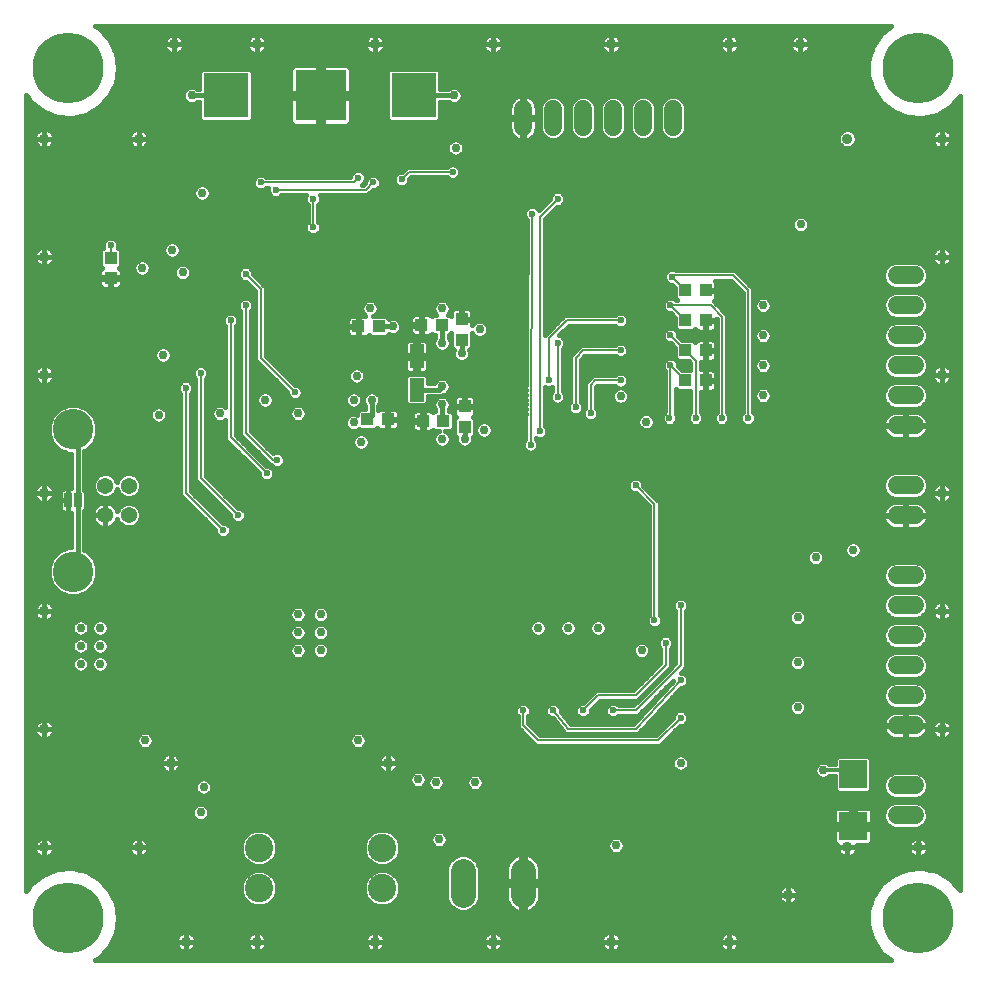
<source format=gbl>
G75*
%MOIN*%
%OFA0B0*%
%FSLAX25Y25*%
%IPPOS*%
%LPD*%
%AMOC8*
5,1,8,0,0,1.08239X$1,22.5*
%
%ADD10R,0.04331X0.03937*%
%ADD11R,0.03937X0.04331*%
%ADD12R,0.04724X0.07874*%
%ADD13R,0.15000X0.15000*%
%ADD14R,0.17000X0.17000*%
%ADD15C,0.06000*%
%ADD16C,0.08250*%
%ADD17C,0.09449*%
%ADD18R,0.09449X0.09449*%
%ADD19C,0.23622*%
%ADD20C,0.05400*%
%ADD21C,0.13500*%
%ADD22R,0.02500X0.05000*%
%ADD23C,0.01600*%
%ADD24C,0.03543*%
%ADD25C,0.02953*%
%ADD26C,0.01000*%
%ADD27C,0.02362*%
%ADD28C,0.00700*%
%ADD29C,0.01200*%
D10*
X0169954Y0223800D03*
X0176646Y0223800D03*
X0188454Y0223300D03*
X0195146Y0223300D03*
X0173646Y0254800D03*
X0166954Y0254800D03*
X0187954Y0255300D03*
X0194646Y0255300D03*
X0084300Y0270954D03*
X0084300Y0277646D03*
D11*
X0201300Y0257146D03*
X0201300Y0250454D03*
X0202300Y0228146D03*
X0202300Y0221454D03*
X0275954Y0236800D03*
X0282646Y0236800D03*
X0282646Y0246800D03*
X0275954Y0246800D03*
X0275954Y0256800D03*
X0282646Y0256800D03*
X0282646Y0266800D03*
X0275954Y0266800D03*
D12*
X0186300Y0244812D03*
X0186300Y0233788D03*
D13*
X0185300Y0331800D03*
X0122800Y0331800D03*
D14*
X0154300Y0331800D03*
D15*
X0221800Y0327300D02*
X0221800Y0321300D01*
X0231800Y0321300D02*
X0231800Y0327300D01*
X0241800Y0327300D02*
X0241800Y0321300D01*
X0251800Y0321300D02*
X0251800Y0327300D01*
X0261800Y0327300D02*
X0261800Y0321300D01*
X0271800Y0321300D02*
X0271800Y0327300D01*
X0346300Y0271800D02*
X0352300Y0271800D01*
X0352300Y0261800D02*
X0346300Y0261800D01*
X0346300Y0251800D02*
X0352300Y0251800D01*
X0352300Y0241800D02*
X0346300Y0241800D01*
X0346300Y0231800D02*
X0352300Y0231800D01*
X0352300Y0221800D02*
X0346300Y0221800D01*
X0346300Y0201800D02*
X0352300Y0201800D01*
X0352300Y0191800D02*
X0346300Y0191800D01*
X0346300Y0171800D02*
X0352300Y0171800D01*
X0352300Y0161800D02*
X0346300Y0161800D01*
X0346300Y0151800D02*
X0352300Y0151800D01*
X0352300Y0141800D02*
X0346300Y0141800D01*
X0346300Y0131800D02*
X0352300Y0131800D01*
X0352300Y0121800D02*
X0346300Y0121800D01*
X0346300Y0101800D02*
X0352300Y0101800D01*
X0352300Y0091800D02*
X0346300Y0091800D01*
D16*
X0221780Y0073425D02*
X0221780Y0065175D01*
X0201780Y0065175D02*
X0201780Y0073425D01*
D17*
X0174800Y0067600D03*
X0174800Y0081000D03*
X0133800Y0081000D03*
X0133800Y0067600D03*
D18*
X0331800Y0088139D03*
X0331800Y0105461D03*
D19*
X0353513Y0057548D03*
X0070048Y0057548D03*
X0070048Y0341013D03*
X0353513Y0341013D03*
D20*
X0090400Y0201700D03*
X0082500Y0201700D03*
X0082500Y0191900D03*
X0090400Y0191900D03*
D21*
X0071800Y0173100D03*
X0071800Y0220500D03*
D22*
X0073422Y0196800D03*
X0070178Y0196800D03*
D23*
X0056084Y0066557D02*
X0056084Y0332004D01*
X0057733Y0329586D01*
X0061648Y0326463D01*
X0066310Y0324634D01*
X0066310Y0324634D01*
X0071303Y0324260D01*
X0071303Y0324260D01*
X0076186Y0325374D01*
X0080523Y0327878D01*
X0083929Y0331549D01*
X0086102Y0336061D01*
X0086848Y0341013D01*
X0086102Y0345964D01*
X0086102Y0345964D01*
X0083929Y0350476D01*
X0083929Y0350476D01*
X0080523Y0354147D01*
X0080523Y0354147D01*
X0079087Y0354976D01*
X0344378Y0354976D01*
X0341197Y0352439D01*
X0338376Y0348302D01*
X0336900Y0343517D01*
X0336900Y0338509D01*
X0338376Y0333723D01*
X0341197Y0329586D01*
X0341197Y0329586D01*
X0345113Y0326463D01*
X0349774Y0324634D01*
X0349774Y0324634D01*
X0354768Y0324260D01*
X0359650Y0325374D01*
X0359650Y0325374D01*
X0363987Y0327878D01*
X0367393Y0331549D01*
X0367476Y0331721D01*
X0367476Y0066839D01*
X0367393Y0067012D01*
X0363987Y0070683D01*
X0359650Y0073187D01*
X0354768Y0074301D01*
X0349774Y0073927D01*
X0345113Y0072097D01*
X0345113Y0072097D01*
X0341197Y0068975D01*
X0338376Y0064837D01*
X0336900Y0060052D01*
X0336900Y0055044D01*
X0338376Y0050259D01*
X0338376Y0050259D01*
X0341197Y0046121D01*
X0341197Y0046121D01*
X0341197Y0046121D01*
X0344378Y0043584D01*
X0079087Y0043584D01*
X0080523Y0044413D01*
X0083929Y0048084D01*
X0083929Y0048084D01*
X0086102Y0052596D01*
X0086848Y0057548D01*
X0086102Y0062500D01*
X0083929Y0067012D01*
X0080523Y0070683D01*
X0080523Y0070683D01*
X0076186Y0073187D01*
X0071303Y0074301D01*
X0066310Y0073927D01*
X0066310Y0073927D01*
X0061648Y0072097D01*
X0057733Y0068975D01*
X0057733Y0068975D01*
X0057733Y0068975D01*
X0056084Y0066557D01*
X0056084Y0067376D02*
X0056643Y0067376D01*
X0056084Y0068975D02*
X0057733Y0068975D01*
X0056084Y0070573D02*
X0059737Y0070573D01*
X0061648Y0072097D02*
X0061648Y0072097D01*
X0061838Y0072172D02*
X0056084Y0072172D01*
X0056084Y0073770D02*
X0065911Y0073770D01*
X0063765Y0078193D02*
X0064315Y0078561D01*
X0064783Y0079029D01*
X0065151Y0079579D01*
X0065404Y0080190D01*
X0065533Y0080839D01*
X0065533Y0081170D01*
X0062174Y0081170D01*
X0062174Y0077811D01*
X0062505Y0077811D01*
X0063154Y0077940D01*
X0063765Y0078193D01*
X0064320Y0078566D02*
X0091524Y0078566D01*
X0091529Y0078561D02*
X0092079Y0078193D01*
X0092690Y0077940D01*
X0093339Y0077811D01*
X0093670Y0077811D01*
X0093670Y0081170D01*
X0093670Y0081170D01*
X0090311Y0081170D01*
X0090311Y0080839D01*
X0090440Y0080190D01*
X0090693Y0079579D01*
X0091061Y0079029D01*
X0091529Y0078561D01*
X0090451Y0080164D02*
X0065393Y0080164D01*
X0065533Y0081170D02*
X0065533Y0081501D01*
X0065404Y0082150D01*
X0065151Y0082761D01*
X0064783Y0083311D01*
X0064315Y0083779D01*
X0063765Y0084147D01*
X0063154Y0084400D01*
X0062505Y0084529D01*
X0062174Y0084529D01*
X0061843Y0084529D01*
X0061194Y0084400D01*
X0060583Y0084147D01*
X0060033Y0083779D01*
X0059565Y0083311D01*
X0059197Y0082761D01*
X0058944Y0082150D01*
X0058815Y0081501D01*
X0058815Y0081170D01*
X0058815Y0080839D01*
X0058944Y0080190D01*
X0059197Y0079579D01*
X0059565Y0079029D01*
X0060033Y0078561D01*
X0060583Y0078193D01*
X0061194Y0077940D01*
X0061843Y0077811D01*
X0062174Y0077811D01*
X0062174Y0081170D01*
X0062174Y0081170D01*
X0058815Y0081170D01*
X0062174Y0081170D01*
X0062174Y0081170D01*
X0062174Y0081170D01*
X0065533Y0081170D01*
X0065481Y0081763D02*
X0090363Y0081763D01*
X0090311Y0081501D02*
X0090311Y0081170D01*
X0093670Y0081170D01*
X0093670Y0081170D01*
X0093670Y0077811D01*
X0094001Y0077811D01*
X0094650Y0077940D01*
X0095261Y0078193D01*
X0095811Y0078561D01*
X0096279Y0079029D01*
X0096647Y0079579D01*
X0096900Y0080190D01*
X0097029Y0080839D01*
X0097029Y0081170D01*
X0093670Y0081170D01*
X0093670Y0081170D01*
X0093670Y0084529D01*
X0093339Y0084529D01*
X0092690Y0084400D01*
X0092079Y0084147D01*
X0091529Y0083779D01*
X0091061Y0083311D01*
X0090693Y0082761D01*
X0090440Y0082150D01*
X0090311Y0081501D01*
X0091111Y0083361D02*
X0064733Y0083361D01*
X0062174Y0083361D02*
X0062174Y0083361D01*
X0062174Y0084529D02*
X0062174Y0081170D01*
X0062174Y0081170D01*
X0062174Y0084529D01*
X0062174Y0081763D02*
X0062174Y0081763D01*
X0062174Y0080164D02*
X0062174Y0080164D01*
X0062174Y0078566D02*
X0062174Y0078566D01*
X0060028Y0078566D02*
X0056084Y0078566D01*
X0056084Y0080164D02*
X0058955Y0080164D01*
X0058867Y0081763D02*
X0056084Y0081763D01*
X0056084Y0083361D02*
X0059615Y0083361D01*
X0056084Y0084960D02*
X0129112Y0084960D01*
X0128616Y0084464D02*
X0127685Y0082216D01*
X0127685Y0079784D01*
X0128616Y0077536D01*
X0130336Y0075816D01*
X0132584Y0074885D01*
X0135016Y0074885D01*
X0137264Y0075816D01*
X0138984Y0077536D01*
X0139915Y0079784D01*
X0139915Y0082216D01*
X0138984Y0084464D01*
X0137264Y0086184D01*
X0135016Y0087115D01*
X0132584Y0087115D01*
X0130336Y0086184D01*
X0128616Y0084464D01*
X0128159Y0083361D02*
X0096229Y0083361D01*
X0096279Y0083311D02*
X0095811Y0083779D01*
X0095261Y0084147D01*
X0094650Y0084400D01*
X0094001Y0084529D01*
X0093670Y0084529D01*
X0093670Y0081170D01*
X0093670Y0081170D01*
X0097029Y0081170D01*
X0097029Y0081501D01*
X0096900Y0082150D01*
X0096647Y0082761D01*
X0096279Y0083311D01*
X0096977Y0081763D02*
X0127685Y0081763D01*
X0127685Y0080164D02*
X0096889Y0080164D01*
X0095816Y0078566D02*
X0128189Y0078566D01*
X0129185Y0076967D02*
X0056084Y0076967D01*
X0056084Y0075369D02*
X0131416Y0075369D01*
X0132584Y0073715D02*
X0130336Y0072784D01*
X0128616Y0071064D01*
X0127685Y0068816D01*
X0127685Y0066384D01*
X0128616Y0064136D01*
X0130336Y0062416D01*
X0132584Y0061485D01*
X0135016Y0061485D01*
X0137264Y0062416D01*
X0138984Y0064136D01*
X0139915Y0066384D01*
X0139915Y0068816D01*
X0138984Y0071064D01*
X0137264Y0072784D01*
X0135016Y0073715D01*
X0132584Y0073715D01*
X0129724Y0072172D02*
X0077944Y0072172D01*
X0076186Y0073187D02*
X0076186Y0073187D01*
X0073629Y0073770D02*
X0196265Y0073770D01*
X0196265Y0074522D02*
X0197104Y0076549D01*
X0198656Y0078101D01*
X0200683Y0078941D01*
X0202877Y0078941D01*
X0204905Y0078101D01*
X0206456Y0076549D01*
X0207296Y0074522D01*
X0207296Y0064078D01*
X0206456Y0062051D01*
X0204905Y0060499D01*
X0202877Y0059659D01*
X0200683Y0059659D01*
X0198656Y0060499D01*
X0197104Y0062051D01*
X0196265Y0064078D01*
X0196265Y0074522D01*
X0196615Y0075369D02*
X0177184Y0075369D01*
X0178264Y0075816D02*
X0176016Y0074885D01*
X0173584Y0074885D01*
X0171336Y0075816D01*
X0169616Y0077536D01*
X0168685Y0079784D01*
X0168685Y0082216D01*
X0169616Y0084464D01*
X0171336Y0086184D01*
X0173584Y0087115D01*
X0176016Y0087115D01*
X0178264Y0086184D01*
X0179984Y0084464D01*
X0180915Y0082216D01*
X0180915Y0079784D01*
X0179984Y0077536D01*
X0178264Y0075816D01*
X0179415Y0076967D02*
X0197522Y0076967D01*
X0199778Y0078566D02*
X0180410Y0078566D01*
X0180915Y0080164D02*
X0250381Y0080164D01*
X0250370Y0080176D02*
X0251176Y0079370D01*
X0252230Y0078933D01*
X0253370Y0078933D01*
X0254424Y0079370D01*
X0255230Y0080176D01*
X0255667Y0081230D01*
X0255667Y0082370D01*
X0255230Y0083424D01*
X0254424Y0084230D01*
X0253370Y0084667D01*
X0252230Y0084667D01*
X0251176Y0084230D01*
X0250370Y0083424D01*
X0249933Y0082370D01*
X0249933Y0081230D01*
X0250370Y0080176D01*
X0249933Y0081763D02*
X0195817Y0081763D01*
X0195424Y0081370D02*
X0196230Y0082176D01*
X0196667Y0083230D01*
X0196667Y0084370D01*
X0196230Y0085424D01*
X0195424Y0086230D01*
X0194370Y0086667D01*
X0193230Y0086667D01*
X0192176Y0086230D01*
X0191370Y0085424D01*
X0190933Y0084370D01*
X0190933Y0083230D01*
X0191370Y0082176D01*
X0192176Y0081370D01*
X0193230Y0080933D01*
X0194370Y0080933D01*
X0195424Y0081370D01*
X0196667Y0083361D02*
X0250344Y0083361D01*
X0255256Y0083361D02*
X0325488Y0083361D01*
X0325488Y0083205D02*
X0325596Y0082801D01*
X0325805Y0082439D01*
X0326101Y0082144D01*
X0326463Y0081935D01*
X0326610Y0081896D01*
X0326531Y0081501D01*
X0326531Y0081170D01*
X0326531Y0080839D01*
X0326661Y0080190D01*
X0326914Y0079579D01*
X0327281Y0079029D01*
X0327749Y0078561D01*
X0328299Y0078193D01*
X0328911Y0077940D01*
X0329560Y0077811D01*
X0329890Y0077811D01*
X0329890Y0081170D01*
X0326531Y0081170D01*
X0329890Y0081170D01*
X0329890Y0081170D01*
X0329891Y0081170D01*
X0329891Y0081170D01*
X0333250Y0081170D01*
X0333250Y0080839D01*
X0333121Y0080190D01*
X0332867Y0079579D01*
X0332500Y0079029D01*
X0332032Y0078561D01*
X0331482Y0078193D01*
X0330870Y0077940D01*
X0330221Y0077811D01*
X0329891Y0077811D01*
X0329891Y0081170D01*
X0333250Y0081170D01*
X0333250Y0081501D01*
X0333185Y0081827D01*
X0336733Y0081827D01*
X0337137Y0081935D01*
X0337499Y0082144D01*
X0337795Y0082439D01*
X0338004Y0082801D01*
X0338112Y0083205D01*
X0338112Y0087339D01*
X0332600Y0087339D01*
X0332600Y0088939D01*
X0331000Y0088939D01*
X0331000Y0094450D01*
X0326867Y0094450D01*
X0326463Y0094342D01*
X0326101Y0094133D01*
X0325805Y0093838D01*
X0325596Y0093476D01*
X0325488Y0093072D01*
X0325488Y0088939D01*
X0331000Y0088939D01*
X0331000Y0087339D01*
X0325488Y0087339D01*
X0325488Y0083205D01*
X0325488Y0084960D02*
X0196423Y0084960D01*
X0194632Y0086558D02*
X0325488Y0086558D01*
X0325488Y0089755D02*
X0056084Y0089755D01*
X0056084Y0088157D02*
X0331000Y0088157D01*
X0331000Y0089755D02*
X0332600Y0089755D01*
X0332600Y0088939D02*
X0332600Y0094450D01*
X0336733Y0094450D01*
X0337137Y0094342D01*
X0337499Y0094133D01*
X0337795Y0093838D01*
X0338004Y0093476D01*
X0338112Y0093072D01*
X0338112Y0088939D01*
X0332600Y0088939D01*
X0332600Y0088157D02*
X0343734Y0088157D01*
X0343813Y0088078D02*
X0345427Y0087409D01*
X0353173Y0087409D01*
X0354787Y0088078D01*
X0356022Y0089313D01*
X0356691Y0090927D01*
X0356691Y0092673D01*
X0356022Y0094287D01*
X0354787Y0095522D01*
X0353173Y0096191D01*
X0345427Y0096191D01*
X0343813Y0095522D01*
X0342578Y0094287D01*
X0341909Y0092673D01*
X0341909Y0090927D01*
X0342578Y0089313D01*
X0343813Y0088078D01*
X0342395Y0089755D02*
X0338112Y0089755D01*
X0338112Y0091354D02*
X0341909Y0091354D01*
X0342025Y0092952D02*
X0338112Y0092952D01*
X0332600Y0092952D02*
X0331000Y0092952D01*
X0331000Y0091354D02*
X0332600Y0091354D01*
X0325488Y0091354D02*
X0116804Y0091354D01*
X0116730Y0091176D02*
X0117167Y0092230D01*
X0117167Y0093370D01*
X0116730Y0094424D01*
X0115924Y0095230D01*
X0114870Y0095667D01*
X0113730Y0095667D01*
X0112676Y0095230D01*
X0111870Y0094424D01*
X0111433Y0093370D01*
X0111433Y0092230D01*
X0111870Y0091176D01*
X0112676Y0090370D01*
X0113730Y0089933D01*
X0114870Y0089933D01*
X0115924Y0090370D01*
X0116730Y0091176D01*
X0117167Y0092952D02*
X0325488Y0092952D01*
X0326500Y0099346D02*
X0337100Y0099346D01*
X0337915Y0100161D01*
X0337915Y0110762D01*
X0337100Y0111576D01*
X0326500Y0111576D01*
X0325685Y0110762D01*
X0325685Y0108791D01*
X0323864Y0108791D01*
X0323424Y0109230D01*
X0322370Y0109667D01*
X0321230Y0109667D01*
X0320176Y0109230D01*
X0319370Y0108424D01*
X0318933Y0107370D01*
X0318933Y0106230D01*
X0319370Y0105176D01*
X0320176Y0104370D01*
X0321230Y0103933D01*
X0322370Y0103933D01*
X0323424Y0104370D01*
X0323864Y0104809D01*
X0325685Y0104809D01*
X0325685Y0100161D01*
X0326500Y0099346D01*
X0325685Y0100945D02*
X0207999Y0100945D01*
X0208230Y0101176D02*
X0207424Y0100370D01*
X0206370Y0099933D01*
X0205230Y0099933D01*
X0204176Y0100370D01*
X0203370Y0101176D01*
X0202933Y0102230D01*
X0202933Y0103370D01*
X0203370Y0104424D01*
X0204176Y0105230D01*
X0205230Y0105667D01*
X0206370Y0105667D01*
X0207424Y0105230D01*
X0208230Y0104424D01*
X0208667Y0103370D01*
X0208667Y0102230D01*
X0208230Y0101176D01*
X0208667Y0102543D02*
X0325685Y0102543D01*
X0325685Y0104142D02*
X0322875Y0104142D01*
X0320725Y0104142D02*
X0208347Y0104142D01*
X0203253Y0104142D02*
X0195347Y0104142D01*
X0195230Y0104424D02*
X0194424Y0105230D01*
X0193370Y0105667D01*
X0192230Y0105667D01*
X0191176Y0105230D01*
X0190370Y0104424D01*
X0189933Y0103370D01*
X0189933Y0102230D01*
X0190370Y0101176D01*
X0191176Y0100370D01*
X0192230Y0099933D01*
X0193370Y0099933D01*
X0194424Y0100370D01*
X0195230Y0101176D01*
X0195667Y0102230D01*
X0195667Y0103370D01*
X0195230Y0104424D01*
X0195667Y0102543D02*
X0202933Y0102543D01*
X0203601Y0100945D02*
X0194999Y0100945D01*
X0190601Y0100945D02*
X0187399Y0100945D01*
X0187370Y0100933D02*
X0188424Y0101370D01*
X0189230Y0102176D01*
X0189667Y0103230D01*
X0189667Y0104370D01*
X0189230Y0105424D01*
X0188424Y0106230D01*
X0187370Y0106667D01*
X0186230Y0106667D01*
X0185176Y0106230D01*
X0184370Y0105424D01*
X0183933Y0104370D01*
X0183933Y0103230D01*
X0184370Y0102176D01*
X0185176Y0101370D01*
X0186230Y0100933D01*
X0187370Y0100933D01*
X0186201Y0100945D02*
X0118167Y0100945D01*
X0118167Y0100730D02*
X0117730Y0099676D01*
X0116924Y0098870D01*
X0115870Y0098433D01*
X0114730Y0098433D01*
X0113676Y0098870D01*
X0112870Y0099676D01*
X0112433Y0100730D01*
X0112433Y0101870D01*
X0112870Y0102924D01*
X0113676Y0103730D01*
X0114730Y0104167D01*
X0115870Y0104167D01*
X0116924Y0103730D01*
X0117730Y0102924D01*
X0118167Y0101870D01*
X0118167Y0100730D01*
X0117401Y0099346D02*
X0342564Y0099346D01*
X0342578Y0099313D02*
X0343813Y0098078D01*
X0345427Y0097409D01*
X0353173Y0097409D01*
X0354787Y0098078D01*
X0356022Y0099313D01*
X0356691Y0100927D01*
X0356691Y0102673D01*
X0356022Y0104287D01*
X0354787Y0105522D01*
X0353173Y0106191D01*
X0345427Y0106191D01*
X0343813Y0105522D01*
X0342578Y0104287D01*
X0341909Y0102673D01*
X0341909Y0100927D01*
X0342578Y0099313D01*
X0341909Y0100945D02*
X0337915Y0100945D01*
X0337915Y0102543D02*
X0341909Y0102543D01*
X0342518Y0104142D02*
X0337915Y0104142D01*
X0337915Y0105740D02*
X0344340Y0105740D01*
X0337915Y0107339D02*
X0367476Y0107339D01*
X0367476Y0108937D02*
X0337915Y0108937D01*
X0337915Y0110536D02*
X0367476Y0110536D01*
X0367476Y0112134D02*
X0274949Y0112134D01*
X0274870Y0112167D02*
X0273730Y0112167D01*
X0272676Y0111730D01*
X0271870Y0110924D01*
X0271433Y0109870D01*
X0271433Y0108730D01*
X0271870Y0107676D01*
X0272676Y0106870D01*
X0273730Y0106433D01*
X0274870Y0106433D01*
X0275924Y0106870D01*
X0276730Y0107676D01*
X0277167Y0108730D01*
X0277167Y0109870D01*
X0276730Y0110924D01*
X0275924Y0111730D01*
X0274870Y0112167D01*
X0273651Y0112134D02*
X0178604Y0112134D01*
X0178391Y0112277D02*
X0177780Y0112530D01*
X0177131Y0112659D01*
X0176800Y0112659D01*
X0176800Y0109300D01*
X0180159Y0109300D01*
X0180159Y0109631D01*
X0180030Y0110280D01*
X0179777Y0110891D01*
X0179409Y0111441D01*
X0178941Y0111909D01*
X0178391Y0112277D01*
X0176800Y0112134D02*
X0176800Y0112134D01*
X0176800Y0112659D02*
X0176469Y0112659D01*
X0175820Y0112530D01*
X0175209Y0112277D01*
X0174659Y0111909D01*
X0174191Y0111441D01*
X0173823Y0110891D01*
X0173570Y0110280D01*
X0173441Y0109631D01*
X0173441Y0109300D01*
X0176800Y0109300D01*
X0176800Y0109300D01*
X0176800Y0109300D01*
X0180159Y0109300D01*
X0180159Y0108969D01*
X0180030Y0108320D01*
X0179777Y0107709D01*
X0179409Y0107159D01*
X0178941Y0106691D01*
X0178391Y0106323D01*
X0177780Y0106070D01*
X0177131Y0105941D01*
X0176800Y0105941D01*
X0176800Y0109300D01*
X0176800Y0109300D01*
X0176800Y0109300D01*
X0176800Y0112659D01*
X0174996Y0112134D02*
X0106104Y0112134D01*
X0105891Y0112277D02*
X0105280Y0112530D01*
X0104631Y0112659D01*
X0104300Y0112659D01*
X0104300Y0109300D01*
X0107659Y0109300D01*
X0107659Y0109631D01*
X0107530Y0110280D01*
X0107277Y0110891D01*
X0106909Y0111441D01*
X0106441Y0111909D01*
X0105891Y0112277D01*
X0104300Y0112134D02*
X0104300Y0112134D01*
X0104300Y0112659D02*
X0103969Y0112659D01*
X0103320Y0112530D01*
X0102709Y0112277D01*
X0102159Y0111909D01*
X0101691Y0111441D01*
X0101323Y0110891D01*
X0101070Y0110280D01*
X0100941Y0109631D01*
X0100941Y0109300D01*
X0104300Y0109300D01*
X0104300Y0109300D01*
X0104300Y0109300D01*
X0107659Y0109300D01*
X0107659Y0108969D01*
X0107530Y0108320D01*
X0107277Y0107709D01*
X0106909Y0107159D01*
X0106441Y0106691D01*
X0105891Y0106323D01*
X0105280Y0106070D01*
X0104631Y0105941D01*
X0104300Y0105941D01*
X0104300Y0109300D01*
X0104300Y0109300D01*
X0104300Y0109300D01*
X0104300Y0112659D01*
X0102496Y0112134D02*
X0056084Y0112134D01*
X0056084Y0110536D02*
X0101176Y0110536D01*
X0100941Y0109300D02*
X0100941Y0108969D01*
X0101070Y0108320D01*
X0101323Y0107709D01*
X0101691Y0107159D01*
X0102159Y0106691D01*
X0102709Y0106323D01*
X0103320Y0106070D01*
X0103969Y0105941D01*
X0104300Y0105941D01*
X0104300Y0109300D01*
X0100941Y0109300D01*
X0100947Y0108937D02*
X0056084Y0108937D01*
X0056084Y0107339D02*
X0101570Y0107339D01*
X0104300Y0107339D02*
X0104300Y0107339D01*
X0104300Y0108937D02*
X0104300Y0108937D01*
X0104300Y0110536D02*
X0104300Y0110536D01*
X0107424Y0110536D02*
X0173676Y0110536D01*
X0173441Y0109300D02*
X0173441Y0108969D01*
X0173570Y0108320D01*
X0173823Y0107709D01*
X0174191Y0107159D01*
X0174659Y0106691D01*
X0175209Y0106323D01*
X0175820Y0106070D01*
X0176469Y0105941D01*
X0176800Y0105941D01*
X0176800Y0109300D01*
X0173441Y0109300D01*
X0173447Y0108937D02*
X0107653Y0108937D01*
X0107030Y0107339D02*
X0174070Y0107339D01*
X0176800Y0107339D02*
X0176800Y0107339D01*
X0176800Y0108937D02*
X0176800Y0108937D01*
X0176800Y0110536D02*
X0176800Y0110536D01*
X0179924Y0110536D02*
X0271709Y0110536D01*
X0271433Y0108937D02*
X0180153Y0108937D01*
X0179530Y0107339D02*
X0272207Y0107339D01*
X0276393Y0107339D02*
X0318933Y0107339D01*
X0319136Y0105740D02*
X0188914Y0105740D01*
X0189667Y0104142D02*
X0190253Y0104142D01*
X0189933Y0102543D02*
X0189383Y0102543D01*
X0184217Y0102543D02*
X0117888Y0102543D01*
X0115931Y0104142D02*
X0183933Y0104142D01*
X0184686Y0105740D02*
X0056084Y0105740D01*
X0056084Y0104142D02*
X0114669Y0104142D01*
X0112712Y0102543D02*
X0056084Y0102543D01*
X0056084Y0100945D02*
X0112433Y0100945D01*
X0113199Y0099346D02*
X0056084Y0099346D01*
X0056084Y0097748D02*
X0344610Y0097748D01*
X0345327Y0096149D02*
X0056084Y0096149D01*
X0056084Y0094551D02*
X0111996Y0094551D01*
X0111433Y0092952D02*
X0056084Y0092952D01*
X0056084Y0091354D02*
X0111796Y0091354D01*
X0116604Y0094551D02*
X0342842Y0094551D01*
X0338112Y0086558D02*
X0367476Y0086558D01*
X0367476Y0084960D02*
X0338112Y0084960D01*
X0338112Y0083361D02*
X0350953Y0083361D01*
X0350903Y0083311D02*
X0350536Y0082761D01*
X0350283Y0082150D01*
X0350154Y0081501D01*
X0350154Y0081170D01*
X0350154Y0080839D01*
X0350283Y0080190D01*
X0350536Y0079579D01*
X0350903Y0079029D01*
X0351371Y0078561D01*
X0351921Y0078193D01*
X0352533Y0077940D01*
X0353182Y0077811D01*
X0353513Y0077811D01*
X0353843Y0077811D01*
X0354492Y0077940D01*
X0355104Y0078193D01*
X0355654Y0078561D01*
X0356122Y0079029D01*
X0356489Y0079579D01*
X0356743Y0080190D01*
X0356872Y0080839D01*
X0356872Y0081170D01*
X0353513Y0081170D01*
X0353513Y0081170D01*
X0356872Y0081170D01*
X0356872Y0081501D01*
X0356743Y0082150D01*
X0356489Y0082761D01*
X0356122Y0083311D01*
X0355654Y0083779D01*
X0355104Y0084147D01*
X0354492Y0084400D01*
X0353843Y0084529D01*
X0353513Y0084529D01*
X0353513Y0081170D01*
X0353513Y0077811D01*
X0353513Y0081170D01*
X0353513Y0081170D01*
X0353513Y0081170D01*
X0353513Y0084529D01*
X0353182Y0084529D01*
X0352533Y0084400D01*
X0351921Y0084147D01*
X0351371Y0083779D01*
X0350903Y0083311D01*
X0350206Y0081763D02*
X0333198Y0081763D01*
X0333110Y0080164D02*
X0350293Y0080164D01*
X0350154Y0081170D02*
X0353512Y0081170D01*
X0353512Y0081170D01*
X0350154Y0081170D01*
X0351366Y0078566D02*
X0332037Y0078566D01*
X0329891Y0078566D02*
X0329890Y0078566D01*
X0329890Y0080164D02*
X0329891Y0080164D01*
X0327744Y0078566D02*
X0224274Y0078566D01*
X0223973Y0078719D02*
X0223118Y0078997D01*
X0222355Y0079118D01*
X0222355Y0069875D01*
X0221205Y0069875D01*
X0221205Y0068725D01*
X0216068Y0068725D01*
X0216068Y0064725D01*
X0216209Y0063837D01*
X0216486Y0062982D01*
X0216895Y0062181D01*
X0217423Y0061454D01*
X0218059Y0060818D01*
X0218786Y0060289D01*
X0219588Y0059881D01*
X0220443Y0059603D01*
X0221205Y0059482D01*
X0221205Y0068725D01*
X0222355Y0068725D01*
X0222355Y0059482D01*
X0223118Y0059603D01*
X0223973Y0059881D01*
X0224774Y0060289D01*
X0225502Y0060818D01*
X0226137Y0061454D01*
X0226666Y0062181D01*
X0227074Y0062982D01*
X0227352Y0063837D01*
X0227493Y0064725D01*
X0227493Y0068725D01*
X0222355Y0068725D01*
X0222355Y0069875D01*
X0227493Y0069875D01*
X0227493Y0073875D01*
X0227352Y0074763D01*
X0227074Y0075618D01*
X0226666Y0076419D01*
X0226137Y0077146D01*
X0225502Y0077782D01*
X0224774Y0078311D01*
X0223973Y0078719D01*
X0222355Y0078566D02*
X0221205Y0078566D01*
X0221205Y0079118D02*
X0220443Y0078997D01*
X0219588Y0078719D01*
X0218786Y0078311D01*
X0218059Y0077782D01*
X0217423Y0077146D01*
X0216895Y0076419D01*
X0216486Y0075618D01*
X0216209Y0074763D01*
X0216068Y0073875D01*
X0216068Y0069875D01*
X0221205Y0069875D01*
X0221205Y0079118D01*
X0219287Y0078566D02*
X0203782Y0078566D01*
X0206038Y0076967D02*
X0217293Y0076967D01*
X0216406Y0075369D02*
X0206945Y0075369D01*
X0207296Y0073770D02*
X0216068Y0073770D01*
X0216068Y0072172D02*
X0207296Y0072172D01*
X0207296Y0070573D02*
X0216068Y0070573D01*
X0216068Y0067376D02*
X0207296Y0067376D01*
X0207296Y0065778D02*
X0216068Y0065778D01*
X0216154Y0064179D02*
X0207296Y0064179D01*
X0206676Y0062581D02*
X0216691Y0062581D01*
X0217895Y0060982D02*
X0205388Y0060982D01*
X0198173Y0060982D02*
X0086330Y0060982D01*
X0086102Y0062500D02*
X0086102Y0062500D01*
X0086063Y0062581D02*
X0130171Y0062581D01*
X0128598Y0064179D02*
X0085293Y0064179D01*
X0084523Y0065778D02*
X0127936Y0065778D01*
X0127685Y0067376D02*
X0083591Y0067376D01*
X0083929Y0067012D02*
X0083929Y0067012D01*
X0082108Y0068975D02*
X0127751Y0068975D01*
X0128413Y0070573D02*
X0080624Y0070573D01*
X0071303Y0074301D02*
X0071303Y0074301D01*
X0056084Y0086558D02*
X0131240Y0086558D01*
X0136360Y0086558D02*
X0172240Y0086558D01*
X0170112Y0084960D02*
X0138488Y0084960D01*
X0139441Y0083361D02*
X0169159Y0083361D01*
X0168685Y0081763D02*
X0139915Y0081763D01*
X0139915Y0080164D02*
X0168685Y0080164D01*
X0169189Y0078566D02*
X0139410Y0078566D01*
X0138415Y0076967D02*
X0170185Y0076967D01*
X0172416Y0075369D02*
X0136184Y0075369D01*
X0137876Y0072172D02*
X0170724Y0072172D01*
X0171336Y0072784D02*
X0169616Y0071064D01*
X0168685Y0068816D01*
X0168685Y0066384D01*
X0169616Y0064136D01*
X0171336Y0062416D01*
X0173584Y0061485D01*
X0176016Y0061485D01*
X0178264Y0062416D01*
X0179984Y0064136D01*
X0180915Y0066384D01*
X0180915Y0068816D01*
X0179984Y0071064D01*
X0178264Y0072784D01*
X0176016Y0073715D01*
X0173584Y0073715D01*
X0171336Y0072784D01*
X0169413Y0070573D02*
X0139187Y0070573D01*
X0139849Y0068975D02*
X0168751Y0068975D01*
X0168685Y0067376D02*
X0139915Y0067376D01*
X0139664Y0065778D02*
X0168936Y0065778D01*
X0169598Y0064179D02*
X0139002Y0064179D01*
X0137429Y0062581D02*
X0171171Y0062581D01*
X0178429Y0062581D02*
X0196885Y0062581D01*
X0196265Y0064179D02*
X0180002Y0064179D01*
X0180664Y0065778D02*
X0196265Y0065778D01*
X0196265Y0067376D02*
X0180915Y0067376D01*
X0180849Y0068975D02*
X0196265Y0068975D01*
X0196265Y0070573D02*
X0180187Y0070573D01*
X0178876Y0072172D02*
X0196265Y0072172D01*
X0191783Y0081763D02*
X0180915Y0081763D01*
X0180441Y0083361D02*
X0190933Y0083361D01*
X0191177Y0084960D02*
X0179488Y0084960D01*
X0177360Y0086558D02*
X0192968Y0086558D01*
X0207296Y0068975D02*
X0221205Y0068975D01*
X0222355Y0068975D02*
X0341197Y0068975D01*
X0341197Y0068975D01*
X0340107Y0067376D02*
X0312940Y0067376D01*
X0312815Y0067563D02*
X0312347Y0068031D01*
X0311797Y0068399D01*
X0311185Y0068652D01*
X0310536Y0068781D01*
X0310206Y0068781D01*
X0310206Y0065422D01*
X0310206Y0065422D01*
X0313565Y0065422D01*
X0313565Y0065753D01*
X0313435Y0066402D01*
X0313182Y0067013D01*
X0312815Y0067563D01*
X0313560Y0065778D02*
X0339017Y0065778D01*
X0338376Y0064837D02*
X0338376Y0064837D01*
X0338173Y0064179D02*
X0313326Y0064179D01*
X0313435Y0064442D02*
X0313565Y0065091D01*
X0313565Y0065422D01*
X0310206Y0065422D01*
X0310206Y0062063D01*
X0310536Y0062063D01*
X0311185Y0062192D01*
X0311797Y0062445D01*
X0312347Y0062813D01*
X0312815Y0063281D01*
X0313182Y0063831D01*
X0313435Y0064442D01*
X0311999Y0062581D02*
X0337680Y0062581D01*
X0337187Y0060982D02*
X0225666Y0060982D01*
X0226870Y0062581D02*
X0308412Y0062581D01*
X0308614Y0062445D02*
X0309226Y0062192D01*
X0309875Y0062063D01*
X0310205Y0062063D01*
X0310205Y0065422D01*
X0306846Y0065422D01*
X0306846Y0065091D01*
X0306976Y0064442D01*
X0307229Y0063831D01*
X0307596Y0063281D01*
X0308064Y0062813D01*
X0308614Y0062445D01*
X0310205Y0062581D02*
X0310206Y0062581D01*
X0310205Y0064179D02*
X0310206Y0064179D01*
X0310205Y0065422D02*
X0310206Y0065422D01*
X0310205Y0065422D01*
X0310205Y0065422D01*
X0306846Y0065422D01*
X0306846Y0065753D01*
X0306976Y0066402D01*
X0307229Y0067013D01*
X0307596Y0067563D01*
X0308064Y0068031D01*
X0308614Y0068399D01*
X0309226Y0068652D01*
X0309875Y0068781D01*
X0310205Y0068781D01*
X0310205Y0065422D01*
X0310205Y0065778D02*
X0310206Y0065778D01*
X0310205Y0067376D02*
X0310206Y0067376D01*
X0307471Y0067376D02*
X0227493Y0067376D01*
X0227493Y0065778D02*
X0306851Y0065778D01*
X0307085Y0064179D02*
X0227406Y0064179D01*
X0222355Y0064179D02*
X0221205Y0064179D01*
X0221205Y0062581D02*
X0222355Y0062581D01*
X0222355Y0060982D02*
X0221205Y0060982D01*
X0221205Y0065778D02*
X0222355Y0065778D01*
X0222355Y0067376D02*
X0221205Y0067376D01*
X0221205Y0070573D02*
X0222355Y0070573D01*
X0222355Y0072172D02*
X0221205Y0072172D01*
X0221205Y0073770D02*
X0222355Y0073770D01*
X0222355Y0075369D02*
X0221205Y0075369D01*
X0221205Y0076967D02*
X0222355Y0076967D01*
X0226268Y0076967D02*
X0367476Y0076967D01*
X0367476Y0075369D02*
X0227155Y0075369D01*
X0227493Y0073770D02*
X0349375Y0073770D01*
X0349774Y0073927D02*
X0349774Y0073927D01*
X0345302Y0072172D02*
X0227493Y0072172D01*
X0227493Y0070573D02*
X0343202Y0070573D01*
X0354768Y0074301D02*
X0354768Y0074301D01*
X0357094Y0073770D02*
X0367476Y0073770D01*
X0367476Y0072172D02*
X0361408Y0072172D01*
X0359650Y0073187D02*
X0359650Y0073187D01*
X0363987Y0070683D02*
X0363987Y0070683D01*
X0364089Y0070573D02*
X0367476Y0070573D01*
X0367476Y0068975D02*
X0365572Y0068975D01*
X0367055Y0067376D02*
X0367476Y0067376D01*
X0367393Y0067012D02*
X0367393Y0067012D01*
X0367476Y0078566D02*
X0355659Y0078566D01*
X0356732Y0080164D02*
X0367476Y0080164D01*
X0367476Y0081763D02*
X0356820Y0081763D01*
X0356072Y0083361D02*
X0367476Y0083361D01*
X0367476Y0088157D02*
X0354866Y0088157D01*
X0356205Y0089755D02*
X0367476Y0089755D01*
X0367476Y0091354D02*
X0356691Y0091354D01*
X0356575Y0092952D02*
X0367476Y0092952D01*
X0367476Y0094551D02*
X0355758Y0094551D01*
X0353273Y0096149D02*
X0367476Y0096149D01*
X0367476Y0097748D02*
X0353990Y0097748D01*
X0356036Y0099346D02*
X0367476Y0099346D01*
X0367476Y0100945D02*
X0356691Y0100945D01*
X0356691Y0102543D02*
X0367476Y0102543D01*
X0367476Y0104142D02*
X0356082Y0104142D01*
X0354260Y0105740D02*
X0367476Y0105740D01*
X0367476Y0113733D02*
X0056084Y0113733D01*
X0056084Y0115332D02*
X0093305Y0115332D01*
X0093370Y0115176D02*
X0094176Y0114370D01*
X0095230Y0113933D01*
X0096370Y0113933D01*
X0097424Y0114370D01*
X0098230Y0115176D01*
X0098667Y0116230D01*
X0098667Y0117370D01*
X0098230Y0118424D01*
X0097424Y0119230D01*
X0096370Y0119667D01*
X0095230Y0119667D01*
X0094176Y0119230D01*
X0093370Y0118424D01*
X0092933Y0117370D01*
X0092933Y0116230D01*
X0093370Y0115176D01*
X0092933Y0116930D02*
X0056084Y0116930D01*
X0056084Y0118529D02*
X0059478Y0118529D01*
X0059565Y0118399D02*
X0060033Y0117931D01*
X0060583Y0117563D01*
X0061194Y0117310D01*
X0061843Y0117181D01*
X0062174Y0117181D01*
X0062505Y0117181D01*
X0063154Y0117310D01*
X0063765Y0117563D01*
X0064315Y0117931D01*
X0064783Y0118399D01*
X0065151Y0118949D01*
X0065404Y0119560D01*
X0065533Y0120209D01*
X0065533Y0120540D01*
X0062174Y0120540D01*
X0062174Y0117181D01*
X0062174Y0120540D01*
X0062174Y0120540D01*
X0058815Y0120540D01*
X0058815Y0120209D01*
X0058944Y0119560D01*
X0059197Y0118949D01*
X0059565Y0118399D01*
X0058831Y0120127D02*
X0056084Y0120127D01*
X0056084Y0121726D02*
X0059029Y0121726D01*
X0058944Y0121520D02*
X0058815Y0120871D01*
X0058815Y0120540D01*
X0062174Y0120540D01*
X0062174Y0120540D01*
X0062174Y0120540D01*
X0065533Y0120540D01*
X0065533Y0120871D01*
X0065404Y0121520D01*
X0065151Y0122131D01*
X0064783Y0122681D01*
X0064315Y0123149D01*
X0063765Y0123517D01*
X0063154Y0123770D01*
X0062505Y0123899D01*
X0062174Y0123899D01*
X0061843Y0123899D01*
X0061194Y0123770D01*
X0060583Y0123517D01*
X0060033Y0123149D01*
X0059565Y0122681D01*
X0059197Y0122131D01*
X0058944Y0121520D01*
X0060294Y0123324D02*
X0056084Y0123324D01*
X0056084Y0124923D02*
X0220041Y0124923D01*
X0220059Y0124904D02*
X0220059Y0121079D01*
X0221079Y0120059D01*
X0226079Y0115059D01*
X0267521Y0115059D01*
X0268541Y0116079D01*
X0274190Y0121728D01*
X0274812Y0121728D01*
X0275757Y0122120D01*
X0276480Y0122843D01*
X0276872Y0123788D01*
X0276872Y0124812D01*
X0276480Y0125757D01*
X0275757Y0126480D01*
X0274812Y0126872D01*
X0273788Y0126872D01*
X0272843Y0126480D01*
X0272120Y0125757D01*
X0271728Y0124812D01*
X0271728Y0124190D01*
X0266079Y0118541D01*
X0227521Y0118541D01*
X0223541Y0122521D01*
X0223541Y0124904D01*
X0223980Y0125343D01*
X0224372Y0126288D01*
X0224372Y0127312D01*
X0223980Y0128257D01*
X0223257Y0128980D01*
X0222312Y0129372D01*
X0221288Y0129372D01*
X0220343Y0128980D01*
X0219620Y0128257D01*
X0219228Y0127312D01*
X0219228Y0126288D01*
X0219620Y0125343D01*
X0220059Y0124904D01*
X0220059Y0123324D02*
X0064054Y0123324D01*
X0062174Y0123324D02*
X0062174Y0123324D01*
X0062174Y0123899D02*
X0062174Y0120540D01*
X0062174Y0120540D01*
X0062174Y0123899D01*
X0062174Y0121726D02*
X0062174Y0121726D01*
X0062174Y0120127D02*
X0062174Y0120127D01*
X0062174Y0118529D02*
X0062174Y0118529D01*
X0064870Y0118529D02*
X0093474Y0118529D01*
X0098126Y0118529D02*
X0164474Y0118529D01*
X0164370Y0118424D02*
X0163933Y0117370D01*
X0163933Y0116230D01*
X0164370Y0115176D01*
X0165176Y0114370D01*
X0166230Y0113933D01*
X0167370Y0113933D01*
X0168424Y0114370D01*
X0169230Y0115176D01*
X0169667Y0116230D01*
X0169667Y0117370D01*
X0169230Y0118424D01*
X0168424Y0119230D01*
X0167370Y0119667D01*
X0166230Y0119667D01*
X0165176Y0119230D01*
X0164370Y0118424D01*
X0163933Y0116930D02*
X0098667Y0116930D01*
X0098295Y0115332D02*
X0164305Y0115332D01*
X0169295Y0115332D02*
X0225807Y0115332D01*
X0224208Y0116930D02*
X0169667Y0116930D01*
X0169126Y0118529D02*
X0222610Y0118529D01*
X0221011Y0120127D02*
X0065517Y0120127D01*
X0065319Y0121726D02*
X0220059Y0121726D01*
X0223541Y0123324D02*
X0232352Y0123324D01*
X0231628Y0124228D02*
X0235059Y0119939D01*
X0235059Y0119829D01*
X0235501Y0119387D01*
X0235891Y0118900D01*
X0236001Y0118888D01*
X0236079Y0118809D01*
X0236704Y0118809D01*
X0237324Y0118740D01*
X0237411Y0118809D01*
X0258619Y0118809D01*
X0258649Y0118782D01*
X0259335Y0118809D01*
X0260021Y0118809D01*
X0260050Y0118838D01*
X0260090Y0118840D01*
X0260555Y0119344D01*
X0261041Y0119829D01*
X0261041Y0119869D01*
X0274295Y0134228D01*
X0274812Y0134228D01*
X0275757Y0134620D01*
X0276480Y0135343D01*
X0276872Y0136288D01*
X0276872Y0137312D01*
X0276480Y0138257D01*
X0275757Y0138980D01*
X0274812Y0139372D01*
X0274333Y0139372D01*
X0276041Y0141079D01*
X0276041Y0159904D01*
X0276480Y0160343D01*
X0276872Y0161288D01*
X0276872Y0162312D01*
X0276480Y0163257D01*
X0275757Y0163980D01*
X0274812Y0164372D01*
X0273788Y0164372D01*
X0272843Y0163980D01*
X0272120Y0163257D01*
X0271728Y0162312D01*
X0271728Y0161288D01*
X0272120Y0160343D01*
X0272559Y0159904D01*
X0272559Y0142521D01*
X0258579Y0128541D01*
X0253696Y0128541D01*
X0253257Y0128980D01*
X0252312Y0129372D01*
X0251288Y0129372D01*
X0250343Y0128980D01*
X0249620Y0128257D01*
X0249228Y0127312D01*
X0249228Y0126288D01*
X0249620Y0125343D01*
X0250343Y0124620D01*
X0251288Y0124228D01*
X0252312Y0124228D01*
X0253257Y0124620D01*
X0253696Y0125059D01*
X0260021Y0125059D01*
X0261041Y0126079D01*
X0271728Y0136767D01*
X0271728Y0136580D01*
X0258538Y0122291D01*
X0237637Y0122291D01*
X0234372Y0126372D01*
X0234372Y0127312D01*
X0233980Y0128257D01*
X0233257Y0128980D01*
X0232312Y0129372D01*
X0231288Y0129372D01*
X0230343Y0128980D01*
X0229620Y0128257D01*
X0229228Y0127312D01*
X0229228Y0126288D01*
X0229620Y0125343D01*
X0230343Y0124620D01*
X0231288Y0124228D01*
X0231628Y0124228D01*
X0230041Y0124923D02*
X0223559Y0124923D01*
X0224372Y0126521D02*
X0229228Y0126521D01*
X0229563Y0128120D02*
X0224037Y0128120D01*
X0219563Y0128120D02*
X0056084Y0128120D01*
X0056084Y0129718D02*
X0242257Y0129718D01*
X0241910Y0129372D02*
X0241288Y0129372D01*
X0240343Y0128980D01*
X0239620Y0128257D01*
X0239228Y0127312D01*
X0239228Y0126288D01*
X0239620Y0125343D01*
X0240343Y0124620D01*
X0241288Y0124228D01*
X0242312Y0124228D01*
X0243257Y0124620D01*
X0243980Y0125343D01*
X0244372Y0126288D01*
X0244372Y0126910D01*
X0247521Y0130059D01*
X0260021Y0130059D01*
X0261041Y0131079D01*
X0271041Y0141079D01*
X0271041Y0147404D01*
X0271480Y0147843D01*
X0271872Y0148788D01*
X0271872Y0149812D01*
X0271480Y0150757D01*
X0270757Y0151480D01*
X0269812Y0151872D01*
X0268788Y0151872D01*
X0267843Y0151480D01*
X0267120Y0150757D01*
X0266728Y0149812D01*
X0266728Y0148788D01*
X0267120Y0147843D01*
X0267559Y0147404D01*
X0267559Y0142521D01*
X0258579Y0133541D01*
X0246079Y0133541D01*
X0241910Y0129372D01*
X0239563Y0128120D02*
X0234037Y0128120D01*
X0234372Y0126521D02*
X0239228Y0126521D01*
X0240041Y0124923D02*
X0235531Y0124923D01*
X0236810Y0123324D02*
X0259492Y0123324D01*
X0260968Y0124923D02*
X0253559Y0124923D01*
X0250041Y0124923D02*
X0243559Y0124923D01*
X0244372Y0126521D02*
X0249228Y0126521D01*
X0249563Y0128120D02*
X0245581Y0128120D01*
X0247180Y0129718D02*
X0259757Y0129718D01*
X0261278Y0131317D02*
X0261355Y0131317D01*
X0262877Y0132915D02*
X0262954Y0132915D01*
X0264475Y0134514D02*
X0264552Y0134514D01*
X0266074Y0136112D02*
X0266151Y0136112D01*
X0267672Y0137711D02*
X0267749Y0137711D01*
X0269271Y0139309D02*
X0269348Y0139309D01*
X0270869Y0140908D02*
X0270946Y0140908D01*
X0271041Y0142506D02*
X0272545Y0142506D01*
X0272559Y0144105D02*
X0271041Y0144105D01*
X0271041Y0145703D02*
X0272559Y0145703D01*
X0272559Y0147302D02*
X0271041Y0147302D01*
X0271872Y0148900D02*
X0272559Y0148900D01*
X0272559Y0150499D02*
X0271587Y0150499D01*
X0272559Y0152097D02*
X0248652Y0152097D01*
X0248424Y0151870D02*
X0249230Y0152676D01*
X0249667Y0153730D01*
X0249667Y0154870D01*
X0249230Y0155924D01*
X0248424Y0156730D01*
X0247370Y0157167D01*
X0246230Y0157167D01*
X0245176Y0156730D01*
X0244370Y0155924D01*
X0243933Y0154870D01*
X0243933Y0153730D01*
X0244370Y0152676D01*
X0245176Y0151870D01*
X0246230Y0151433D01*
X0247370Y0151433D01*
X0248424Y0151870D01*
X0249653Y0153696D02*
X0272559Y0153696D01*
X0272559Y0155294D02*
X0267681Y0155294D01*
X0267730Y0155343D02*
X0268122Y0156288D01*
X0268122Y0157312D01*
X0267730Y0158257D01*
X0267291Y0158696D01*
X0267291Y0196271D01*
X0266271Y0197291D01*
X0261872Y0201690D01*
X0261872Y0202312D01*
X0261480Y0203257D01*
X0260757Y0203980D01*
X0259812Y0204372D01*
X0258788Y0204372D01*
X0257843Y0203980D01*
X0257120Y0203257D01*
X0256728Y0202312D01*
X0256728Y0201288D01*
X0257120Y0200343D01*
X0257843Y0199620D01*
X0258788Y0199228D01*
X0259410Y0199228D01*
X0263809Y0194829D01*
X0263809Y0158696D01*
X0263370Y0158257D01*
X0262978Y0157312D01*
X0262978Y0156288D01*
X0263370Y0155343D01*
X0264093Y0154620D01*
X0265038Y0154228D01*
X0266062Y0154228D01*
X0267007Y0154620D01*
X0267730Y0155343D01*
X0268122Y0156893D02*
X0272559Y0156893D01*
X0272559Y0158491D02*
X0267496Y0158491D01*
X0267291Y0160090D02*
X0272373Y0160090D01*
X0271728Y0161688D02*
X0267291Y0161688D01*
X0267291Y0163287D02*
X0272150Y0163287D01*
X0276450Y0163287D02*
X0342164Y0163287D01*
X0341909Y0162673D02*
X0341909Y0160927D01*
X0342578Y0159313D01*
X0343813Y0158078D01*
X0345427Y0157409D01*
X0353173Y0157409D01*
X0354787Y0158078D01*
X0356022Y0159313D01*
X0356691Y0160927D01*
X0356691Y0162673D01*
X0356022Y0164287D01*
X0354787Y0165522D01*
X0353173Y0166191D01*
X0345427Y0166191D01*
X0343813Y0165522D01*
X0342578Y0164287D01*
X0341909Y0162673D01*
X0341909Y0161688D02*
X0276872Y0161688D01*
X0276227Y0160090D02*
X0311535Y0160090D01*
X0311676Y0160230D02*
X0310870Y0159424D01*
X0310433Y0158370D01*
X0310433Y0157230D01*
X0310870Y0156176D01*
X0311676Y0155370D01*
X0312730Y0154933D01*
X0313870Y0154933D01*
X0314924Y0155370D01*
X0315730Y0156176D01*
X0316167Y0157230D01*
X0316167Y0158370D01*
X0315730Y0159424D01*
X0314924Y0160230D01*
X0313870Y0160667D01*
X0312730Y0160667D01*
X0311676Y0160230D01*
X0310483Y0158491D02*
X0276041Y0158491D01*
X0276041Y0156893D02*
X0310573Y0156893D01*
X0311858Y0155294D02*
X0276041Y0155294D01*
X0276041Y0153696D02*
X0342333Y0153696D01*
X0342578Y0154287D02*
X0341909Y0152673D01*
X0341909Y0150927D01*
X0342578Y0149313D01*
X0343813Y0148078D01*
X0345427Y0147409D01*
X0353173Y0147409D01*
X0354787Y0148078D01*
X0356022Y0149313D01*
X0356691Y0150927D01*
X0356691Y0152673D01*
X0356022Y0154287D01*
X0354787Y0155522D01*
X0353173Y0156191D01*
X0345427Y0156191D01*
X0343813Y0155522D01*
X0342578Y0154287D01*
X0343585Y0155294D02*
X0314742Y0155294D01*
X0316027Y0156893D02*
X0359894Y0156893D01*
X0359795Y0156933D02*
X0360407Y0156680D01*
X0361056Y0156551D01*
X0361387Y0156551D01*
X0361717Y0156551D01*
X0362366Y0156680D01*
X0362978Y0156933D01*
X0363528Y0157301D01*
X0363996Y0157769D01*
X0364363Y0158319D01*
X0364617Y0158930D01*
X0364746Y0159579D01*
X0364746Y0159910D01*
X0361387Y0159910D01*
X0361387Y0159910D01*
X0361387Y0156551D01*
X0361387Y0159910D01*
X0361387Y0159910D01*
X0364746Y0159910D01*
X0364746Y0160241D01*
X0364617Y0160890D01*
X0364363Y0161501D01*
X0363996Y0162052D01*
X0363528Y0162519D01*
X0362978Y0162887D01*
X0362366Y0163140D01*
X0361717Y0163269D01*
X0361387Y0163269D01*
X0361387Y0159910D01*
X0361387Y0159910D01*
X0361386Y0159910D02*
X0358028Y0159910D01*
X0358028Y0159579D01*
X0358157Y0158930D01*
X0358410Y0158319D01*
X0358777Y0157769D01*
X0359245Y0157301D01*
X0359795Y0156933D01*
X0361387Y0156893D02*
X0361387Y0156893D01*
X0362880Y0156893D02*
X0367476Y0156893D01*
X0367476Y0158491D02*
X0364435Y0158491D01*
X0364746Y0160090D02*
X0367476Y0160090D01*
X0367476Y0161688D02*
X0364238Y0161688D01*
X0361387Y0161688D02*
X0361387Y0161688D01*
X0361387Y0163269D02*
X0361056Y0163269D01*
X0360407Y0163140D01*
X0359795Y0162887D01*
X0359245Y0162519D01*
X0358777Y0162052D01*
X0358410Y0161501D01*
X0358157Y0160890D01*
X0358028Y0160241D01*
X0358028Y0159910D01*
X0361386Y0159910D01*
X0361386Y0159910D01*
X0361387Y0159910D02*
X0361387Y0163269D01*
X0361387Y0160090D02*
X0361387Y0160090D01*
X0361387Y0158491D02*
X0361387Y0158491D01*
X0358339Y0158491D02*
X0355201Y0158491D01*
X0356344Y0160090D02*
X0358028Y0160090D01*
X0358535Y0161688D02*
X0356691Y0161688D01*
X0356436Y0163287D02*
X0367476Y0163287D01*
X0367476Y0164885D02*
X0355424Y0164885D01*
X0354787Y0168078D02*
X0353173Y0167409D01*
X0345427Y0167409D01*
X0343813Y0168078D01*
X0342578Y0169313D01*
X0341909Y0170927D01*
X0341909Y0172673D01*
X0342578Y0174287D01*
X0343813Y0175522D01*
X0345427Y0176191D01*
X0353173Y0176191D01*
X0354787Y0175522D01*
X0356022Y0174287D01*
X0356691Y0172673D01*
X0356691Y0170927D01*
X0356022Y0169313D01*
X0354787Y0168078D01*
X0354792Y0168082D02*
X0367476Y0168082D01*
X0367476Y0166484D02*
X0267291Y0166484D01*
X0267291Y0168082D02*
X0343808Y0168082D01*
X0342425Y0169681D02*
X0267291Y0169681D01*
X0267291Y0171279D02*
X0341909Y0171279D01*
X0341994Y0172878D02*
X0267291Y0172878D01*
X0267291Y0174476D02*
X0342767Y0174476D01*
X0345148Y0176075D02*
X0321629Y0176075D01*
X0321730Y0176176D02*
X0322167Y0177230D01*
X0322167Y0178370D01*
X0321730Y0179424D01*
X0320924Y0180230D01*
X0319870Y0180667D01*
X0318730Y0180667D01*
X0317676Y0180230D01*
X0316870Y0179424D01*
X0316433Y0178370D01*
X0316433Y0177230D01*
X0316870Y0176176D01*
X0317676Y0175370D01*
X0318730Y0174933D01*
X0319870Y0174933D01*
X0320924Y0175370D01*
X0321730Y0176176D01*
X0322167Y0177673D02*
X0330649Y0177673D01*
X0330176Y0177870D02*
X0331230Y0177433D01*
X0332370Y0177433D01*
X0333424Y0177870D01*
X0334230Y0178676D01*
X0334667Y0179730D01*
X0334667Y0180870D01*
X0334230Y0181924D01*
X0333424Y0182730D01*
X0332370Y0183167D01*
X0331230Y0183167D01*
X0330176Y0182730D01*
X0329370Y0181924D01*
X0328933Y0180870D01*
X0328933Y0179730D01*
X0329370Y0178676D01*
X0330176Y0177870D01*
X0329123Y0179272D02*
X0321793Y0179272D01*
X0316807Y0179272D02*
X0267291Y0179272D01*
X0267291Y0180870D02*
X0328933Y0180870D01*
X0329915Y0182469D02*
X0267291Y0182469D01*
X0267291Y0184068D02*
X0367476Y0184068D01*
X0367476Y0185666D02*
X0267291Y0185666D01*
X0267291Y0187265D02*
X0345611Y0187265D01*
X0345939Y0187213D02*
X0349100Y0187213D01*
X0349100Y0191600D01*
X0349500Y0191600D01*
X0349500Y0192000D01*
X0349100Y0192000D01*
X0349100Y0196387D01*
X0345939Y0196387D01*
X0345226Y0196274D01*
X0344539Y0196051D01*
X0343896Y0195723D01*
X0343312Y0195299D01*
X0342801Y0194788D01*
X0342377Y0194204D01*
X0342049Y0193561D01*
X0341826Y0192874D01*
X0341713Y0192161D01*
X0341713Y0192000D01*
X0349100Y0192000D01*
X0349100Y0191600D01*
X0341713Y0191600D01*
X0341713Y0191439D01*
X0341826Y0190726D01*
X0342049Y0190039D01*
X0342377Y0189396D01*
X0342801Y0188812D01*
X0343312Y0188301D01*
X0343896Y0187877D01*
X0344539Y0187549D01*
X0345226Y0187326D01*
X0345939Y0187213D01*
X0349100Y0187265D02*
X0349500Y0187265D01*
X0349500Y0187213D02*
X0352661Y0187213D01*
X0353374Y0187326D01*
X0354061Y0187549D01*
X0354704Y0187877D01*
X0355288Y0188301D01*
X0355799Y0188812D01*
X0356223Y0189396D01*
X0356551Y0190039D01*
X0356774Y0190726D01*
X0356887Y0191439D01*
X0356887Y0191600D01*
X0349500Y0191600D01*
X0349500Y0187213D01*
X0349500Y0188863D02*
X0349100Y0188863D01*
X0349100Y0190462D02*
X0349500Y0190462D01*
X0349500Y0192000D02*
X0356887Y0192000D01*
X0356887Y0192161D01*
X0356774Y0192874D01*
X0356551Y0193561D01*
X0356223Y0194204D01*
X0355799Y0194788D01*
X0355288Y0195299D01*
X0354704Y0195723D01*
X0354061Y0196051D01*
X0353374Y0196274D01*
X0352661Y0196387D01*
X0349500Y0196387D01*
X0349500Y0192000D01*
X0349500Y0192060D02*
X0349100Y0192060D01*
X0349100Y0193659D02*
X0349500Y0193659D01*
X0349500Y0195257D02*
X0349100Y0195257D01*
X0345427Y0197409D02*
X0343813Y0198078D01*
X0342578Y0199313D01*
X0341909Y0200927D01*
X0341909Y0202673D01*
X0342578Y0204287D01*
X0343813Y0205522D01*
X0345427Y0206191D01*
X0353173Y0206191D01*
X0354787Y0205522D01*
X0356022Y0204287D01*
X0356691Y0202673D01*
X0356691Y0200927D01*
X0356022Y0199313D01*
X0354787Y0198078D01*
X0353173Y0197409D01*
X0345427Y0197409D01*
X0343437Y0198454D02*
X0265107Y0198454D01*
X0263509Y0200053D02*
X0342271Y0200053D01*
X0341909Y0201651D02*
X0261910Y0201651D01*
X0261483Y0203250D02*
X0342148Y0203250D01*
X0343139Y0204848D02*
X0138689Y0204848D01*
X0138872Y0205288D02*
X0138480Y0204343D01*
X0137757Y0203620D01*
X0136812Y0203228D01*
X0135788Y0203228D01*
X0134843Y0203620D01*
X0134120Y0204343D01*
X0133728Y0205288D01*
X0133728Y0205910D01*
X0123579Y0216059D01*
X0123579Y0216059D01*
X0122559Y0217079D01*
X0122559Y0223505D01*
X0122424Y0223370D01*
X0121370Y0222933D01*
X0120230Y0222933D01*
X0119176Y0223370D01*
X0118370Y0224176D01*
X0117933Y0225230D01*
X0117933Y0226370D01*
X0118370Y0227424D01*
X0119176Y0228230D01*
X0120230Y0228667D01*
X0121370Y0228667D01*
X0122424Y0228230D01*
X0122559Y0228095D01*
X0122559Y0254904D01*
X0122120Y0255343D01*
X0121728Y0256288D01*
X0121728Y0257312D01*
X0122120Y0258257D01*
X0122843Y0258980D01*
X0123788Y0259372D01*
X0124812Y0259372D01*
X0125757Y0258980D01*
X0126480Y0258257D01*
X0126872Y0257312D01*
X0126872Y0256288D01*
X0126480Y0255343D01*
X0126041Y0254904D01*
X0126041Y0218521D01*
X0136190Y0208372D01*
X0136812Y0208372D01*
X0137757Y0207980D01*
X0138480Y0207257D01*
X0138872Y0206312D01*
X0138872Y0205288D01*
X0138816Y0206447D02*
X0367476Y0206447D01*
X0367476Y0208045D02*
X0141076Y0208045D01*
X0141257Y0208120D02*
X0141980Y0208843D01*
X0142372Y0209788D01*
X0142372Y0210812D01*
X0141980Y0211757D01*
X0141257Y0212480D01*
X0140312Y0212872D01*
X0139288Y0212872D01*
X0138512Y0212550D01*
X0131041Y0220021D01*
X0131041Y0259904D01*
X0131480Y0260343D01*
X0131872Y0261288D01*
X0131872Y0262312D01*
X0131480Y0263257D01*
X0130757Y0263980D01*
X0129812Y0264372D01*
X0128788Y0264372D01*
X0127843Y0263980D01*
X0127120Y0263257D01*
X0126728Y0262312D01*
X0126728Y0261288D01*
X0127120Y0260343D01*
X0127559Y0259904D01*
X0127559Y0218579D01*
X0137579Y0208559D01*
X0137904Y0208559D01*
X0138343Y0208120D01*
X0139288Y0207728D01*
X0140312Y0207728D01*
X0141257Y0208120D01*
X0142312Y0209644D02*
X0367476Y0209644D01*
X0367476Y0211242D02*
X0142193Y0211242D01*
X0140386Y0212841D02*
X0223517Y0212841D01*
X0223788Y0212728D02*
X0224812Y0212728D01*
X0225757Y0213120D01*
X0226480Y0213843D01*
X0226872Y0214788D01*
X0226872Y0215812D01*
X0226480Y0216757D01*
X0226053Y0217184D01*
X0226055Y0217532D01*
X0226788Y0217228D01*
X0227812Y0217228D01*
X0228757Y0217620D01*
X0229480Y0218343D01*
X0229872Y0219288D01*
X0229872Y0220312D01*
X0229480Y0221257D01*
X0229041Y0221696D01*
X0229041Y0234538D01*
X0229788Y0234228D01*
X0230812Y0234228D01*
X0231559Y0234538D01*
X0231559Y0233196D01*
X0231120Y0232757D01*
X0230728Y0231812D01*
X0230728Y0230788D01*
X0231120Y0229843D01*
X0231843Y0229120D01*
X0232788Y0228728D01*
X0233812Y0228728D01*
X0234757Y0229120D01*
X0235480Y0229843D01*
X0235872Y0230788D01*
X0235872Y0231812D01*
X0235480Y0232757D01*
X0235041Y0233196D01*
X0235041Y0247404D01*
X0235480Y0247843D01*
X0235872Y0248788D01*
X0235872Y0249812D01*
X0235480Y0250757D01*
X0234757Y0251480D01*
X0233827Y0251865D01*
X0237021Y0255059D01*
X0252404Y0255059D01*
X0252843Y0254620D01*
X0253788Y0254228D01*
X0254812Y0254228D01*
X0255757Y0254620D01*
X0256480Y0255343D01*
X0256872Y0256288D01*
X0256872Y0257312D01*
X0256480Y0258257D01*
X0255757Y0258980D01*
X0254812Y0259372D01*
X0253788Y0259372D01*
X0252843Y0258980D01*
X0252404Y0258541D01*
X0235579Y0258541D01*
X0234559Y0257521D01*
X0229041Y0252002D01*
X0229041Y0290579D01*
X0233190Y0294728D01*
X0233812Y0294728D01*
X0234757Y0295120D01*
X0235480Y0295843D01*
X0235872Y0296788D01*
X0235872Y0297812D01*
X0235480Y0298757D01*
X0234757Y0299480D01*
X0233812Y0299872D01*
X0232788Y0299872D01*
X0231843Y0299480D01*
X0231120Y0298757D01*
X0230728Y0297812D01*
X0230728Y0297190D01*
X0227072Y0293534D01*
X0226980Y0293757D01*
X0226257Y0294480D01*
X0225312Y0294872D01*
X0224288Y0294872D01*
X0223343Y0294480D01*
X0222620Y0293757D01*
X0222228Y0292812D01*
X0222228Y0291788D01*
X0222620Y0290843D01*
X0223047Y0290416D01*
X0222572Y0217209D01*
X0222120Y0216757D01*
X0221728Y0215812D01*
X0221728Y0214788D01*
X0222120Y0213843D01*
X0222843Y0213120D01*
X0223788Y0212728D01*
X0225083Y0212841D02*
X0367476Y0212841D01*
X0367476Y0214439D02*
X0226727Y0214439D01*
X0226778Y0216038D02*
X0367476Y0216038D01*
X0367476Y0217636D02*
X0354233Y0217636D01*
X0354061Y0217549D02*
X0354704Y0217877D01*
X0355288Y0218301D01*
X0355799Y0218812D01*
X0356223Y0219396D01*
X0356551Y0220039D01*
X0356774Y0220726D01*
X0356887Y0221439D01*
X0356887Y0221600D01*
X0349500Y0221600D01*
X0349500Y0222000D01*
X0349100Y0222000D01*
X0349100Y0226387D01*
X0345939Y0226387D01*
X0345226Y0226274D01*
X0344539Y0226051D01*
X0343896Y0225723D01*
X0343312Y0225299D01*
X0342801Y0224788D01*
X0342377Y0224204D01*
X0342049Y0223561D01*
X0341826Y0222874D01*
X0341713Y0222161D01*
X0341713Y0222000D01*
X0349100Y0222000D01*
X0349100Y0221600D01*
X0349500Y0221600D01*
X0349500Y0217213D01*
X0352661Y0217213D01*
X0353374Y0217326D01*
X0354061Y0217549D01*
X0356107Y0219235D02*
X0367476Y0219235D01*
X0367476Y0220833D02*
X0356791Y0220833D01*
X0356887Y0222000D02*
X0356887Y0222161D01*
X0356774Y0222874D01*
X0356551Y0223561D01*
X0356223Y0224204D01*
X0355799Y0224788D01*
X0355288Y0225299D01*
X0354704Y0225723D01*
X0354061Y0226051D01*
X0353374Y0226274D01*
X0352661Y0226387D01*
X0349500Y0226387D01*
X0349500Y0222000D01*
X0356887Y0222000D01*
X0356845Y0222432D02*
X0367476Y0222432D01*
X0367476Y0224030D02*
X0356312Y0224030D01*
X0354835Y0225629D02*
X0367476Y0225629D01*
X0367476Y0227227D02*
X0298541Y0227227D01*
X0298541Y0226196D02*
X0298541Y0267521D01*
X0293541Y0272521D01*
X0292521Y0273541D01*
X0272764Y0273541D01*
X0271965Y0273872D01*
X0270942Y0273872D01*
X0269997Y0273480D01*
X0269273Y0272757D01*
X0268882Y0271812D01*
X0268882Y0270788D01*
X0269273Y0269843D01*
X0269997Y0269120D01*
X0270942Y0268728D01*
X0271564Y0268728D01*
X0272594Y0267698D01*
X0272594Y0264059D01*
X0273113Y0263541D01*
X0272850Y0263541D01*
X0272410Y0263980D01*
X0271465Y0264372D01*
X0270442Y0264372D01*
X0269497Y0263980D01*
X0268773Y0263257D01*
X0268382Y0262312D01*
X0268382Y0261288D01*
X0268773Y0260343D01*
X0269497Y0259620D01*
X0270442Y0259228D01*
X0271064Y0259228D01*
X0272594Y0257698D01*
X0272594Y0254059D01*
X0273409Y0253244D01*
X0278498Y0253244D01*
X0279227Y0253973D01*
X0279408Y0253660D01*
X0279703Y0253364D01*
X0280065Y0253155D01*
X0280469Y0253047D01*
X0282462Y0253047D01*
X0282462Y0256616D01*
X0282831Y0256616D01*
X0282831Y0256984D01*
X0286202Y0256984D01*
X0286202Y0257436D01*
X0286309Y0257329D01*
X0286309Y0226196D01*
X0285870Y0225757D01*
X0285478Y0224812D01*
X0285478Y0223788D01*
X0285870Y0222843D01*
X0286593Y0222120D01*
X0287538Y0221728D01*
X0288562Y0221728D01*
X0289507Y0222120D01*
X0290230Y0222843D01*
X0290622Y0223788D01*
X0290622Y0224812D01*
X0290230Y0225757D01*
X0289791Y0226196D01*
X0289791Y0258771D01*
X0286041Y0262521D01*
X0285341Y0263221D01*
X0285590Y0263364D01*
X0285885Y0263660D01*
X0286094Y0264022D01*
X0286202Y0264426D01*
X0286202Y0266616D01*
X0282831Y0266616D01*
X0282831Y0266984D01*
X0286202Y0266984D01*
X0286202Y0269174D01*
X0286094Y0269578D01*
X0285885Y0269940D01*
X0285766Y0270059D01*
X0291079Y0270059D01*
X0295059Y0266079D01*
X0295059Y0226196D01*
X0294620Y0225757D01*
X0294228Y0224812D01*
X0294228Y0223788D01*
X0294620Y0222843D01*
X0295343Y0222120D01*
X0296288Y0221728D01*
X0297312Y0221728D01*
X0298257Y0222120D01*
X0298980Y0222843D01*
X0299372Y0223788D01*
X0299372Y0224812D01*
X0298980Y0225757D01*
X0298541Y0226196D01*
X0299033Y0225629D02*
X0343765Y0225629D01*
X0342288Y0224030D02*
X0299372Y0224030D01*
X0298569Y0222432D02*
X0341755Y0222432D01*
X0341713Y0221600D02*
X0341713Y0221439D01*
X0341826Y0220726D01*
X0342049Y0220039D01*
X0342377Y0219396D01*
X0342801Y0218812D01*
X0343312Y0218301D01*
X0343896Y0217877D01*
X0344539Y0217549D01*
X0345226Y0217326D01*
X0345939Y0217213D01*
X0349100Y0217213D01*
X0349100Y0221600D01*
X0341713Y0221600D01*
X0341809Y0220833D02*
X0264638Y0220833D01*
X0264424Y0220620D02*
X0265230Y0221426D01*
X0265667Y0222480D01*
X0265667Y0223620D01*
X0265230Y0224674D01*
X0264424Y0225480D01*
X0263370Y0225917D01*
X0262230Y0225917D01*
X0261176Y0225480D01*
X0260370Y0224674D01*
X0259933Y0223620D01*
X0259933Y0222480D01*
X0260370Y0221426D01*
X0261176Y0220620D01*
X0262230Y0220183D01*
X0263370Y0220183D01*
X0264424Y0220620D01*
X0265647Y0222432D02*
X0268781Y0222432D01*
X0269093Y0222120D02*
X0268370Y0222843D01*
X0267978Y0223788D01*
X0267978Y0224812D01*
X0268370Y0225757D01*
X0269093Y0226480D01*
X0269213Y0226530D01*
X0269213Y0239904D01*
X0268773Y0240343D01*
X0268382Y0241288D01*
X0268382Y0242312D01*
X0268773Y0243257D01*
X0269497Y0243980D01*
X0270442Y0244372D01*
X0271465Y0244372D01*
X0272410Y0243980D01*
X0273134Y0243257D01*
X0273525Y0242312D01*
X0273525Y0241690D01*
X0274859Y0240356D01*
X0277559Y0240356D01*
X0277559Y0242733D01*
X0277048Y0243244D01*
X0273409Y0243244D01*
X0272594Y0244059D01*
X0272594Y0247698D01*
X0271064Y0249228D01*
X0270442Y0249228D01*
X0269497Y0249620D01*
X0268773Y0250343D01*
X0268382Y0251288D01*
X0268382Y0252312D01*
X0268773Y0253257D01*
X0269497Y0253980D01*
X0270442Y0254372D01*
X0271465Y0254372D01*
X0272410Y0253980D01*
X0273134Y0253257D01*
X0273525Y0252312D01*
X0273525Y0251690D01*
X0274859Y0250356D01*
X0278498Y0250356D01*
X0279227Y0249627D01*
X0279408Y0249940D01*
X0279703Y0250236D01*
X0280065Y0250445D01*
X0280469Y0250553D01*
X0282462Y0250553D01*
X0282462Y0246984D01*
X0282831Y0246984D01*
X0286202Y0246984D01*
X0286202Y0249174D01*
X0286094Y0249578D01*
X0285885Y0249940D01*
X0285590Y0250236D01*
X0285228Y0250445D01*
X0284824Y0250553D01*
X0282831Y0250553D01*
X0282831Y0246984D01*
X0282831Y0246616D01*
X0286202Y0246616D01*
X0286202Y0244426D01*
X0286094Y0244022D01*
X0285885Y0243660D01*
X0285590Y0243364D01*
X0285228Y0243155D01*
X0284824Y0243047D01*
X0282831Y0243047D01*
X0282831Y0246616D01*
X0282462Y0246616D01*
X0282462Y0243047D01*
X0281041Y0243047D01*
X0281041Y0240553D01*
X0282462Y0240553D01*
X0282462Y0236984D01*
X0282831Y0236984D01*
X0286202Y0236984D01*
X0286202Y0239174D01*
X0286094Y0239578D01*
X0285885Y0239940D01*
X0285590Y0240236D01*
X0285228Y0240445D01*
X0284824Y0240553D01*
X0282831Y0240553D01*
X0282831Y0236984D01*
X0282831Y0236616D01*
X0286202Y0236616D01*
X0286202Y0234426D01*
X0286094Y0234022D01*
X0285885Y0233660D01*
X0285590Y0233364D01*
X0285228Y0233155D01*
X0284824Y0233047D01*
X0282831Y0233047D01*
X0282831Y0236616D01*
X0282462Y0236616D01*
X0282462Y0233047D01*
X0281041Y0233047D01*
X0281041Y0226196D01*
X0281480Y0225757D01*
X0281872Y0224812D01*
X0281872Y0223788D01*
X0281480Y0222843D01*
X0280757Y0222120D01*
X0279812Y0221728D01*
X0278788Y0221728D01*
X0277843Y0222120D01*
X0277120Y0222843D01*
X0276728Y0223788D01*
X0276728Y0224812D01*
X0277120Y0225757D01*
X0277559Y0226196D01*
X0277559Y0233244D01*
X0273409Y0233244D01*
X0272694Y0233959D01*
X0272694Y0225793D01*
X0272730Y0225757D01*
X0273122Y0224812D01*
X0273122Y0223788D01*
X0272730Y0222843D01*
X0272007Y0222120D01*
X0271062Y0221728D01*
X0270038Y0221728D01*
X0269093Y0222120D01*
X0267978Y0224030D02*
X0265497Y0224030D01*
X0264066Y0225629D02*
X0268317Y0225629D01*
X0269213Y0227227D02*
X0246492Y0227227D01*
X0246480Y0227257D02*
X0246041Y0227696D01*
X0246041Y0234579D01*
X0246521Y0235059D01*
X0252404Y0235059D01*
X0252843Y0234620D01*
X0253531Y0234335D01*
X0252676Y0233980D01*
X0251870Y0233174D01*
X0251433Y0232120D01*
X0251433Y0230980D01*
X0251870Y0229926D01*
X0252676Y0229120D01*
X0253730Y0228683D01*
X0254870Y0228683D01*
X0255924Y0229120D01*
X0256730Y0229926D01*
X0257167Y0230980D01*
X0257167Y0232120D01*
X0256730Y0233174D01*
X0255924Y0233980D01*
X0255069Y0234335D01*
X0255757Y0234620D01*
X0256480Y0235343D01*
X0256872Y0236288D01*
X0256872Y0237312D01*
X0256480Y0238257D01*
X0255757Y0238980D01*
X0254812Y0239372D01*
X0253788Y0239372D01*
X0252843Y0238980D01*
X0252404Y0238541D01*
X0245079Y0238541D01*
X0244059Y0237521D01*
X0242559Y0236021D01*
X0242559Y0227696D01*
X0242120Y0227257D01*
X0241728Y0226312D01*
X0241728Y0225288D01*
X0242120Y0224343D01*
X0242843Y0223620D01*
X0243788Y0223228D01*
X0244812Y0223228D01*
X0245757Y0223620D01*
X0246480Y0224343D01*
X0246872Y0225288D01*
X0246872Y0226312D01*
X0246480Y0227257D01*
X0246041Y0228826D02*
X0253385Y0228826D01*
X0255215Y0228826D02*
X0269213Y0228826D01*
X0269213Y0230424D02*
X0256937Y0230424D01*
X0257167Y0232023D02*
X0269213Y0232023D01*
X0269213Y0233621D02*
X0256283Y0233621D01*
X0256357Y0235220D02*
X0269213Y0235220D01*
X0269213Y0236818D02*
X0256872Y0236818D01*
X0256320Y0238417D02*
X0269213Y0238417D01*
X0269101Y0240015D02*
X0241041Y0240015D01*
X0241041Y0238417D02*
X0244955Y0238417D01*
X0243357Y0236818D02*
X0241041Y0236818D01*
X0241041Y0235220D02*
X0242559Y0235220D01*
X0242559Y0233621D02*
X0241041Y0233621D01*
X0241041Y0232023D02*
X0242559Y0232023D01*
X0242559Y0230424D02*
X0241041Y0230424D01*
X0241041Y0229696D02*
X0241041Y0243579D01*
X0242521Y0245059D01*
X0252404Y0245059D01*
X0252843Y0244620D01*
X0253788Y0244228D01*
X0254812Y0244228D01*
X0255757Y0244620D01*
X0256480Y0245343D01*
X0256872Y0246288D01*
X0256872Y0247312D01*
X0256480Y0248257D01*
X0255757Y0248980D01*
X0254812Y0249372D01*
X0253788Y0249372D01*
X0252843Y0248980D01*
X0252404Y0248541D01*
X0241079Y0248541D01*
X0240059Y0247521D01*
X0237559Y0245021D01*
X0237559Y0229696D01*
X0237120Y0229257D01*
X0236728Y0228312D01*
X0236728Y0227288D01*
X0237120Y0226343D01*
X0237843Y0225620D01*
X0238788Y0225228D01*
X0239812Y0225228D01*
X0240757Y0225620D01*
X0241480Y0226343D01*
X0241872Y0227288D01*
X0241872Y0228312D01*
X0241480Y0229257D01*
X0241041Y0229696D01*
X0241659Y0228826D02*
X0242559Y0228826D01*
X0242108Y0227227D02*
X0241846Y0227227D01*
X0241728Y0225629D02*
X0240766Y0225629D01*
X0242433Y0224030D02*
X0229041Y0224030D01*
X0229041Y0222432D02*
X0259953Y0222432D01*
X0260103Y0224030D02*
X0246167Y0224030D01*
X0246872Y0225629D02*
X0261534Y0225629D01*
X0260962Y0220833D02*
X0229656Y0220833D01*
X0229849Y0219235D02*
X0342493Y0219235D01*
X0344367Y0217636D02*
X0228773Y0217636D01*
X0222575Y0217636D02*
X0209861Y0217636D01*
X0209370Y0217433D02*
X0210424Y0217870D01*
X0211230Y0218676D01*
X0211667Y0219730D01*
X0211667Y0220870D01*
X0211230Y0221924D01*
X0210424Y0222730D01*
X0209370Y0223167D01*
X0208230Y0223167D01*
X0207176Y0222730D01*
X0206370Y0221924D01*
X0205933Y0220870D01*
X0205933Y0219730D01*
X0206370Y0218676D01*
X0207176Y0217870D01*
X0208230Y0217433D01*
X0209370Y0217433D01*
X0207739Y0217636D02*
X0205167Y0217636D01*
X0205167Y0217870D02*
X0205064Y0218118D01*
X0205659Y0218712D01*
X0205659Y0224195D01*
X0205180Y0224674D01*
X0205243Y0224711D01*
X0205539Y0225006D01*
X0205748Y0225368D01*
X0205856Y0225772D01*
X0205856Y0227962D01*
X0202484Y0227962D01*
X0202484Y0228331D01*
X0202116Y0228331D01*
X0202116Y0231899D01*
X0200123Y0231899D01*
X0199719Y0231791D01*
X0199357Y0231582D01*
X0199061Y0231286D01*
X0198852Y0230925D01*
X0198744Y0230521D01*
X0198744Y0228331D01*
X0202116Y0228331D01*
X0202116Y0227962D01*
X0198744Y0227962D01*
X0198744Y0225772D01*
X0198852Y0225368D01*
X0199061Y0225006D01*
X0199357Y0224711D01*
X0199420Y0224674D01*
X0198941Y0224195D01*
X0198941Y0218712D01*
X0199536Y0218118D01*
X0199433Y0217870D01*
X0199433Y0216730D01*
X0199870Y0215676D01*
X0200676Y0214870D01*
X0201730Y0214433D01*
X0202870Y0214433D01*
X0203924Y0214870D01*
X0204730Y0215676D01*
X0205167Y0216730D01*
X0205167Y0217870D01*
X0205659Y0219235D02*
X0206138Y0219235D01*
X0205933Y0220833D02*
X0205659Y0220833D01*
X0205659Y0222432D02*
X0206877Y0222432D01*
X0205659Y0224030D02*
X0222616Y0224030D01*
X0222606Y0222432D02*
X0210723Y0222432D01*
X0211667Y0220833D02*
X0222595Y0220833D01*
X0222585Y0219235D02*
X0211462Y0219235D01*
X0204880Y0216038D02*
X0221822Y0216038D01*
X0221873Y0214439D02*
X0202885Y0214439D01*
X0201715Y0214439D02*
X0195385Y0214439D01*
X0195370Y0214433D02*
X0196424Y0214870D01*
X0197230Y0215676D01*
X0197667Y0216730D01*
X0197667Y0217870D01*
X0197230Y0218924D01*
X0196424Y0219730D01*
X0195916Y0219941D01*
X0197888Y0219941D01*
X0198702Y0220755D01*
X0198702Y0225844D01*
X0197888Y0226659D01*
X0196991Y0226659D01*
X0196991Y0226936D01*
X0197230Y0227176D01*
X0197667Y0228230D01*
X0197667Y0229370D01*
X0197230Y0230424D01*
X0198744Y0230424D01*
X0197230Y0230424D02*
X0196424Y0231230D01*
X0195370Y0231667D01*
X0194765Y0231667D01*
X0195031Y0231933D01*
X0195370Y0231933D01*
X0196424Y0232370D01*
X0197230Y0233176D01*
X0197667Y0234230D01*
X0197667Y0235370D01*
X0197230Y0236424D01*
X0196424Y0237230D01*
X0195370Y0237667D01*
X0194230Y0237667D01*
X0193176Y0237230D01*
X0192370Y0236424D01*
X0192185Y0235979D01*
X0190053Y0235979D01*
X0190053Y0238301D01*
X0189238Y0239116D01*
X0183362Y0239116D01*
X0182547Y0238301D01*
X0182547Y0229275D01*
X0183362Y0228461D01*
X0189238Y0228461D01*
X0190053Y0229275D01*
X0190053Y0231598D01*
X0194062Y0231598D01*
X0193176Y0231230D01*
X0192370Y0230424D01*
X0190053Y0230424D01*
X0189603Y0228826D02*
X0191933Y0228826D01*
X0191933Y0229370D02*
X0191933Y0228230D01*
X0192370Y0227176D01*
X0192609Y0226936D01*
X0192609Y0226659D01*
X0192405Y0226659D01*
X0191926Y0226180D01*
X0191889Y0226243D01*
X0191594Y0226539D01*
X0191232Y0226748D01*
X0190828Y0226856D01*
X0188638Y0226856D01*
X0188638Y0223484D01*
X0188269Y0223484D01*
X0188269Y0223116D01*
X0184701Y0223116D01*
X0184701Y0221123D01*
X0184809Y0220719D01*
X0185018Y0220357D01*
X0185313Y0220061D01*
X0185675Y0219852D01*
X0186079Y0219744D01*
X0188269Y0219744D01*
X0188269Y0223116D01*
X0188638Y0223116D01*
X0188638Y0219744D01*
X0190828Y0219744D01*
X0191232Y0219852D01*
X0191594Y0220061D01*
X0191889Y0220357D01*
X0191926Y0220420D01*
X0192405Y0219941D01*
X0193684Y0219941D01*
X0193176Y0219730D01*
X0192370Y0218924D01*
X0191933Y0217870D01*
X0191933Y0216730D01*
X0192370Y0215676D01*
X0193176Y0214870D01*
X0194230Y0214433D01*
X0195370Y0214433D01*
X0194215Y0214439D02*
X0169994Y0214439D01*
X0170230Y0214676D02*
X0170667Y0215730D01*
X0170667Y0216870D01*
X0170230Y0217924D01*
X0169424Y0218730D01*
X0168370Y0219167D01*
X0167230Y0219167D01*
X0166176Y0218730D01*
X0165370Y0217924D01*
X0164933Y0216870D01*
X0164933Y0215730D01*
X0165370Y0214676D01*
X0166176Y0213870D01*
X0167230Y0213433D01*
X0168370Y0213433D01*
X0169424Y0213870D01*
X0170230Y0214676D01*
X0170667Y0216038D02*
X0192220Y0216038D01*
X0191933Y0217636D02*
X0170350Y0217636D01*
X0172695Y0220441D02*
X0167212Y0220441D01*
X0167104Y0220549D01*
X0166924Y0220370D01*
X0165870Y0219933D01*
X0164730Y0219933D01*
X0163676Y0220370D01*
X0162870Y0221176D01*
X0162433Y0222230D01*
X0162433Y0223370D01*
X0162870Y0224424D01*
X0163676Y0225230D01*
X0164730Y0225667D01*
X0165870Y0225667D01*
X0166398Y0225448D01*
X0166398Y0226344D01*
X0167212Y0227159D01*
X0169109Y0227159D01*
X0169109Y0228436D01*
X0168870Y0228676D01*
X0168433Y0229730D01*
X0168433Y0230870D01*
X0168870Y0231924D01*
X0169676Y0232730D01*
X0170730Y0233167D01*
X0171870Y0233167D01*
X0172924Y0232730D01*
X0173730Y0231924D01*
X0174167Y0230870D01*
X0174167Y0229730D01*
X0173730Y0228676D01*
X0173491Y0228436D01*
X0173491Y0227023D01*
X0173506Y0227039D01*
X0173868Y0227248D01*
X0174272Y0227356D01*
X0176462Y0227356D01*
X0176462Y0223984D01*
X0176831Y0223984D01*
X0180399Y0223984D01*
X0180399Y0225977D01*
X0180291Y0226381D01*
X0180082Y0226743D01*
X0179786Y0227039D01*
X0179425Y0227248D01*
X0179021Y0227356D01*
X0176831Y0227356D01*
X0176831Y0223984D01*
X0176831Y0223616D01*
X0180399Y0223616D01*
X0180399Y0221623D01*
X0180291Y0221219D01*
X0180082Y0220857D01*
X0179786Y0220561D01*
X0179425Y0220352D01*
X0179021Y0220244D01*
X0176831Y0220244D01*
X0176831Y0223616D01*
X0176462Y0223616D01*
X0176462Y0220244D01*
X0174272Y0220244D01*
X0173868Y0220352D01*
X0173506Y0220561D01*
X0173211Y0220857D01*
X0173174Y0220920D01*
X0172695Y0220441D01*
X0173087Y0220833D02*
X0173234Y0220833D01*
X0176462Y0220833D02*
X0176831Y0220833D01*
X0176831Y0222432D02*
X0176462Y0222432D01*
X0176462Y0224030D02*
X0176831Y0224030D01*
X0176831Y0225629D02*
X0176462Y0225629D01*
X0176462Y0227227D02*
X0176831Y0227227D01*
X0179460Y0227227D02*
X0192348Y0227227D01*
X0191933Y0229370D02*
X0192370Y0230424D01*
X0194800Y0228800D02*
X0194800Y0223646D01*
X0195146Y0223300D01*
X0198702Y0224030D02*
X0198941Y0224030D01*
X0198941Y0222432D02*
X0198702Y0222432D01*
X0198702Y0220833D02*
X0198941Y0220833D01*
X0198941Y0219235D02*
X0196920Y0219235D01*
X0197667Y0217636D02*
X0199433Y0217636D01*
X0199720Y0216038D02*
X0197380Y0216038D01*
X0202300Y0217300D02*
X0202300Y0221454D01*
X0205817Y0225629D02*
X0222626Y0225629D01*
X0222637Y0227227D02*
X0205856Y0227227D01*
X0205856Y0228331D02*
X0205856Y0230521D01*
X0205748Y0230925D01*
X0205539Y0231286D01*
X0205243Y0231582D01*
X0204881Y0231791D01*
X0204477Y0231899D01*
X0202484Y0231899D01*
X0202484Y0228331D01*
X0205856Y0228331D01*
X0205856Y0228826D02*
X0222647Y0228826D01*
X0222658Y0230424D02*
X0205856Y0230424D01*
X0202484Y0230424D02*
X0202116Y0230424D01*
X0202116Y0228826D02*
X0202484Y0228826D01*
X0198744Y0228826D02*
X0197667Y0228826D01*
X0197252Y0227227D02*
X0198744Y0227227D01*
X0198702Y0225629D02*
X0198782Y0225629D01*
X0192680Y0219235D02*
X0131827Y0219235D01*
X0131041Y0220833D02*
X0163212Y0220833D01*
X0162433Y0222432D02*
X0131041Y0222432D01*
X0131041Y0224030D02*
X0144515Y0224030D01*
X0144370Y0224176D02*
X0145176Y0223370D01*
X0146230Y0222933D01*
X0147370Y0222933D01*
X0148424Y0223370D01*
X0149230Y0224176D01*
X0149667Y0225230D01*
X0149667Y0226370D01*
X0149230Y0227424D01*
X0148424Y0228230D01*
X0147370Y0228667D01*
X0146230Y0228667D01*
X0145176Y0228230D01*
X0144370Y0227424D01*
X0143933Y0226370D01*
X0143933Y0225230D01*
X0144370Y0224176D01*
X0143933Y0225629D02*
X0131041Y0225629D01*
X0131041Y0227227D02*
X0144288Y0227227D01*
X0145288Y0230228D02*
X0146312Y0230228D01*
X0147257Y0230620D01*
X0147980Y0231343D01*
X0148372Y0232288D01*
X0148372Y0233312D01*
X0147980Y0234257D01*
X0147257Y0234980D01*
X0146312Y0235372D01*
X0145690Y0235372D01*
X0136041Y0245021D01*
X0136041Y0268021D01*
X0135021Y0269041D01*
X0131872Y0272190D01*
X0131872Y0272812D01*
X0131480Y0273757D01*
X0130757Y0274480D01*
X0129812Y0274872D01*
X0128788Y0274872D01*
X0127843Y0274480D01*
X0127120Y0273757D01*
X0126728Y0272812D01*
X0126728Y0271788D01*
X0127120Y0270843D01*
X0127843Y0270120D01*
X0128788Y0269728D01*
X0129410Y0269728D01*
X0132559Y0266579D01*
X0132559Y0243579D01*
X0143228Y0232910D01*
X0143228Y0232288D01*
X0143620Y0231343D01*
X0144343Y0230620D01*
X0145288Y0230228D01*
X0144815Y0230424D02*
X0138667Y0230424D01*
X0138667Y0230870D02*
X0138230Y0231924D01*
X0137424Y0232730D01*
X0136370Y0233167D01*
X0135230Y0233167D01*
X0134176Y0232730D01*
X0133370Y0231924D01*
X0132933Y0230870D01*
X0132933Y0229730D01*
X0133370Y0228676D01*
X0134176Y0227870D01*
X0135230Y0227433D01*
X0136370Y0227433D01*
X0137424Y0227870D01*
X0138230Y0228676D01*
X0138667Y0229730D01*
X0138667Y0230870D01*
X0138132Y0232023D02*
X0143338Y0232023D01*
X0142517Y0233621D02*
X0131041Y0233621D01*
X0131041Y0232023D02*
X0133468Y0232023D01*
X0132933Y0230424D02*
X0131041Y0230424D01*
X0131041Y0228826D02*
X0133307Y0228826D01*
X0138292Y0228826D02*
X0162807Y0228826D01*
X0162870Y0228676D02*
X0163676Y0227870D01*
X0164730Y0227433D01*
X0165870Y0227433D01*
X0166924Y0227870D01*
X0167730Y0228676D01*
X0168167Y0229730D01*
X0168167Y0230870D01*
X0167730Y0231924D01*
X0166924Y0232730D01*
X0165870Y0233167D01*
X0164730Y0233167D01*
X0163676Y0232730D01*
X0162870Y0231924D01*
X0162433Y0230870D01*
X0162433Y0229730D01*
X0162870Y0228676D01*
X0162433Y0230424D02*
X0146785Y0230424D01*
X0148262Y0232023D02*
X0162968Y0232023D01*
X0164676Y0235870D02*
X0165730Y0235433D01*
X0166870Y0235433D01*
X0167924Y0235870D01*
X0168730Y0236676D01*
X0169167Y0237730D01*
X0169167Y0238870D01*
X0168730Y0239924D01*
X0167924Y0240730D01*
X0166870Y0241167D01*
X0165730Y0241167D01*
X0164676Y0240730D01*
X0163870Y0239924D01*
X0163433Y0238870D01*
X0163433Y0237730D01*
X0163870Y0236676D01*
X0164676Y0235870D01*
X0163811Y0236818D02*
X0144243Y0236818D01*
X0142645Y0238417D02*
X0163433Y0238417D01*
X0163961Y0240015D02*
X0141046Y0240015D01*
X0139448Y0241614D02*
X0182350Y0241614D01*
X0182350Y0240666D02*
X0182459Y0240262D01*
X0182668Y0239900D01*
X0182963Y0239605D01*
X0183325Y0239396D01*
X0183729Y0239287D01*
X0185919Y0239287D01*
X0185919Y0244431D01*
X0182350Y0244431D01*
X0182350Y0240666D01*
X0182601Y0240015D02*
X0168639Y0240015D01*
X0169167Y0238417D02*
X0182663Y0238417D01*
X0182547Y0236818D02*
X0168789Y0236818D01*
X0168968Y0232023D02*
X0167632Y0232023D01*
X0168167Y0230424D02*
X0168433Y0230424D01*
X0168807Y0228826D02*
X0167792Y0228826D01*
X0169109Y0227227D02*
X0149312Y0227227D01*
X0149667Y0225629D02*
X0164638Y0225629D01*
X0165962Y0225629D02*
X0166398Y0225629D01*
X0169800Y0223954D02*
X0171300Y0225454D01*
X0171300Y0230300D01*
X0174167Y0230424D02*
X0182547Y0230424D01*
X0182547Y0232023D02*
X0173632Y0232023D01*
X0173792Y0228826D02*
X0182997Y0228826D01*
X0185313Y0226539D02*
X0185018Y0226243D01*
X0184809Y0225881D01*
X0184701Y0225477D01*
X0184701Y0223484D01*
X0188269Y0223484D01*
X0188269Y0226856D01*
X0186079Y0226856D01*
X0185675Y0226748D01*
X0185313Y0226539D01*
X0184741Y0225629D02*
X0180399Y0225629D01*
X0180399Y0224030D02*
X0184701Y0224030D01*
X0184701Y0222432D02*
X0180399Y0222432D01*
X0180059Y0220833D02*
X0184778Y0220833D01*
X0188269Y0220833D02*
X0188638Y0220833D01*
X0188638Y0222432D02*
X0188269Y0222432D01*
X0188269Y0224030D02*
X0188638Y0224030D01*
X0188638Y0225629D02*
X0188269Y0225629D01*
X0186300Y0233788D02*
X0193788Y0233788D01*
X0194800Y0234800D01*
X0192764Y0236818D02*
X0190053Y0236818D01*
X0189937Y0238417D02*
X0222710Y0238417D01*
X0222720Y0240015D02*
X0189999Y0240015D01*
X0189932Y0239900D02*
X0190141Y0240262D01*
X0190250Y0240666D01*
X0190250Y0244431D01*
X0186681Y0244431D01*
X0186681Y0245193D01*
X0185919Y0245193D01*
X0185919Y0250336D01*
X0183729Y0250336D01*
X0183325Y0250228D01*
X0182963Y0250019D01*
X0182668Y0249723D01*
X0182459Y0249362D01*
X0182350Y0248958D01*
X0182350Y0245193D01*
X0185919Y0245193D01*
X0185919Y0244431D01*
X0186681Y0244431D01*
X0186681Y0239287D01*
X0188871Y0239287D01*
X0189275Y0239396D01*
X0189637Y0239605D01*
X0189932Y0239900D01*
X0190250Y0241614D02*
X0222730Y0241614D01*
X0222741Y0243212D02*
X0202545Y0243212D01*
X0202924Y0243370D02*
X0203730Y0244176D01*
X0204167Y0245230D01*
X0204167Y0246370D01*
X0203918Y0246971D01*
X0204659Y0247712D01*
X0204659Y0252684D01*
X0204870Y0252176D01*
X0205676Y0251370D01*
X0206730Y0250933D01*
X0207870Y0250933D01*
X0208924Y0251370D01*
X0209730Y0252176D01*
X0210167Y0253230D01*
X0210167Y0254370D01*
X0209730Y0255424D01*
X0208924Y0256230D01*
X0207870Y0256667D01*
X0206730Y0256667D01*
X0205676Y0256230D01*
X0204870Y0255424D01*
X0204856Y0255391D01*
X0204856Y0256962D01*
X0201484Y0256962D01*
X0201484Y0257331D01*
X0201116Y0257331D01*
X0201116Y0260899D01*
X0199123Y0260899D01*
X0198719Y0260791D01*
X0198357Y0260582D01*
X0198061Y0260286D01*
X0197852Y0259925D01*
X0197744Y0259521D01*
X0197744Y0258303D01*
X0197388Y0258659D01*
X0196713Y0258659D01*
X0197230Y0259176D01*
X0197667Y0260230D01*
X0197667Y0261370D01*
X0197230Y0262424D01*
X0196424Y0263230D01*
X0195370Y0263667D01*
X0194230Y0263667D01*
X0193176Y0263230D01*
X0192370Y0262424D01*
X0191933Y0261370D01*
X0191933Y0260230D01*
X0192370Y0259176D01*
X0192887Y0258659D01*
X0191905Y0258659D01*
X0191426Y0258180D01*
X0191389Y0258243D01*
X0191094Y0258539D01*
X0190732Y0258748D01*
X0190328Y0258856D01*
X0188138Y0258856D01*
X0188138Y0255484D01*
X0187769Y0255484D01*
X0187769Y0255116D01*
X0184201Y0255116D01*
X0184201Y0253123D01*
X0184309Y0252719D01*
X0184518Y0252357D01*
X0184813Y0252061D01*
X0185175Y0251852D01*
X0185579Y0251744D01*
X0187769Y0251744D01*
X0187769Y0255116D01*
X0188138Y0255116D01*
X0188138Y0251744D01*
X0190328Y0251744D01*
X0190732Y0251852D01*
X0191094Y0252061D01*
X0191389Y0252357D01*
X0191426Y0252420D01*
X0191905Y0251941D01*
X0192609Y0251941D01*
X0192609Y0251164D01*
X0192370Y0250924D01*
X0191933Y0249870D01*
X0191933Y0248730D01*
X0192370Y0247676D01*
X0193176Y0246870D01*
X0194230Y0246433D01*
X0195370Y0246433D01*
X0196424Y0246870D01*
X0197230Y0247676D01*
X0197667Y0248730D01*
X0197667Y0249870D01*
X0197230Y0250924D01*
X0196991Y0251164D01*
X0196991Y0251941D01*
X0197388Y0251941D01*
X0197941Y0252494D01*
X0197941Y0247712D01*
X0198682Y0246971D01*
X0198433Y0246370D01*
X0198433Y0245230D01*
X0198870Y0244176D01*
X0199676Y0243370D01*
X0200730Y0242933D01*
X0201870Y0242933D01*
X0202924Y0243370D01*
X0203993Y0244811D02*
X0222751Y0244811D01*
X0222761Y0246409D02*
X0204151Y0246409D01*
X0204659Y0248008D02*
X0222772Y0248008D01*
X0222782Y0249606D02*
X0204659Y0249606D01*
X0204659Y0251205D02*
X0206073Y0251205D01*
X0208527Y0251205D02*
X0222793Y0251205D01*
X0222803Y0252803D02*
X0209990Y0252803D01*
X0210154Y0254402D02*
X0222813Y0254402D01*
X0222824Y0256001D02*
X0209154Y0256001D01*
X0205446Y0256001D02*
X0204856Y0256001D01*
X0204856Y0257331D02*
X0204856Y0259521D01*
X0204748Y0259925D01*
X0204539Y0260286D01*
X0204243Y0260582D01*
X0203881Y0260791D01*
X0203477Y0260899D01*
X0201484Y0260899D01*
X0201484Y0257331D01*
X0204856Y0257331D01*
X0204856Y0257599D02*
X0222834Y0257599D01*
X0222844Y0259198D02*
X0204856Y0259198D01*
X0203862Y0260796D02*
X0222855Y0260796D01*
X0222865Y0262395D02*
X0197243Y0262395D01*
X0197667Y0260796D02*
X0198738Y0260796D01*
X0197744Y0259198D02*
X0197239Y0259198D01*
X0201116Y0259198D02*
X0201484Y0259198D01*
X0201484Y0260796D02*
X0201116Y0260796D01*
X0201116Y0257599D02*
X0201484Y0257599D01*
X0197941Y0251205D02*
X0196991Y0251205D01*
X0197667Y0249606D02*
X0197941Y0249606D01*
X0197941Y0248008D02*
X0197368Y0248008D01*
X0198449Y0246409D02*
X0190250Y0246409D01*
X0190250Y0245193D02*
X0190250Y0248958D01*
X0190141Y0249362D01*
X0189932Y0249723D01*
X0189637Y0250019D01*
X0189275Y0250228D01*
X0188871Y0250336D01*
X0186681Y0250336D01*
X0186681Y0245193D01*
X0190250Y0245193D01*
X0190250Y0243212D02*
X0200055Y0243212D01*
X0198607Y0244811D02*
X0186681Y0244811D01*
X0185919Y0244811D02*
X0136251Y0244811D01*
X0136041Y0246409D02*
X0182350Y0246409D01*
X0182350Y0248008D02*
X0136041Y0248008D01*
X0136041Y0249606D02*
X0182600Y0249606D01*
X0185919Y0249606D02*
X0186681Y0249606D01*
X0186681Y0248008D02*
X0185919Y0248008D01*
X0185919Y0246409D02*
X0186681Y0246409D01*
X0186681Y0243212D02*
X0185919Y0243212D01*
X0185919Y0241614D02*
X0186681Y0241614D01*
X0186681Y0240015D02*
X0185919Y0240015D01*
X0182350Y0243212D02*
X0137849Y0243212D01*
X0136123Y0240015D02*
X0131041Y0240015D01*
X0131041Y0238417D02*
X0137722Y0238417D01*
X0139320Y0236818D02*
X0131041Y0236818D01*
X0131041Y0235220D02*
X0140919Y0235220D01*
X0146678Y0235220D02*
X0182547Y0235220D01*
X0182547Y0233621D02*
X0148243Y0233621D01*
X0149085Y0224030D02*
X0162706Y0224030D01*
X0165250Y0217636D02*
X0133425Y0217636D01*
X0135024Y0216038D02*
X0164933Y0216038D01*
X0165606Y0214439D02*
X0136622Y0214439D01*
X0138221Y0212841D02*
X0139214Y0212841D01*
X0136495Y0209644D02*
X0134918Y0209644D01*
X0134896Y0211242D02*
X0133319Y0211242D01*
X0133298Y0212841D02*
X0131721Y0212841D01*
X0131699Y0214439D02*
X0130122Y0214439D01*
X0130101Y0216038D02*
X0128524Y0216038D01*
X0128502Y0217636D02*
X0126925Y0217636D01*
X0127559Y0219235D02*
X0126041Y0219235D01*
X0126041Y0220833D02*
X0127559Y0220833D01*
X0127559Y0222432D02*
X0126041Y0222432D01*
X0126041Y0224030D02*
X0127559Y0224030D01*
X0127559Y0225629D02*
X0126041Y0225629D01*
X0126041Y0227227D02*
X0127559Y0227227D01*
X0127559Y0228826D02*
X0126041Y0228826D01*
X0126041Y0230424D02*
X0127559Y0230424D01*
X0127559Y0232023D02*
X0126041Y0232023D01*
X0126041Y0233621D02*
X0127559Y0233621D01*
X0127559Y0235220D02*
X0126041Y0235220D01*
X0126041Y0236818D02*
X0127559Y0236818D01*
X0127559Y0238417D02*
X0126041Y0238417D01*
X0126041Y0240015D02*
X0127559Y0240015D01*
X0127559Y0241614D02*
X0126041Y0241614D01*
X0126041Y0243212D02*
X0127559Y0243212D01*
X0127559Y0244811D02*
X0126041Y0244811D01*
X0126041Y0246409D02*
X0127559Y0246409D01*
X0127559Y0248008D02*
X0126041Y0248008D01*
X0126041Y0249606D02*
X0127559Y0249606D01*
X0127559Y0251205D02*
X0126041Y0251205D01*
X0126041Y0252803D02*
X0127559Y0252803D01*
X0127559Y0254402D02*
X0126041Y0254402D01*
X0126752Y0256001D02*
X0127559Y0256001D01*
X0127559Y0257599D02*
X0126753Y0257599D01*
X0127559Y0259198D02*
X0125232Y0259198D01*
X0123368Y0259198D02*
X0056084Y0259198D01*
X0056084Y0260796D02*
X0126932Y0260796D01*
X0126763Y0262395D02*
X0056084Y0262395D01*
X0056084Y0263993D02*
X0127875Y0263993D01*
X0130725Y0263993D02*
X0132559Y0263993D01*
X0132559Y0262395D02*
X0131837Y0262395D01*
X0131668Y0260796D02*
X0132559Y0260796D01*
X0132559Y0259198D02*
X0131041Y0259198D01*
X0131041Y0257599D02*
X0132559Y0257599D01*
X0132559Y0256001D02*
X0131041Y0256001D01*
X0131041Y0254402D02*
X0132559Y0254402D01*
X0132559Y0252803D02*
X0131041Y0252803D01*
X0131041Y0251205D02*
X0132559Y0251205D01*
X0132559Y0249606D02*
X0131041Y0249606D01*
X0131041Y0248008D02*
X0132559Y0248008D01*
X0132559Y0246409D02*
X0131041Y0246409D01*
X0131041Y0244811D02*
X0132559Y0244811D01*
X0132926Y0243212D02*
X0131041Y0243212D01*
X0131041Y0241614D02*
X0134525Y0241614D01*
X0136041Y0251205D02*
X0192609Y0251205D01*
X0191933Y0249606D02*
X0190000Y0249606D01*
X0190250Y0248008D02*
X0192232Y0248008D01*
X0194800Y0249300D02*
X0194800Y0255146D01*
X0194646Y0255300D01*
X0192361Y0259198D02*
X0173239Y0259198D01*
X0173230Y0259176D02*
X0173667Y0260230D01*
X0173667Y0261370D01*
X0173230Y0262424D01*
X0172424Y0263230D01*
X0171370Y0263667D01*
X0170230Y0263667D01*
X0169176Y0263230D01*
X0168370Y0262424D01*
X0167933Y0261370D01*
X0167933Y0260230D01*
X0168370Y0259176D01*
X0169176Y0258370D01*
X0169209Y0258356D01*
X0167138Y0258356D01*
X0167138Y0254984D01*
X0166769Y0254984D01*
X0166769Y0254616D01*
X0163201Y0254616D01*
X0163201Y0252623D01*
X0163309Y0252219D01*
X0163518Y0251857D01*
X0163813Y0251561D01*
X0164175Y0251352D01*
X0164579Y0251244D01*
X0166769Y0251244D01*
X0166769Y0254616D01*
X0167138Y0254616D01*
X0167138Y0251244D01*
X0169328Y0251244D01*
X0169732Y0251352D01*
X0170094Y0251561D01*
X0170389Y0251857D01*
X0170426Y0251920D01*
X0170905Y0251441D01*
X0176388Y0251441D01*
X0177129Y0252182D01*
X0177730Y0251933D01*
X0178870Y0251933D01*
X0179924Y0252370D01*
X0180730Y0253176D01*
X0181167Y0254230D01*
X0181167Y0255370D01*
X0180730Y0256424D01*
X0179924Y0257230D01*
X0178870Y0257667D01*
X0177730Y0257667D01*
X0177129Y0257418D01*
X0176388Y0258159D01*
X0171916Y0258159D01*
X0172424Y0258370D01*
X0173230Y0259176D01*
X0173667Y0260796D02*
X0191933Y0260796D01*
X0192357Y0262395D02*
X0173243Y0262395D01*
X0168357Y0262395D02*
X0136041Y0262395D01*
X0136041Y0263993D02*
X0222876Y0263993D01*
X0222886Y0265592D02*
X0136041Y0265592D01*
X0136041Y0267190D02*
X0222896Y0267190D01*
X0222907Y0268789D02*
X0135273Y0268789D01*
X0133674Y0270387D02*
X0222917Y0270387D01*
X0222928Y0271986D02*
X0132076Y0271986D01*
X0131552Y0273584D02*
X0222938Y0273584D01*
X0222948Y0275183D02*
X0109972Y0275183D01*
X0109924Y0275230D02*
X0108870Y0275667D01*
X0107730Y0275667D01*
X0106676Y0275230D01*
X0105870Y0274424D01*
X0105433Y0273370D01*
X0105433Y0272230D01*
X0105870Y0271176D01*
X0106676Y0270370D01*
X0107730Y0269933D01*
X0108870Y0269933D01*
X0109924Y0270370D01*
X0110730Y0271176D01*
X0111167Y0272230D01*
X0111167Y0273370D01*
X0110730Y0274424D01*
X0109924Y0275230D01*
X0111078Y0273584D02*
X0127048Y0273584D01*
X0126728Y0271986D02*
X0111066Y0271986D01*
X0109942Y0270387D02*
X0127576Y0270387D01*
X0130350Y0268789D02*
X0088053Y0268789D01*
X0088053Y0268776D02*
X0088053Y0270769D01*
X0084484Y0270769D01*
X0084484Y0267398D01*
X0086674Y0267398D01*
X0087078Y0267506D01*
X0087440Y0267715D01*
X0087736Y0268010D01*
X0087945Y0268372D01*
X0088053Y0268776D01*
X0088053Y0270387D02*
X0106658Y0270387D01*
X0105534Y0271986D02*
X0096540Y0271986D01*
X0096424Y0271870D02*
X0097230Y0272676D01*
X0097667Y0273730D01*
X0097667Y0274870D01*
X0097230Y0275924D01*
X0096424Y0276730D01*
X0095370Y0277167D01*
X0094230Y0277167D01*
X0093176Y0276730D01*
X0092370Y0275924D01*
X0091933Y0274870D01*
X0091933Y0273730D01*
X0092370Y0272676D01*
X0093176Y0271870D01*
X0094230Y0271433D01*
X0095370Y0271433D01*
X0096424Y0271870D01*
X0097607Y0273584D02*
X0105522Y0273584D01*
X0106628Y0275183D02*
X0097538Y0275183D01*
X0096302Y0276781D02*
X0222959Y0276781D01*
X0222969Y0278380D02*
X0106934Y0278380D01*
X0107230Y0278676D02*
X0107667Y0279730D01*
X0107667Y0280870D01*
X0107230Y0281924D01*
X0106424Y0282730D01*
X0105370Y0283167D01*
X0104230Y0283167D01*
X0103176Y0282730D01*
X0102370Y0281924D01*
X0101933Y0280870D01*
X0101933Y0279730D01*
X0102370Y0278676D01*
X0103176Y0277870D01*
X0104230Y0277433D01*
X0105370Y0277433D01*
X0106424Y0277870D01*
X0107230Y0278676D01*
X0107667Y0279978D02*
X0222979Y0279978D01*
X0222990Y0281577D02*
X0107374Y0281577D01*
X0102226Y0281577D02*
X0086872Y0281577D01*
X0086872Y0281288D02*
X0086872Y0282312D01*
X0086480Y0283257D01*
X0085757Y0283980D01*
X0084812Y0284372D01*
X0083788Y0284372D01*
X0082843Y0283980D01*
X0082120Y0283257D01*
X0081728Y0282312D01*
X0081728Y0281288D01*
X0081846Y0281005D01*
X0081559Y0281005D01*
X0080744Y0280191D01*
X0080744Y0275102D01*
X0081473Y0274373D01*
X0081160Y0274192D01*
X0080864Y0273897D01*
X0080655Y0273535D01*
X0080547Y0273131D01*
X0080547Y0271138D01*
X0084116Y0271138D01*
X0084116Y0270769D01*
X0084484Y0270769D01*
X0084484Y0271138D01*
X0088053Y0271138D01*
X0088053Y0273131D01*
X0087945Y0273535D01*
X0087736Y0273897D01*
X0087440Y0274192D01*
X0087127Y0274373D01*
X0087856Y0275102D01*
X0087856Y0280191D01*
X0087041Y0281005D01*
X0086754Y0281005D01*
X0086872Y0281288D01*
X0087856Y0279978D02*
X0101933Y0279978D01*
X0102666Y0278380D02*
X0087856Y0278380D01*
X0087856Y0276781D02*
X0093298Y0276781D01*
X0092062Y0275183D02*
X0087856Y0275183D01*
X0087916Y0273584D02*
X0091993Y0273584D01*
X0093060Y0271986D02*
X0088053Y0271986D01*
X0084484Y0270387D02*
X0084116Y0270387D01*
X0084116Y0270769D02*
X0084116Y0267398D01*
X0081926Y0267398D01*
X0081522Y0267506D01*
X0081160Y0267715D01*
X0080864Y0268010D01*
X0080655Y0268372D01*
X0080547Y0268776D01*
X0080547Y0270769D01*
X0084116Y0270769D01*
X0084116Y0268789D02*
X0084484Y0268789D01*
X0080547Y0268789D02*
X0056084Y0268789D01*
X0056084Y0270387D02*
X0080547Y0270387D01*
X0080547Y0271986D02*
X0056084Y0271986D01*
X0056084Y0273584D02*
X0080684Y0273584D01*
X0080744Y0275183D02*
X0063973Y0275183D01*
X0063765Y0275044D02*
X0064315Y0275411D01*
X0064783Y0275879D01*
X0065151Y0276429D01*
X0065404Y0277041D01*
X0065533Y0277690D01*
X0065533Y0278020D01*
X0062174Y0278020D01*
X0062174Y0274661D01*
X0062505Y0274661D01*
X0063154Y0274791D01*
X0063765Y0275044D01*
X0062174Y0275183D02*
X0062174Y0275183D01*
X0062174Y0274661D02*
X0062174Y0278020D01*
X0062174Y0278020D01*
X0062174Y0278021D01*
X0062174Y0281380D01*
X0062505Y0281380D01*
X0063154Y0281250D01*
X0063765Y0280997D01*
X0064315Y0280630D01*
X0064783Y0280162D01*
X0065151Y0279612D01*
X0065404Y0279000D01*
X0065533Y0278351D01*
X0065533Y0278021D01*
X0062174Y0278021D01*
X0062174Y0278021D01*
X0062174Y0281380D01*
X0061843Y0281380D01*
X0061194Y0281250D01*
X0060583Y0280997D01*
X0060033Y0280630D01*
X0059565Y0280162D01*
X0059197Y0279612D01*
X0058944Y0279000D01*
X0058815Y0278351D01*
X0058815Y0278021D01*
X0062174Y0278021D01*
X0062174Y0278020D01*
X0058815Y0278020D01*
X0058815Y0277690D01*
X0058944Y0277041D01*
X0059197Y0276429D01*
X0059565Y0275879D01*
X0060033Y0275411D01*
X0060583Y0275044D01*
X0061194Y0274791D01*
X0061843Y0274661D01*
X0062174Y0274661D01*
X0060375Y0275183D02*
X0056084Y0275183D01*
X0056084Y0276781D02*
X0059052Y0276781D01*
X0058821Y0278380D02*
X0056084Y0278380D01*
X0056084Y0279978D02*
X0059442Y0279978D01*
X0062174Y0279978D02*
X0062174Y0279978D01*
X0062174Y0278380D02*
X0062174Y0278380D01*
X0062174Y0276781D02*
X0062174Y0276781D01*
X0065296Y0276781D02*
X0080744Y0276781D01*
X0080744Y0278380D02*
X0065527Y0278380D01*
X0064906Y0279978D02*
X0080744Y0279978D01*
X0081728Y0281577D02*
X0056084Y0281577D01*
X0056084Y0283175D02*
X0082086Y0283175D01*
X0086514Y0283175D02*
X0223000Y0283175D01*
X0223011Y0284774D02*
X0056084Y0284774D01*
X0056084Y0286372D02*
X0149608Y0286372D01*
X0149620Y0286343D02*
X0150343Y0285620D01*
X0151288Y0285228D01*
X0152312Y0285228D01*
X0153257Y0285620D01*
X0153980Y0286343D01*
X0154372Y0287288D01*
X0154372Y0288312D01*
X0153980Y0289257D01*
X0153541Y0289696D01*
X0153541Y0295404D01*
X0153980Y0295843D01*
X0154372Y0296788D01*
X0154372Y0297812D01*
X0154062Y0298559D01*
X0170021Y0298559D01*
X0171690Y0300228D01*
X0172312Y0300228D01*
X0173257Y0300620D01*
X0173980Y0301343D01*
X0174372Y0302288D01*
X0174372Y0303312D01*
X0173980Y0304257D01*
X0173257Y0304980D01*
X0172312Y0305372D01*
X0171288Y0305372D01*
X0170343Y0304980D01*
X0169620Y0304257D01*
X0169228Y0303312D01*
X0169228Y0302690D01*
X0168579Y0302041D01*
X0168065Y0302041D01*
X0168257Y0302120D01*
X0168980Y0302843D01*
X0169372Y0303788D01*
X0169372Y0304812D01*
X0168980Y0305757D01*
X0168257Y0306480D01*
X0167312Y0306872D01*
X0166288Y0306872D01*
X0165343Y0306480D01*
X0164620Y0305757D01*
X0164228Y0304812D01*
X0164228Y0304541D01*
X0136196Y0304541D01*
X0135757Y0304980D01*
X0134812Y0305372D01*
X0133788Y0305372D01*
X0132843Y0304980D01*
X0132120Y0304257D01*
X0131728Y0303312D01*
X0131728Y0302288D01*
X0132120Y0301343D01*
X0132843Y0300620D01*
X0133788Y0300228D01*
X0134812Y0300228D01*
X0135757Y0300620D01*
X0136196Y0301059D01*
X0136831Y0301059D01*
X0136728Y0300812D01*
X0136728Y0299788D01*
X0137120Y0298843D01*
X0137843Y0298120D01*
X0138788Y0297728D01*
X0139812Y0297728D01*
X0140757Y0298120D01*
X0141196Y0298559D01*
X0149538Y0298559D01*
X0149228Y0297812D01*
X0149228Y0296788D01*
X0149620Y0295843D01*
X0150059Y0295404D01*
X0150059Y0289696D01*
X0149620Y0289257D01*
X0149228Y0288312D01*
X0149228Y0287288D01*
X0149620Y0286343D01*
X0149228Y0287971D02*
X0056084Y0287971D01*
X0056084Y0289569D02*
X0149932Y0289569D01*
X0150059Y0291168D02*
X0056084Y0291168D01*
X0056084Y0292766D02*
X0150059Y0292766D01*
X0150059Y0294365D02*
X0056084Y0294365D01*
X0056084Y0295963D02*
X0149570Y0295963D01*
X0149228Y0297562D02*
X0117116Y0297562D01*
X0117230Y0297676D02*
X0117667Y0298730D01*
X0117667Y0299870D01*
X0117230Y0300924D01*
X0116424Y0301730D01*
X0115370Y0302167D01*
X0114230Y0302167D01*
X0113176Y0301730D01*
X0112370Y0300924D01*
X0111933Y0299870D01*
X0111933Y0298730D01*
X0112370Y0297676D01*
X0113176Y0296870D01*
X0114230Y0296433D01*
X0115370Y0296433D01*
X0116424Y0296870D01*
X0117230Y0297676D01*
X0117667Y0299160D02*
X0136989Y0299160D01*
X0136728Y0300759D02*
X0135896Y0300759D01*
X0132704Y0300759D02*
X0117299Y0300759D01*
X0112301Y0300759D02*
X0056084Y0300759D01*
X0056084Y0302357D02*
X0131728Y0302357D01*
X0131995Y0303956D02*
X0056084Y0303956D01*
X0056084Y0305554D02*
X0164536Y0305554D01*
X0169064Y0305554D02*
X0179418Y0305554D01*
X0179120Y0305257D02*
X0178728Y0304312D01*
X0178728Y0303288D01*
X0179120Y0302343D01*
X0179843Y0301620D01*
X0180788Y0301228D01*
X0181812Y0301228D01*
X0182757Y0301620D01*
X0183480Y0302343D01*
X0183872Y0303288D01*
X0183872Y0303910D01*
X0184521Y0304559D01*
X0196404Y0304559D01*
X0196843Y0304120D01*
X0197788Y0303728D01*
X0198812Y0303728D01*
X0199757Y0304120D01*
X0200480Y0304843D01*
X0200872Y0305788D01*
X0200872Y0306812D01*
X0200480Y0307757D01*
X0199757Y0308480D01*
X0198812Y0308872D01*
X0197788Y0308872D01*
X0196843Y0308480D01*
X0196404Y0308041D01*
X0183079Y0308041D01*
X0181410Y0306372D01*
X0180788Y0306372D01*
X0179843Y0305980D01*
X0179120Y0305257D01*
X0178728Y0303956D02*
X0174105Y0303956D01*
X0174372Y0302357D02*
X0179114Y0302357D01*
X0183486Y0302357D02*
X0367476Y0302357D01*
X0367476Y0300759D02*
X0173396Y0300759D01*
X0170622Y0299160D02*
X0231523Y0299160D01*
X0230728Y0297562D02*
X0154372Y0297562D01*
X0154030Y0295963D02*
X0229502Y0295963D01*
X0227903Y0294365D02*
X0226372Y0294365D01*
X0223228Y0294365D02*
X0153541Y0294365D01*
X0153541Y0292766D02*
X0222228Y0292766D01*
X0222485Y0291168D02*
X0153541Y0291168D01*
X0153668Y0289569D02*
X0223042Y0289569D01*
X0223031Y0287971D02*
X0154372Y0287971D01*
X0153992Y0286372D02*
X0223021Y0286372D01*
X0229041Y0286372D02*
X0312673Y0286372D01*
X0312676Y0286370D02*
X0313730Y0285933D01*
X0314870Y0285933D01*
X0315924Y0286370D01*
X0316730Y0287176D01*
X0317167Y0288230D01*
X0317167Y0289370D01*
X0316730Y0290424D01*
X0315924Y0291230D01*
X0314870Y0291667D01*
X0313730Y0291667D01*
X0312676Y0291230D01*
X0311870Y0290424D01*
X0311433Y0289370D01*
X0311433Y0288230D01*
X0311870Y0287176D01*
X0312676Y0286370D01*
X0311540Y0287971D02*
X0229041Y0287971D01*
X0229041Y0289569D02*
X0311516Y0289569D01*
X0312613Y0291168D02*
X0229629Y0291168D01*
X0231228Y0292766D02*
X0367476Y0292766D01*
X0367476Y0291168D02*
X0315987Y0291168D01*
X0317084Y0289569D02*
X0367476Y0289569D01*
X0367476Y0287971D02*
X0317060Y0287971D01*
X0315927Y0286372D02*
X0367476Y0286372D01*
X0367476Y0284774D02*
X0229041Y0284774D01*
X0229041Y0283175D02*
X0367476Y0283175D01*
X0367476Y0281577D02*
X0229041Y0281577D01*
X0229041Y0279978D02*
X0358655Y0279978D01*
X0358777Y0280162D02*
X0358410Y0279612D01*
X0358157Y0279000D01*
X0358028Y0278351D01*
X0358028Y0278021D01*
X0361386Y0278021D01*
X0361386Y0278020D01*
X0358028Y0278020D01*
X0358028Y0277690D01*
X0358157Y0277041D01*
X0358410Y0276429D01*
X0358777Y0275879D01*
X0359245Y0275411D01*
X0359795Y0275044D01*
X0360407Y0274791D01*
X0361056Y0274661D01*
X0361387Y0274661D01*
X0361717Y0274661D01*
X0362366Y0274791D01*
X0362978Y0275044D01*
X0363528Y0275411D01*
X0363996Y0275879D01*
X0364363Y0276429D01*
X0364617Y0277041D01*
X0364746Y0277690D01*
X0364746Y0278020D01*
X0361387Y0278020D01*
X0361387Y0278021D01*
X0361387Y0278021D01*
X0361387Y0281380D01*
X0361717Y0281380D01*
X0362366Y0281250D01*
X0362978Y0280997D01*
X0363528Y0280630D01*
X0363996Y0280162D01*
X0364363Y0279612D01*
X0364617Y0279000D01*
X0364746Y0278351D01*
X0364746Y0278021D01*
X0361387Y0278021D01*
X0361387Y0281380D01*
X0361056Y0281380D01*
X0360407Y0281250D01*
X0359795Y0280997D01*
X0359245Y0280630D01*
X0358777Y0280162D01*
X0358033Y0278380D02*
X0229041Y0278380D01*
X0229041Y0276781D02*
X0358264Y0276781D01*
X0359588Y0275183D02*
X0355127Y0275183D01*
X0354787Y0275522D02*
X0353173Y0276191D01*
X0345427Y0276191D01*
X0343813Y0275522D01*
X0342578Y0274287D01*
X0341909Y0272673D01*
X0341909Y0270927D01*
X0342578Y0269313D01*
X0343813Y0268078D01*
X0345427Y0267409D01*
X0353173Y0267409D01*
X0354787Y0268078D01*
X0356022Y0269313D01*
X0356691Y0270927D01*
X0356691Y0272673D01*
X0356022Y0274287D01*
X0354787Y0275522D01*
X0356313Y0273584D02*
X0367476Y0273584D01*
X0367476Y0271986D02*
X0356691Y0271986D01*
X0356467Y0270387D02*
X0367476Y0270387D01*
X0367476Y0268789D02*
X0355498Y0268789D01*
X0354619Y0265592D02*
X0367476Y0265592D01*
X0367476Y0267190D02*
X0298541Y0267190D01*
X0298541Y0265592D02*
X0343981Y0265592D01*
X0343813Y0265522D02*
X0342578Y0264287D01*
X0341909Y0262673D01*
X0341909Y0260927D01*
X0342578Y0259313D01*
X0343813Y0258078D01*
X0345427Y0257409D01*
X0353173Y0257409D01*
X0354787Y0258078D01*
X0356022Y0259313D01*
X0356691Y0260927D01*
X0356691Y0262673D01*
X0356022Y0264287D01*
X0354787Y0265522D01*
X0353173Y0266191D01*
X0345427Y0266191D01*
X0343813Y0265522D01*
X0342456Y0263993D02*
X0303661Y0263993D01*
X0303424Y0264230D02*
X0304230Y0263424D01*
X0304667Y0262370D01*
X0304667Y0261230D01*
X0304230Y0260176D01*
X0303424Y0259370D01*
X0302370Y0258933D01*
X0301230Y0258933D01*
X0300176Y0259370D01*
X0299370Y0260176D01*
X0298933Y0261230D01*
X0298933Y0262370D01*
X0299370Y0263424D01*
X0300176Y0264230D01*
X0301230Y0264667D01*
X0302370Y0264667D01*
X0303424Y0264230D01*
X0304657Y0262395D02*
X0341909Y0262395D01*
X0341964Y0260796D02*
X0304487Y0260796D01*
X0303009Y0259198D02*
X0342693Y0259198D01*
X0344969Y0257599D02*
X0298541Y0257599D01*
X0298541Y0256001D02*
X0344968Y0256001D01*
X0345427Y0256191D02*
X0343813Y0255522D01*
X0342578Y0254287D01*
X0341909Y0252673D01*
X0341909Y0250927D01*
X0342578Y0249313D01*
X0343813Y0248078D01*
X0345427Y0247409D01*
X0353173Y0247409D01*
X0354787Y0248078D01*
X0356022Y0249313D01*
X0356691Y0250927D01*
X0356691Y0252673D01*
X0356022Y0254287D01*
X0354787Y0255522D01*
X0353173Y0256191D01*
X0345427Y0256191D01*
X0342693Y0254402D02*
X0303010Y0254402D01*
X0303424Y0254230D02*
X0302370Y0254667D01*
X0301230Y0254667D01*
X0300176Y0254230D01*
X0299370Y0253424D01*
X0298933Y0252370D01*
X0298933Y0251230D01*
X0299370Y0250176D01*
X0300176Y0249370D01*
X0301230Y0248933D01*
X0302370Y0248933D01*
X0303424Y0249370D01*
X0304230Y0250176D01*
X0304667Y0251230D01*
X0304667Y0252370D01*
X0304230Y0253424D01*
X0303424Y0254230D01*
X0304487Y0252803D02*
X0341963Y0252803D01*
X0341909Y0251205D02*
X0304657Y0251205D01*
X0303661Y0249606D02*
X0342456Y0249606D01*
X0343982Y0248008D02*
X0298541Y0248008D01*
X0298541Y0249606D02*
X0299939Y0249606D01*
X0298943Y0251205D02*
X0298541Y0251205D01*
X0298541Y0252803D02*
X0299113Y0252803D01*
X0298541Y0254402D02*
X0300590Y0254402D01*
X0295059Y0254402D02*
X0289791Y0254402D01*
X0289791Y0252803D02*
X0295059Y0252803D01*
X0295059Y0251205D02*
X0289791Y0251205D01*
X0289791Y0249606D02*
X0295059Y0249606D01*
X0295059Y0248008D02*
X0289791Y0248008D01*
X0289791Y0246409D02*
X0295059Y0246409D01*
X0295059Y0244811D02*
X0289791Y0244811D01*
X0289791Y0243212D02*
X0295059Y0243212D01*
X0295059Y0241614D02*
X0289791Y0241614D01*
X0289791Y0240015D02*
X0295059Y0240015D01*
X0295059Y0238417D02*
X0289791Y0238417D01*
X0289791Y0236818D02*
X0295059Y0236818D01*
X0295059Y0235220D02*
X0289791Y0235220D01*
X0289791Y0233621D02*
X0295059Y0233621D01*
X0295059Y0232023D02*
X0289791Y0232023D01*
X0289791Y0230424D02*
X0295059Y0230424D01*
X0295059Y0228826D02*
X0289791Y0228826D01*
X0289791Y0227227D02*
X0295059Y0227227D01*
X0294567Y0225629D02*
X0290283Y0225629D01*
X0290622Y0224030D02*
X0294228Y0224030D01*
X0295031Y0222432D02*
X0289819Y0222432D01*
X0286281Y0222432D02*
X0281069Y0222432D01*
X0281872Y0224030D02*
X0285478Y0224030D01*
X0285817Y0225629D02*
X0281533Y0225629D01*
X0281041Y0227227D02*
X0286309Y0227227D01*
X0286309Y0228826D02*
X0281041Y0228826D01*
X0281041Y0230424D02*
X0286309Y0230424D01*
X0286309Y0232023D02*
X0281041Y0232023D01*
X0282462Y0233621D02*
X0282831Y0233621D01*
X0282831Y0235220D02*
X0282462Y0235220D01*
X0282831Y0236818D02*
X0286309Y0236818D01*
X0286309Y0235220D02*
X0286202Y0235220D01*
X0286309Y0233621D02*
X0285847Y0233621D01*
X0286202Y0238417D02*
X0286309Y0238417D01*
X0286309Y0240015D02*
X0285810Y0240015D01*
X0286309Y0241614D02*
X0281041Y0241614D01*
X0282462Y0243212D02*
X0282831Y0243212D01*
X0282831Y0244811D02*
X0282462Y0244811D01*
X0282462Y0246409D02*
X0282831Y0246409D01*
X0282831Y0248008D02*
X0282462Y0248008D01*
X0282462Y0249606D02*
X0282831Y0249606D01*
X0286078Y0249606D02*
X0286309Y0249606D01*
X0286309Y0248008D02*
X0286202Y0248008D01*
X0286202Y0246409D02*
X0286309Y0246409D01*
X0286309Y0244811D02*
X0286202Y0244811D01*
X0286309Y0243212D02*
X0285326Y0243212D01*
X0282831Y0240015D02*
X0282462Y0240015D01*
X0282462Y0238417D02*
X0282831Y0238417D01*
X0277559Y0241614D02*
X0273601Y0241614D01*
X0273152Y0243212D02*
X0277080Y0243212D01*
X0272594Y0244811D02*
X0255948Y0244811D01*
X0256872Y0246409D02*
X0272594Y0246409D01*
X0272284Y0248008D02*
X0256583Y0248008D01*
X0252652Y0244811D02*
X0242272Y0244811D01*
X0241041Y0243212D02*
X0268755Y0243212D01*
X0268382Y0241614D02*
X0241041Y0241614D01*
X0237559Y0241614D02*
X0235041Y0241614D01*
X0235041Y0243212D02*
X0237559Y0243212D01*
X0237559Y0244811D02*
X0235041Y0244811D01*
X0235041Y0246409D02*
X0238948Y0246409D01*
X0240546Y0248008D02*
X0235548Y0248008D01*
X0235872Y0249606D02*
X0269529Y0249606D01*
X0268416Y0251205D02*
X0235032Y0251205D01*
X0234765Y0252803D02*
X0268586Y0252803D01*
X0272594Y0254402D02*
X0255231Y0254402D01*
X0253369Y0254402D02*
X0236364Y0254402D01*
X0234638Y0257599D02*
X0229041Y0257599D01*
X0229041Y0256001D02*
X0233039Y0256001D01*
X0231441Y0254402D02*
X0229041Y0254402D01*
X0229041Y0252803D02*
X0229842Y0252803D01*
X0229041Y0259198D02*
X0253368Y0259198D01*
X0255232Y0259198D02*
X0271094Y0259198D01*
X0272594Y0257599D02*
X0256753Y0257599D01*
X0256752Y0256001D02*
X0272594Y0256001D01*
X0273321Y0252803D02*
X0286309Y0252803D01*
X0285590Y0253364D02*
X0285885Y0253660D01*
X0286094Y0254022D01*
X0286202Y0254426D01*
X0286202Y0256616D01*
X0282831Y0256616D01*
X0282831Y0253047D01*
X0284824Y0253047D01*
X0285228Y0253155D01*
X0285590Y0253364D01*
X0286196Y0254402D02*
X0286309Y0254402D01*
X0286309Y0256001D02*
X0286202Y0256001D01*
X0282831Y0256001D02*
X0282462Y0256001D01*
X0282462Y0254402D02*
X0282831Y0254402D01*
X0286309Y0251205D02*
X0274010Y0251205D01*
X0268586Y0260796D02*
X0229041Y0260796D01*
X0229041Y0262395D02*
X0268416Y0262395D01*
X0269528Y0263993D02*
X0229041Y0263993D01*
X0229041Y0265592D02*
X0272594Y0265592D01*
X0272594Y0267190D02*
X0229041Y0267190D01*
X0229041Y0268789D02*
X0270797Y0268789D01*
X0269048Y0270387D02*
X0229041Y0270387D01*
X0229041Y0271986D02*
X0268954Y0271986D01*
X0270248Y0273584D02*
X0229041Y0273584D01*
X0229041Y0275183D02*
X0343473Y0275183D01*
X0342287Y0273584D02*
X0272659Y0273584D01*
X0272660Y0263993D02*
X0272379Y0263993D01*
X0286078Y0263993D02*
X0295059Y0263993D01*
X0295059Y0262395D02*
X0286167Y0262395D01*
X0287765Y0260796D02*
X0295059Y0260796D01*
X0295059Y0259198D02*
X0289364Y0259198D01*
X0289791Y0257599D02*
X0295059Y0257599D01*
X0295059Y0256001D02*
X0289791Y0256001D01*
X0298541Y0259198D02*
X0300591Y0259198D01*
X0299113Y0260796D02*
X0298541Y0260796D01*
X0298541Y0262395D02*
X0298943Y0262395D01*
X0298541Y0263993D02*
X0299939Y0263993D01*
X0295059Y0265592D02*
X0286202Y0265592D01*
X0286202Y0267190D02*
X0293948Y0267190D01*
X0292350Y0268789D02*
X0286202Y0268789D01*
X0294076Y0271986D02*
X0341909Y0271986D01*
X0342133Y0270387D02*
X0295674Y0270387D01*
X0297273Y0268789D02*
X0343102Y0268789D01*
X0356144Y0263993D02*
X0367476Y0263993D01*
X0367476Y0262395D02*
X0356691Y0262395D01*
X0356636Y0260796D02*
X0367476Y0260796D01*
X0367476Y0259198D02*
X0355907Y0259198D01*
X0353631Y0257599D02*
X0367476Y0257599D01*
X0367476Y0256001D02*
X0353632Y0256001D01*
X0355907Y0254402D02*
X0367476Y0254402D01*
X0367476Y0252803D02*
X0356637Y0252803D01*
X0356691Y0251205D02*
X0367476Y0251205D01*
X0367476Y0249606D02*
X0356144Y0249606D01*
X0354618Y0248008D02*
X0367476Y0248008D01*
X0367476Y0246409D02*
X0298541Y0246409D01*
X0298541Y0244811D02*
X0343102Y0244811D01*
X0342578Y0244287D02*
X0341909Y0242673D01*
X0341909Y0240927D01*
X0342578Y0239313D01*
X0343813Y0238078D01*
X0345427Y0237409D01*
X0353173Y0237409D01*
X0354787Y0238078D01*
X0356022Y0239313D01*
X0356691Y0240927D01*
X0356691Y0242673D01*
X0356022Y0244287D01*
X0354787Y0245522D01*
X0353173Y0246191D01*
X0345427Y0246191D01*
X0343813Y0245522D01*
X0342578Y0244287D01*
X0342133Y0243212D02*
X0304318Y0243212D01*
X0304230Y0243424D02*
X0303424Y0244230D01*
X0302370Y0244667D01*
X0301230Y0244667D01*
X0300176Y0244230D01*
X0299370Y0243424D01*
X0298933Y0242370D01*
X0298933Y0241230D01*
X0299370Y0240176D01*
X0300176Y0239370D01*
X0301230Y0238933D01*
X0302370Y0238933D01*
X0303424Y0239370D01*
X0304230Y0240176D01*
X0304667Y0241230D01*
X0304667Y0242370D01*
X0304230Y0243424D01*
X0304667Y0241614D02*
X0341909Y0241614D01*
X0342287Y0240015D02*
X0304070Y0240015D01*
X0299530Y0240015D02*
X0298541Y0240015D01*
X0298541Y0238417D02*
X0343474Y0238417D01*
X0343813Y0235522D02*
X0342578Y0234287D01*
X0341909Y0232673D01*
X0341909Y0230927D01*
X0342578Y0229313D01*
X0343813Y0228078D01*
X0345427Y0227409D01*
X0353173Y0227409D01*
X0354787Y0228078D01*
X0356022Y0229313D01*
X0356691Y0230927D01*
X0356691Y0232673D01*
X0356022Y0234287D01*
X0354787Y0235522D01*
X0353173Y0236191D01*
X0345427Y0236191D01*
X0343813Y0235522D01*
X0343511Y0235220D02*
X0298541Y0235220D01*
X0298541Y0236818D02*
X0358571Y0236818D01*
X0358410Y0237059D02*
X0358777Y0236509D01*
X0359245Y0236041D01*
X0359795Y0235674D01*
X0360407Y0235420D01*
X0361056Y0235291D01*
X0361387Y0235291D01*
X0361717Y0235291D01*
X0362366Y0235420D01*
X0362978Y0235674D01*
X0363528Y0236041D01*
X0363996Y0236509D01*
X0364363Y0237059D01*
X0364617Y0237671D01*
X0364746Y0238320D01*
X0364746Y0238650D01*
X0361387Y0238650D01*
X0361387Y0238650D01*
X0361387Y0235291D01*
X0361387Y0238650D01*
X0361387Y0238650D01*
X0364746Y0238650D01*
X0364746Y0238981D01*
X0364617Y0239630D01*
X0364363Y0240241D01*
X0363996Y0240792D01*
X0363528Y0241260D01*
X0362978Y0241627D01*
X0362366Y0241880D01*
X0361717Y0242009D01*
X0361387Y0242009D01*
X0361387Y0238651D01*
X0361387Y0238651D01*
X0361387Y0242009D01*
X0361056Y0242009D01*
X0360407Y0241880D01*
X0359795Y0241627D01*
X0359245Y0241260D01*
X0358777Y0240792D01*
X0358410Y0240241D01*
X0358157Y0239630D01*
X0358028Y0238981D01*
X0358028Y0238650D01*
X0358028Y0238320D01*
X0358157Y0237671D01*
X0358410Y0237059D01*
X0358028Y0238417D02*
X0355126Y0238417D01*
X0356313Y0240015D02*
X0358316Y0240015D01*
X0358028Y0238650D02*
X0361386Y0238650D01*
X0358028Y0238650D01*
X0356691Y0241614D02*
X0359776Y0241614D01*
X0361387Y0241614D02*
X0361387Y0241614D01*
X0361387Y0240015D02*
X0361387Y0240015D01*
X0361386Y0238650D02*
X0361386Y0238650D01*
X0361387Y0238417D02*
X0361387Y0238417D01*
X0361387Y0236818D02*
X0361387Y0236818D01*
X0364202Y0236818D02*
X0367476Y0236818D01*
X0367476Y0235220D02*
X0355089Y0235220D01*
X0356298Y0233621D02*
X0367476Y0233621D01*
X0367476Y0232023D02*
X0356691Y0232023D01*
X0356482Y0230424D02*
X0367476Y0230424D01*
X0367476Y0228826D02*
X0355535Y0228826D01*
X0349500Y0225629D02*
X0349100Y0225629D01*
X0349100Y0224030D02*
X0349500Y0224030D01*
X0349500Y0222432D02*
X0349100Y0222432D01*
X0349100Y0220833D02*
X0349500Y0220833D01*
X0349500Y0219235D02*
X0349100Y0219235D01*
X0349100Y0217636D02*
X0349500Y0217636D01*
X0343065Y0228826D02*
X0298541Y0228826D01*
X0299370Y0230176D02*
X0298933Y0231230D01*
X0298933Y0232370D01*
X0299370Y0233424D01*
X0300176Y0234230D01*
X0301230Y0234667D01*
X0302370Y0234667D01*
X0303424Y0234230D01*
X0304230Y0233424D01*
X0304667Y0232370D01*
X0304667Y0231230D01*
X0304230Y0230176D01*
X0303424Y0229370D01*
X0302370Y0228933D01*
X0301230Y0228933D01*
X0300176Y0229370D01*
X0299370Y0230176D01*
X0299267Y0230424D02*
X0298541Y0230424D01*
X0298541Y0232023D02*
X0298933Y0232023D01*
X0298541Y0233621D02*
X0299567Y0233621D01*
X0304033Y0233621D02*
X0342302Y0233621D01*
X0341909Y0232023D02*
X0304667Y0232023D01*
X0304333Y0230424D02*
X0342118Y0230424D01*
X0356467Y0243212D02*
X0367476Y0243212D01*
X0367476Y0241614D02*
X0362998Y0241614D01*
X0364457Y0240015D02*
X0367476Y0240015D01*
X0367476Y0238417D02*
X0364746Y0238417D01*
X0367476Y0244811D02*
X0355498Y0244811D01*
X0361387Y0274661D02*
X0361387Y0278020D01*
X0361387Y0274661D01*
X0361387Y0275183D02*
X0361387Y0275183D01*
X0361387Y0276781D02*
X0361387Y0276781D01*
X0361387Y0278020D02*
X0361387Y0278020D01*
X0361387Y0278380D02*
X0361387Y0278380D01*
X0361387Y0279978D02*
X0361387Y0279978D01*
X0364118Y0279978D02*
X0367476Y0279978D01*
X0367476Y0278380D02*
X0364740Y0278380D01*
X0364509Y0276781D02*
X0367476Y0276781D01*
X0367476Y0275183D02*
X0363186Y0275183D01*
X0367476Y0294365D02*
X0232826Y0294365D01*
X0235530Y0295963D02*
X0367476Y0295963D01*
X0367476Y0297562D02*
X0235872Y0297562D01*
X0235077Y0299160D02*
X0367476Y0299160D01*
X0367476Y0303956D02*
X0199361Y0303956D01*
X0197239Y0303956D02*
X0183917Y0303956D01*
X0182191Y0307153D02*
X0056084Y0307153D01*
X0056084Y0308751D02*
X0197498Y0308751D01*
X0199102Y0308751D02*
X0367476Y0308751D01*
X0367476Y0307153D02*
X0200730Y0307153D01*
X0200775Y0305554D02*
X0367476Y0305554D01*
X0367476Y0310350D02*
X0056084Y0310350D01*
X0056084Y0311948D02*
X0197597Y0311948D01*
X0197676Y0311870D02*
X0198730Y0311433D01*
X0199870Y0311433D01*
X0200924Y0311870D01*
X0201730Y0312676D01*
X0202167Y0313730D01*
X0202167Y0314870D01*
X0201730Y0315924D01*
X0200924Y0316730D01*
X0199870Y0317167D01*
X0198730Y0317167D01*
X0197676Y0316730D01*
X0196870Y0315924D01*
X0196433Y0314870D01*
X0196433Y0313730D01*
X0196870Y0312676D01*
X0197676Y0311870D01*
X0196509Y0313547D02*
X0056084Y0313547D01*
X0056084Y0315145D02*
X0059669Y0315145D01*
X0059565Y0315249D02*
X0060033Y0314781D01*
X0060583Y0314414D01*
X0061194Y0314161D01*
X0061843Y0314031D01*
X0062174Y0314031D01*
X0062505Y0314031D01*
X0063154Y0314161D01*
X0063765Y0314414D01*
X0064315Y0314781D01*
X0064783Y0315249D01*
X0065151Y0315799D01*
X0065404Y0316411D01*
X0065533Y0317060D01*
X0065533Y0317390D01*
X0062174Y0317390D01*
X0062174Y0314031D01*
X0062174Y0317390D01*
X0062174Y0317390D01*
X0062174Y0317391D01*
X0062174Y0320750D01*
X0062505Y0320750D01*
X0063154Y0320621D01*
X0063765Y0320367D01*
X0064315Y0320000D01*
X0064783Y0319532D01*
X0065151Y0318982D01*
X0065404Y0318370D01*
X0065533Y0317721D01*
X0065533Y0317391D01*
X0062174Y0317391D01*
X0062174Y0317391D01*
X0062174Y0320750D01*
X0061843Y0320750D01*
X0061194Y0320621D01*
X0060583Y0320367D01*
X0060033Y0320000D01*
X0059565Y0319532D01*
X0059197Y0318982D01*
X0058944Y0318370D01*
X0058815Y0317721D01*
X0058815Y0317391D01*
X0062174Y0317391D01*
X0062174Y0317390D01*
X0058815Y0317390D01*
X0058815Y0317060D01*
X0058944Y0316411D01*
X0059197Y0315799D01*
X0059565Y0315249D01*
X0058878Y0316744D02*
X0056084Y0316744D01*
X0056084Y0318342D02*
X0058939Y0318342D01*
X0059974Y0319941D02*
X0056084Y0319941D01*
X0056084Y0321539D02*
X0217213Y0321539D01*
X0217213Y0320939D02*
X0217326Y0320226D01*
X0217549Y0319539D01*
X0217877Y0318896D01*
X0218301Y0318312D01*
X0218812Y0317801D01*
X0219396Y0317377D01*
X0220039Y0317049D01*
X0220726Y0316826D01*
X0221439Y0316713D01*
X0221600Y0316713D01*
X0221600Y0324100D01*
X0217213Y0324100D01*
X0217213Y0320939D01*
X0217418Y0319941D02*
X0095870Y0319941D01*
X0095811Y0320000D02*
X0095261Y0320367D01*
X0094650Y0320621D01*
X0094001Y0320750D01*
X0093670Y0320750D01*
X0093339Y0320750D01*
X0092690Y0320621D01*
X0092079Y0320367D01*
X0091529Y0320000D01*
X0091061Y0319532D01*
X0090693Y0318982D01*
X0090440Y0318370D01*
X0090311Y0317721D01*
X0090311Y0317391D01*
X0093670Y0317391D01*
X0093670Y0320750D01*
X0093670Y0317391D01*
X0093670Y0317391D01*
X0093670Y0317390D01*
X0093670Y0317390D01*
X0093670Y0314031D01*
X0093339Y0314031D01*
X0092690Y0314161D01*
X0092079Y0314414D01*
X0091529Y0314781D01*
X0091061Y0315249D01*
X0090693Y0315799D01*
X0090440Y0316411D01*
X0090311Y0317060D01*
X0090311Y0317390D01*
X0093670Y0317390D01*
X0093670Y0314031D01*
X0094001Y0314031D01*
X0094650Y0314161D01*
X0095261Y0314414D01*
X0095811Y0314781D01*
X0096279Y0315249D01*
X0096647Y0315799D01*
X0096900Y0316411D01*
X0097029Y0317060D01*
X0097029Y0317390D01*
X0093670Y0317390D01*
X0093670Y0317391D01*
X0097029Y0317391D01*
X0097029Y0317721D01*
X0096900Y0318370D01*
X0096647Y0318982D01*
X0096279Y0319532D01*
X0095811Y0320000D01*
X0096906Y0318342D02*
X0218278Y0318342D01*
X0221600Y0318342D02*
X0222000Y0318342D01*
X0222000Y0316744D02*
X0221600Y0316744D01*
X0221241Y0316744D02*
X0200891Y0316744D01*
X0202053Y0315145D02*
X0327664Y0315145D01*
X0328099Y0314710D02*
X0327210Y0315599D01*
X0326728Y0316762D01*
X0326728Y0318020D01*
X0327210Y0319182D01*
X0328099Y0320071D01*
X0329262Y0320553D01*
X0330520Y0320553D01*
X0331682Y0320071D01*
X0332571Y0319182D01*
X0333053Y0318020D01*
X0333053Y0316762D01*
X0332571Y0315599D01*
X0331682Y0314710D01*
X0330520Y0314228D01*
X0329262Y0314228D01*
X0328099Y0314710D01*
X0326736Y0316744D02*
X0222359Y0316744D01*
X0222161Y0316713D02*
X0222874Y0316826D01*
X0223561Y0317049D01*
X0224204Y0317377D01*
X0224788Y0317801D01*
X0225299Y0318312D01*
X0225723Y0318896D01*
X0226051Y0319539D01*
X0226274Y0320226D01*
X0226387Y0320939D01*
X0226387Y0324100D01*
X0222000Y0324100D01*
X0222000Y0324500D01*
X0221600Y0324500D01*
X0221600Y0331887D01*
X0221439Y0331887D01*
X0220726Y0331774D01*
X0220039Y0331551D01*
X0219396Y0331223D01*
X0218812Y0330799D01*
X0218301Y0330288D01*
X0217877Y0329704D01*
X0217549Y0329061D01*
X0217326Y0328374D01*
X0217213Y0327661D01*
X0217213Y0324500D01*
X0221600Y0324500D01*
X0221600Y0324100D01*
X0222000Y0324100D01*
X0222000Y0316713D01*
X0222161Y0316713D01*
X0222000Y0319941D02*
X0221600Y0319941D01*
X0221600Y0321539D02*
X0222000Y0321539D01*
X0222000Y0323138D02*
X0221600Y0323138D01*
X0222000Y0324500D02*
X0226387Y0324500D01*
X0226387Y0327661D01*
X0226274Y0328374D01*
X0226051Y0329061D01*
X0225723Y0329704D01*
X0225299Y0330288D01*
X0224788Y0330799D01*
X0224204Y0331223D01*
X0223561Y0331551D01*
X0222874Y0331774D01*
X0222161Y0331887D01*
X0222000Y0331887D01*
X0222000Y0324500D01*
X0222000Y0324737D02*
X0221600Y0324737D01*
X0221600Y0326335D02*
X0222000Y0326335D01*
X0222000Y0327934D02*
X0221600Y0327934D01*
X0221600Y0329532D02*
X0222000Y0329532D01*
X0222000Y0331131D02*
X0221600Y0331131D01*
X0219268Y0331131D02*
X0201626Y0331131D01*
X0201667Y0331230D02*
X0201230Y0330176D01*
X0200424Y0329370D01*
X0199370Y0328933D01*
X0198230Y0328933D01*
X0197176Y0329370D01*
X0196936Y0329609D01*
X0194191Y0329609D01*
X0194191Y0323724D01*
X0193376Y0322909D01*
X0177224Y0322909D01*
X0176409Y0323724D01*
X0176409Y0339876D01*
X0177224Y0340691D01*
X0193376Y0340691D01*
X0194191Y0339876D01*
X0194191Y0333991D01*
X0196936Y0333991D01*
X0197176Y0334230D01*
X0198230Y0334667D01*
X0199370Y0334667D01*
X0200424Y0334230D01*
X0201230Y0333424D01*
X0201667Y0332370D01*
X0201667Y0331230D01*
X0201518Y0332729D02*
X0339054Y0332729D01*
X0338376Y0333723D02*
X0338376Y0333723D01*
X0338190Y0334328D02*
X0200190Y0334328D01*
X0197410Y0334328D02*
X0194191Y0334328D01*
X0194191Y0335926D02*
X0337697Y0335926D01*
X0337204Y0337525D02*
X0194191Y0337525D01*
X0194191Y0339123D02*
X0336900Y0339123D01*
X0336900Y0340722D02*
X0164330Y0340722D01*
X0164279Y0340913D02*
X0164070Y0341275D01*
X0163775Y0341570D01*
X0163413Y0341779D01*
X0163009Y0341887D01*
X0155100Y0341887D01*
X0155100Y0332600D01*
X0153500Y0332600D01*
X0153500Y0341887D01*
X0145591Y0341887D01*
X0145187Y0341779D01*
X0144825Y0341570D01*
X0144530Y0341275D01*
X0144321Y0340913D01*
X0144213Y0340509D01*
X0144213Y0332600D01*
X0153500Y0332600D01*
X0153500Y0331000D01*
X0144213Y0331000D01*
X0144213Y0323091D01*
X0144321Y0322687D01*
X0144530Y0322325D01*
X0144825Y0322030D01*
X0145187Y0321821D01*
X0145591Y0321713D01*
X0153500Y0321713D01*
X0153500Y0331000D01*
X0155100Y0331000D01*
X0155100Y0332600D01*
X0164387Y0332600D01*
X0164387Y0340509D01*
X0164279Y0340913D01*
X0164387Y0339123D02*
X0176409Y0339123D01*
X0176409Y0337525D02*
X0164387Y0337525D01*
X0164387Y0335926D02*
X0176409Y0335926D01*
X0176409Y0334328D02*
X0164387Y0334328D01*
X0164387Y0332729D02*
X0176409Y0332729D01*
X0176409Y0331131D02*
X0155100Y0331131D01*
X0155100Y0331000D02*
X0164387Y0331000D01*
X0164387Y0323091D01*
X0164279Y0322687D01*
X0164070Y0322325D01*
X0163775Y0322030D01*
X0163413Y0321821D01*
X0163009Y0321713D01*
X0155100Y0321713D01*
X0155100Y0331000D01*
X0155100Y0329532D02*
X0153500Y0329532D01*
X0153500Y0327934D02*
X0155100Y0327934D01*
X0155100Y0326335D02*
X0153500Y0326335D01*
X0153500Y0324737D02*
X0155100Y0324737D01*
X0155100Y0323138D02*
X0153500Y0323138D01*
X0153500Y0331131D02*
X0131691Y0331131D01*
X0131691Y0332729D02*
X0144213Y0332729D01*
X0144213Y0334328D02*
X0131691Y0334328D01*
X0131691Y0335926D02*
X0144213Y0335926D01*
X0144213Y0337525D02*
X0131691Y0337525D01*
X0131691Y0339123D02*
X0144213Y0339123D01*
X0144270Y0340722D02*
X0086804Y0340722D01*
X0086651Y0342320D02*
X0336900Y0342320D01*
X0337024Y0343919D02*
X0086410Y0343919D01*
X0086169Y0345517D02*
X0337517Y0345517D01*
X0338010Y0347116D02*
X0316999Y0347116D01*
X0317119Y0347295D02*
X0317372Y0347907D01*
X0317502Y0348556D01*
X0317502Y0348887D01*
X0317502Y0349217D01*
X0317372Y0349866D01*
X0317119Y0350478D01*
X0316752Y0351028D01*
X0316284Y0351496D01*
X0315734Y0351863D01*
X0315122Y0352117D01*
X0314473Y0352246D01*
X0314143Y0352246D01*
X0314143Y0348887D01*
X0317502Y0348887D01*
X0314143Y0348887D01*
X0314143Y0348887D01*
X0314142Y0348887D01*
X0314142Y0348887D01*
X0310783Y0348887D01*
X0310783Y0349217D01*
X0310913Y0349866D01*
X0311166Y0350478D01*
X0311533Y0351028D01*
X0312001Y0351496D01*
X0312551Y0351863D01*
X0313163Y0352117D01*
X0313812Y0352246D01*
X0314142Y0352246D01*
X0314142Y0348887D01*
X0310783Y0348887D01*
X0310783Y0348556D01*
X0310913Y0347907D01*
X0311166Y0347295D01*
X0311533Y0346745D01*
X0312001Y0346277D01*
X0312551Y0345910D01*
X0313163Y0345657D01*
X0313812Y0345528D01*
X0314142Y0345528D01*
X0314142Y0348886D01*
X0314143Y0348886D01*
X0314143Y0345528D01*
X0314473Y0345528D01*
X0315122Y0345657D01*
X0315734Y0345910D01*
X0316284Y0346277D01*
X0316752Y0346745D01*
X0317119Y0347295D01*
X0317502Y0348714D02*
X0338657Y0348714D01*
X0338376Y0348302D02*
X0338376Y0348302D01*
X0339747Y0350313D02*
X0317188Y0350313D01*
X0315618Y0351911D02*
X0340837Y0351911D01*
X0341197Y0352439D02*
X0341197Y0352439D01*
X0341197Y0352439D01*
X0342539Y0353510D02*
X0081114Y0353510D01*
X0082598Y0351911D02*
X0104005Y0351911D01*
X0103890Y0351863D02*
X0103340Y0351496D01*
X0102872Y0351028D01*
X0102504Y0350478D01*
X0102251Y0349866D01*
X0102122Y0349217D01*
X0102122Y0348887D01*
X0105481Y0348887D01*
X0105481Y0352246D01*
X0105150Y0352246D01*
X0104501Y0352117D01*
X0103890Y0351863D01*
X0105481Y0351911D02*
X0105481Y0351911D01*
X0105481Y0352246D02*
X0105812Y0352246D01*
X0106461Y0352117D01*
X0107072Y0351863D01*
X0107622Y0351496D01*
X0108090Y0351028D01*
X0108458Y0350478D01*
X0108711Y0349866D01*
X0108840Y0349217D01*
X0108840Y0348887D01*
X0105481Y0348887D01*
X0105481Y0348887D01*
X0105481Y0352246D01*
X0106957Y0351911D02*
X0131565Y0351911D01*
X0131449Y0351863D02*
X0130899Y0351496D01*
X0130431Y0351028D01*
X0130063Y0350478D01*
X0129810Y0349866D01*
X0129681Y0349217D01*
X0129681Y0348887D01*
X0133040Y0348887D01*
X0133040Y0352246D01*
X0132709Y0352246D01*
X0132060Y0352117D01*
X0131449Y0351863D01*
X0133040Y0351911D02*
X0133040Y0351911D01*
X0133040Y0352246D02*
X0133371Y0352246D01*
X0134020Y0352117D01*
X0134631Y0351863D01*
X0135181Y0351496D01*
X0135649Y0351028D01*
X0136017Y0350478D01*
X0136270Y0349866D01*
X0136399Y0349217D01*
X0136399Y0348887D01*
X0133040Y0348887D01*
X0133040Y0348887D01*
X0133040Y0348887D01*
X0133040Y0352246D01*
X0134516Y0351911D02*
X0170935Y0351911D01*
X0170819Y0351863D02*
X0170269Y0351496D01*
X0169801Y0351028D01*
X0169433Y0350478D01*
X0169180Y0349866D01*
X0169051Y0349217D01*
X0169051Y0348887D01*
X0172410Y0348887D01*
X0172410Y0352246D01*
X0172079Y0352246D01*
X0171430Y0352117D01*
X0170819Y0351863D01*
X0172410Y0351911D02*
X0172410Y0351911D01*
X0172410Y0352246D02*
X0172741Y0352246D01*
X0173390Y0352117D01*
X0174001Y0351863D01*
X0174552Y0351496D01*
X0175019Y0351028D01*
X0175387Y0350478D01*
X0175640Y0349866D01*
X0175769Y0349217D01*
X0175769Y0348887D01*
X0172410Y0348887D01*
X0172410Y0348887D01*
X0172410Y0348887D01*
X0172410Y0352246D01*
X0173886Y0351911D02*
X0210305Y0351911D01*
X0210189Y0351863D02*
X0209639Y0351496D01*
X0209171Y0351028D01*
X0208804Y0350478D01*
X0208550Y0349866D01*
X0208421Y0349217D01*
X0208421Y0348887D01*
X0211780Y0348887D01*
X0211780Y0352246D01*
X0211449Y0352246D01*
X0210801Y0352117D01*
X0210189Y0351863D01*
X0211780Y0351911D02*
X0211780Y0351911D01*
X0211780Y0352246D02*
X0212111Y0352246D01*
X0212760Y0352117D01*
X0213371Y0351863D01*
X0213922Y0351496D01*
X0214389Y0351028D01*
X0214757Y0350478D01*
X0215010Y0349866D01*
X0215139Y0349217D01*
X0215139Y0348887D01*
X0211780Y0348887D01*
X0211780Y0348887D01*
X0211780Y0348887D01*
X0211780Y0352246D01*
X0213256Y0351911D02*
X0249675Y0351911D01*
X0249559Y0351863D02*
X0249009Y0351496D01*
X0248541Y0351028D01*
X0248174Y0350478D01*
X0247920Y0349866D01*
X0247791Y0349217D01*
X0247791Y0348887D01*
X0251150Y0348887D01*
X0251150Y0352246D01*
X0250820Y0352246D01*
X0250171Y0352117D01*
X0249559Y0351863D01*
X0251150Y0351911D02*
X0251150Y0351911D01*
X0251150Y0352246D02*
X0251481Y0352246D01*
X0252130Y0352117D01*
X0252741Y0351863D01*
X0253292Y0351496D01*
X0253760Y0351028D01*
X0254127Y0350478D01*
X0254380Y0349866D01*
X0254509Y0349217D01*
X0254509Y0348887D01*
X0251151Y0348887D01*
X0251151Y0348887D01*
X0251150Y0348887D02*
X0251150Y0348887D01*
X0251150Y0348887D01*
X0251150Y0352246D01*
X0252626Y0351911D02*
X0289045Y0351911D01*
X0288929Y0351863D02*
X0288379Y0351496D01*
X0287911Y0351028D01*
X0287544Y0350478D01*
X0287291Y0349866D01*
X0287161Y0349217D01*
X0287161Y0348887D01*
X0290520Y0348887D01*
X0290520Y0348887D01*
X0290520Y0352246D01*
X0290190Y0352246D01*
X0289541Y0352117D01*
X0288929Y0351863D01*
X0290520Y0351911D02*
X0290521Y0351911D01*
X0290521Y0352246D02*
X0290851Y0352246D01*
X0291500Y0352117D01*
X0292112Y0351863D01*
X0292662Y0351496D01*
X0293130Y0351028D01*
X0293497Y0350478D01*
X0293750Y0349866D01*
X0293880Y0349217D01*
X0293880Y0348887D01*
X0290521Y0348887D01*
X0290521Y0348887D01*
X0290520Y0348887D01*
X0287161Y0348887D01*
X0287161Y0348556D01*
X0287291Y0347907D01*
X0287544Y0347295D01*
X0287911Y0346745D01*
X0288379Y0346277D01*
X0288929Y0345910D01*
X0289541Y0345657D01*
X0290190Y0345528D01*
X0290520Y0345528D01*
X0290520Y0348886D01*
X0290521Y0348886D01*
X0290521Y0348887D02*
X0293880Y0348887D01*
X0293880Y0348556D01*
X0293750Y0347907D01*
X0293497Y0347295D01*
X0293130Y0346745D01*
X0292662Y0346277D01*
X0292112Y0345910D01*
X0291500Y0345657D01*
X0290851Y0345528D01*
X0290521Y0345528D01*
X0290521Y0348886D01*
X0290521Y0348887D02*
X0290521Y0352246D01*
X0291996Y0351911D02*
X0312667Y0351911D01*
X0314142Y0351911D02*
X0314143Y0351911D01*
X0314142Y0350313D02*
X0314143Y0350313D01*
X0314142Y0348714D02*
X0314143Y0348714D01*
X0314142Y0347116D02*
X0314143Y0347116D01*
X0311286Y0347116D02*
X0293377Y0347116D01*
X0293880Y0348714D02*
X0310783Y0348714D01*
X0311097Y0350313D02*
X0293566Y0350313D01*
X0290521Y0350313D02*
X0290520Y0350313D01*
X0290520Y0348714D02*
X0290521Y0348714D01*
X0290520Y0347116D02*
X0290521Y0347116D01*
X0287664Y0347116D02*
X0254007Y0347116D01*
X0254127Y0347295D02*
X0254380Y0347907D01*
X0254509Y0348556D01*
X0254509Y0348887D01*
X0251151Y0348887D01*
X0251150Y0348886D02*
X0251150Y0345528D01*
X0251150Y0348886D01*
X0251150Y0348886D01*
X0251150Y0348887D02*
X0247791Y0348887D01*
X0247791Y0348556D01*
X0247920Y0347907D01*
X0248174Y0347295D01*
X0248541Y0346745D01*
X0249009Y0346277D01*
X0249559Y0345910D01*
X0250171Y0345657D01*
X0250820Y0345528D01*
X0251150Y0345528D01*
X0251481Y0345528D01*
X0252130Y0345657D01*
X0252741Y0345910D01*
X0253292Y0346277D01*
X0253760Y0346745D01*
X0254127Y0347295D01*
X0254509Y0348714D02*
X0287161Y0348714D01*
X0287475Y0350313D02*
X0254196Y0350313D01*
X0251150Y0350313D02*
X0251150Y0350313D01*
X0251150Y0348714D02*
X0251150Y0348714D01*
X0251150Y0347116D02*
X0251150Y0347116D01*
X0248294Y0347116D02*
X0214637Y0347116D01*
X0214757Y0347295D02*
X0215010Y0347907D01*
X0215139Y0348556D01*
X0215139Y0348887D01*
X0211780Y0348887D01*
X0208421Y0348887D01*
X0208421Y0348556D01*
X0208550Y0347907D01*
X0208804Y0347295D01*
X0209171Y0346745D01*
X0209639Y0346277D01*
X0210189Y0345910D01*
X0210801Y0345657D01*
X0211449Y0345528D01*
X0211780Y0345528D01*
X0211780Y0348886D01*
X0211780Y0348886D01*
X0211780Y0345528D01*
X0212111Y0345528D01*
X0212760Y0345657D01*
X0213371Y0345910D01*
X0213922Y0346277D01*
X0214389Y0346745D01*
X0214757Y0347295D01*
X0215139Y0348714D02*
X0247791Y0348714D01*
X0248105Y0350313D02*
X0214825Y0350313D01*
X0211780Y0350313D02*
X0211780Y0350313D01*
X0211780Y0348887D02*
X0211780Y0348887D01*
X0211780Y0348714D02*
X0211780Y0348714D01*
X0211780Y0347116D02*
X0211780Y0347116D01*
X0208924Y0347116D02*
X0175267Y0347116D01*
X0175387Y0347295D02*
X0175640Y0347907D01*
X0175769Y0348556D01*
X0175769Y0348887D01*
X0172410Y0348887D01*
X0169051Y0348887D01*
X0169051Y0348556D01*
X0169180Y0347907D01*
X0169433Y0347295D01*
X0169801Y0346745D01*
X0170269Y0346277D01*
X0170819Y0345910D01*
X0171430Y0345657D01*
X0172079Y0345528D01*
X0172410Y0345528D01*
X0172410Y0348886D01*
X0172410Y0348886D01*
X0172410Y0345528D01*
X0172741Y0345528D01*
X0173390Y0345657D01*
X0174001Y0345910D01*
X0174552Y0346277D01*
X0175019Y0346745D01*
X0175387Y0347295D01*
X0175769Y0348714D02*
X0208421Y0348714D01*
X0208735Y0350313D02*
X0175455Y0350313D01*
X0172410Y0350313D02*
X0172410Y0350313D01*
X0172410Y0348887D02*
X0172410Y0348887D01*
X0172410Y0348714D02*
X0172410Y0348714D01*
X0172410Y0347116D02*
X0172410Y0347116D01*
X0169554Y0347116D02*
X0135897Y0347116D01*
X0136017Y0347295D02*
X0136270Y0347907D01*
X0136399Y0348556D01*
X0136399Y0348887D01*
X0133040Y0348887D01*
X0133040Y0348887D01*
X0129681Y0348887D01*
X0129681Y0348556D01*
X0129810Y0347907D01*
X0130063Y0347295D01*
X0130431Y0346745D01*
X0130899Y0346277D01*
X0131449Y0345910D01*
X0132060Y0345657D01*
X0132709Y0345528D01*
X0133040Y0345528D01*
X0133040Y0348886D01*
X0133040Y0348886D01*
X0133040Y0345528D01*
X0133371Y0345528D01*
X0134020Y0345657D01*
X0134631Y0345910D01*
X0135181Y0346277D01*
X0135649Y0346745D01*
X0136017Y0347295D01*
X0136399Y0348714D02*
X0169051Y0348714D01*
X0169365Y0350313D02*
X0136085Y0350313D01*
X0133040Y0350313D02*
X0133040Y0350313D01*
X0133040Y0348714D02*
X0133040Y0348714D01*
X0133040Y0347116D02*
X0133040Y0347116D01*
X0130184Y0347116D02*
X0108338Y0347116D01*
X0108458Y0347295D02*
X0108090Y0346745D01*
X0107622Y0346277D01*
X0107072Y0345910D01*
X0106461Y0345657D01*
X0105812Y0345528D01*
X0105481Y0345528D01*
X0105481Y0348886D01*
X0105481Y0348886D01*
X0105481Y0345528D01*
X0105150Y0345528D01*
X0104501Y0345657D01*
X0103890Y0345910D01*
X0103340Y0346277D01*
X0102872Y0346745D01*
X0102504Y0347295D01*
X0102251Y0347907D01*
X0102122Y0348556D01*
X0102122Y0348887D01*
X0105481Y0348887D01*
X0105481Y0348887D01*
X0105481Y0348887D01*
X0108840Y0348887D01*
X0108840Y0348556D01*
X0108711Y0347907D01*
X0108458Y0347295D01*
X0108840Y0348714D02*
X0129681Y0348714D01*
X0129995Y0350313D02*
X0108526Y0350313D01*
X0105481Y0350313D02*
X0105481Y0350313D01*
X0105481Y0348714D02*
X0105481Y0348714D01*
X0105481Y0347116D02*
X0105481Y0347116D01*
X0102624Y0347116D02*
X0085547Y0347116D01*
X0084777Y0348714D02*
X0102122Y0348714D01*
X0102436Y0350313D02*
X0084008Y0350313D01*
X0086563Y0339123D02*
X0113909Y0339123D01*
X0113909Y0339876D02*
X0114724Y0340691D01*
X0130876Y0340691D01*
X0131691Y0339876D01*
X0131691Y0323724D01*
X0130876Y0322909D01*
X0114724Y0322909D01*
X0113909Y0323724D01*
X0113909Y0329609D01*
X0113164Y0329609D01*
X0112924Y0329370D01*
X0111870Y0328933D01*
X0110730Y0328933D01*
X0109676Y0329370D01*
X0108870Y0330176D01*
X0108433Y0331230D01*
X0108433Y0332370D01*
X0108870Y0333424D01*
X0109676Y0334230D01*
X0110730Y0334667D01*
X0111870Y0334667D01*
X0112924Y0334230D01*
X0113164Y0333991D01*
X0113909Y0333991D01*
X0113909Y0339876D01*
X0113909Y0337525D02*
X0086322Y0337525D01*
X0086102Y0336061D02*
X0086102Y0336061D01*
X0086037Y0335926D02*
X0113909Y0335926D01*
X0113909Y0334328D02*
X0112690Y0334328D01*
X0109910Y0334328D02*
X0085267Y0334328D01*
X0084497Y0332729D02*
X0108582Y0332729D01*
X0108474Y0331131D02*
X0083541Y0331131D01*
X0083929Y0331549D02*
X0083929Y0331549D01*
X0082058Y0329532D02*
X0109514Y0329532D01*
X0111300Y0331800D02*
X0122800Y0331800D01*
X0131691Y0329532D02*
X0144213Y0329532D01*
X0144213Y0327934D02*
X0131691Y0327934D01*
X0131691Y0326335D02*
X0144213Y0326335D01*
X0144213Y0324737D02*
X0131691Y0324737D01*
X0131105Y0323138D02*
X0144213Y0323138D01*
X0153500Y0332729D02*
X0155100Y0332729D01*
X0155100Y0334328D02*
X0153500Y0334328D01*
X0153500Y0335926D02*
X0155100Y0335926D01*
X0155100Y0337525D02*
X0153500Y0337525D01*
X0153500Y0339123D02*
X0155100Y0339123D01*
X0155100Y0340722D02*
X0153500Y0340722D01*
X0164387Y0329532D02*
X0176409Y0329532D01*
X0176409Y0327934D02*
X0164387Y0327934D01*
X0164387Y0326335D02*
X0176409Y0326335D01*
X0176409Y0324737D02*
X0164387Y0324737D01*
X0164387Y0323138D02*
X0176995Y0323138D01*
X0185300Y0331800D02*
X0198800Y0331800D01*
X0200586Y0329532D02*
X0217789Y0329532D01*
X0217256Y0327934D02*
X0194191Y0327934D01*
X0194191Y0329532D02*
X0197014Y0329532D01*
X0194191Y0326335D02*
X0217213Y0326335D01*
X0217213Y0324737D02*
X0194191Y0324737D01*
X0193605Y0323138D02*
X0217213Y0323138D01*
X0226387Y0323138D02*
X0227409Y0323138D01*
X0227409Y0324737D02*
X0226387Y0324737D01*
X0226387Y0326335D02*
X0227409Y0326335D01*
X0227409Y0327934D02*
X0226344Y0327934D01*
X0227409Y0328173D02*
X0227409Y0320427D01*
X0228078Y0318813D01*
X0229313Y0317578D01*
X0230927Y0316909D01*
X0232673Y0316909D01*
X0234287Y0317578D01*
X0235522Y0318813D01*
X0236191Y0320427D01*
X0236191Y0328173D01*
X0235522Y0329787D01*
X0234287Y0331022D01*
X0232673Y0331691D01*
X0230927Y0331691D01*
X0229313Y0331022D01*
X0228078Y0329787D01*
X0227409Y0328173D01*
X0227972Y0329532D02*
X0225811Y0329532D01*
X0224332Y0331131D02*
X0229575Y0331131D01*
X0234025Y0331131D02*
X0239575Y0331131D01*
X0239313Y0331022D02*
X0238078Y0329787D01*
X0237409Y0328173D01*
X0237409Y0320427D01*
X0238078Y0318813D01*
X0239313Y0317578D01*
X0240927Y0316909D01*
X0242673Y0316909D01*
X0244287Y0317578D01*
X0245522Y0318813D01*
X0246191Y0320427D01*
X0246191Y0328173D01*
X0245522Y0329787D01*
X0244287Y0331022D01*
X0242673Y0331691D01*
X0240927Y0331691D01*
X0239313Y0331022D01*
X0237972Y0329532D02*
X0235628Y0329532D01*
X0236191Y0327934D02*
X0237409Y0327934D01*
X0237409Y0326335D02*
X0236191Y0326335D01*
X0236191Y0324737D02*
X0237409Y0324737D01*
X0237409Y0323138D02*
X0236191Y0323138D01*
X0236191Y0321539D02*
X0237409Y0321539D01*
X0237611Y0319941D02*
X0235989Y0319941D01*
X0235052Y0318342D02*
X0238548Y0318342D01*
X0245052Y0318342D02*
X0248548Y0318342D01*
X0248078Y0318813D02*
X0249313Y0317578D01*
X0250927Y0316909D01*
X0252673Y0316909D01*
X0254287Y0317578D01*
X0255522Y0318813D01*
X0256191Y0320427D01*
X0256191Y0328173D01*
X0255522Y0329787D01*
X0254287Y0331022D01*
X0252673Y0331691D01*
X0250927Y0331691D01*
X0249313Y0331022D01*
X0248078Y0329787D01*
X0247409Y0328173D01*
X0247409Y0320427D01*
X0248078Y0318813D01*
X0247611Y0319941D02*
X0245989Y0319941D01*
X0246191Y0321539D02*
X0247409Y0321539D01*
X0247409Y0323138D02*
X0246191Y0323138D01*
X0246191Y0324737D02*
X0247409Y0324737D01*
X0247409Y0326335D02*
X0246191Y0326335D01*
X0246191Y0327934D02*
X0247409Y0327934D01*
X0247972Y0329532D02*
X0245628Y0329532D01*
X0244025Y0331131D02*
X0249575Y0331131D01*
X0254025Y0331131D02*
X0259575Y0331131D01*
X0259313Y0331022D02*
X0258078Y0329787D01*
X0257409Y0328173D01*
X0257409Y0320427D01*
X0258078Y0318813D01*
X0259313Y0317578D01*
X0260927Y0316909D01*
X0262673Y0316909D01*
X0264287Y0317578D01*
X0265522Y0318813D01*
X0266191Y0320427D01*
X0266191Y0328173D01*
X0265522Y0329787D01*
X0264287Y0331022D01*
X0262673Y0331691D01*
X0260927Y0331691D01*
X0259313Y0331022D01*
X0257972Y0329532D02*
X0255628Y0329532D01*
X0256191Y0327934D02*
X0257409Y0327934D01*
X0257409Y0326335D02*
X0256191Y0326335D01*
X0256191Y0324737D02*
X0257409Y0324737D01*
X0257409Y0323138D02*
X0256191Y0323138D01*
X0256191Y0321539D02*
X0257409Y0321539D01*
X0257611Y0319941D02*
X0255989Y0319941D01*
X0255052Y0318342D02*
X0258548Y0318342D01*
X0265052Y0318342D02*
X0268548Y0318342D01*
X0268078Y0318813D02*
X0269313Y0317578D01*
X0270927Y0316909D01*
X0272673Y0316909D01*
X0274287Y0317578D01*
X0275522Y0318813D01*
X0276191Y0320427D01*
X0276191Y0328173D01*
X0275522Y0329787D01*
X0274287Y0331022D01*
X0272673Y0331691D01*
X0270927Y0331691D01*
X0269313Y0331022D01*
X0268078Y0329787D01*
X0267409Y0328173D01*
X0267409Y0320427D01*
X0268078Y0318813D01*
X0267611Y0319941D02*
X0265989Y0319941D01*
X0266191Y0321539D02*
X0267409Y0321539D01*
X0267409Y0323138D02*
X0266191Y0323138D01*
X0266191Y0324737D02*
X0267409Y0324737D01*
X0267409Y0326335D02*
X0266191Y0326335D01*
X0266191Y0327934D02*
X0267409Y0327934D01*
X0267972Y0329532D02*
X0265628Y0329532D01*
X0264025Y0331131D02*
X0269575Y0331131D01*
X0274025Y0331131D02*
X0340144Y0331131D01*
X0341197Y0329586D02*
X0341197Y0329586D01*
X0341265Y0329532D02*
X0275628Y0329532D01*
X0276191Y0327934D02*
X0343269Y0327934D01*
X0345113Y0326463D02*
X0345113Y0326463D01*
X0345440Y0326335D02*
X0276191Y0326335D01*
X0276191Y0324737D02*
X0349513Y0324737D01*
X0354768Y0324260D02*
X0354768Y0324260D01*
X0356858Y0324737D02*
X0367476Y0324737D01*
X0367476Y0326335D02*
X0361315Y0326335D01*
X0363987Y0327878D02*
X0363987Y0327878D01*
X0364039Y0327934D02*
X0367476Y0327934D01*
X0367476Y0329532D02*
X0365522Y0329532D01*
X0367005Y0331131D02*
X0367476Y0331131D01*
X0367393Y0331549D02*
X0367393Y0331549D01*
X0367476Y0323138D02*
X0276191Y0323138D01*
X0276191Y0321539D02*
X0367476Y0321539D01*
X0367476Y0319941D02*
X0363587Y0319941D01*
X0363528Y0320000D02*
X0362978Y0320367D01*
X0362366Y0320621D01*
X0361717Y0320750D01*
X0361387Y0320750D01*
X0361387Y0317391D01*
X0361387Y0317391D01*
X0364746Y0317391D01*
X0364746Y0317721D01*
X0364617Y0318370D01*
X0364363Y0318982D01*
X0363996Y0319532D01*
X0363528Y0320000D01*
X0364622Y0318342D02*
X0367476Y0318342D01*
X0367476Y0316744D02*
X0364683Y0316744D01*
X0364746Y0317060D02*
X0364746Y0317390D01*
X0361387Y0317390D01*
X0361387Y0314031D01*
X0361717Y0314031D01*
X0362366Y0314161D01*
X0362978Y0314414D01*
X0363528Y0314781D01*
X0363996Y0315249D01*
X0364363Y0315799D01*
X0364617Y0316411D01*
X0364746Y0317060D01*
X0363892Y0315145D02*
X0367476Y0315145D01*
X0367476Y0313547D02*
X0202091Y0313547D01*
X0201003Y0311948D02*
X0367476Y0311948D01*
X0361387Y0314031D02*
X0361387Y0317390D01*
X0361387Y0317390D01*
X0361387Y0317391D01*
X0361387Y0320750D01*
X0361056Y0320750D01*
X0360407Y0320621D01*
X0359795Y0320367D01*
X0359245Y0320000D01*
X0358777Y0319532D01*
X0358410Y0318982D01*
X0358157Y0318370D01*
X0358028Y0317721D01*
X0358028Y0317391D01*
X0361386Y0317391D01*
X0361386Y0317390D01*
X0358028Y0317390D01*
X0358028Y0317060D01*
X0358157Y0316411D01*
X0358410Y0315799D01*
X0358777Y0315249D01*
X0359245Y0314781D01*
X0359795Y0314414D01*
X0360407Y0314161D01*
X0361056Y0314031D01*
X0361387Y0314031D01*
X0361387Y0315145D02*
X0361387Y0315145D01*
X0361387Y0316744D02*
X0361387Y0316744D01*
X0361387Y0318342D02*
X0361387Y0318342D01*
X0361387Y0319941D02*
X0361387Y0319941D01*
X0359187Y0319941D02*
X0331812Y0319941D01*
X0332919Y0318342D02*
X0358151Y0318342D01*
X0358090Y0316744D02*
X0333045Y0316744D01*
X0332117Y0315145D02*
X0358881Y0315145D01*
X0327969Y0319941D02*
X0275989Y0319941D01*
X0275052Y0318342D02*
X0326862Y0318342D01*
X0299282Y0243212D02*
X0298541Y0243212D01*
X0298541Y0241614D02*
X0298933Y0241614D01*
X0277559Y0232023D02*
X0272694Y0232023D01*
X0272694Y0233621D02*
X0273032Y0233621D01*
X0272694Y0230424D02*
X0277559Y0230424D01*
X0277559Y0228826D02*
X0272694Y0228826D01*
X0272694Y0227227D02*
X0277559Y0227227D01*
X0277067Y0225629D02*
X0272783Y0225629D01*
X0273122Y0224030D02*
X0276728Y0224030D01*
X0277531Y0222432D02*
X0272319Y0222432D01*
X0251663Y0230424D02*
X0246041Y0230424D01*
X0246041Y0232023D02*
X0251433Y0232023D01*
X0252317Y0233621D02*
X0246041Y0233621D01*
X0237559Y0233621D02*
X0235041Y0233621D01*
X0235041Y0235220D02*
X0237559Y0235220D01*
X0237559Y0236818D02*
X0235041Y0236818D01*
X0235041Y0238417D02*
X0237559Y0238417D01*
X0237559Y0240015D02*
X0235041Y0240015D01*
X0231559Y0233621D02*
X0229041Y0233621D01*
X0229041Y0232023D02*
X0230816Y0232023D01*
X0230879Y0230424D02*
X0229041Y0230424D01*
X0229041Y0228826D02*
X0232553Y0228826D01*
X0234047Y0228826D02*
X0236941Y0228826D01*
X0236754Y0227227D02*
X0229041Y0227227D01*
X0229041Y0225629D02*
X0237834Y0225629D01*
X0237559Y0230424D02*
X0235721Y0230424D01*
X0235784Y0232023D02*
X0237559Y0232023D01*
X0222668Y0232023D02*
X0195587Y0232023D01*
X0197415Y0233621D02*
X0222678Y0233621D01*
X0222689Y0235220D02*
X0197667Y0235220D01*
X0196836Y0236818D02*
X0222699Y0236818D01*
X0201300Y0245800D02*
X0201300Y0250454D01*
X0188138Y0252803D02*
X0187769Y0252803D01*
X0187769Y0254402D02*
X0188138Y0254402D01*
X0187769Y0255484D02*
X0184201Y0255484D01*
X0184201Y0257477D01*
X0184309Y0257881D01*
X0184518Y0258243D01*
X0184813Y0258539D01*
X0185175Y0258748D01*
X0185579Y0258856D01*
X0187769Y0258856D01*
X0187769Y0255484D01*
X0187769Y0256001D02*
X0188138Y0256001D01*
X0188138Y0257599D02*
X0187769Y0257599D01*
X0184233Y0257599D02*
X0179034Y0257599D01*
X0177566Y0257599D02*
X0176948Y0257599D01*
X0178300Y0254800D02*
X0173646Y0254800D01*
X0180358Y0252803D02*
X0184286Y0252803D01*
X0184201Y0254402D02*
X0181167Y0254402D01*
X0180906Y0256001D02*
X0184201Y0256001D01*
X0168361Y0259198D02*
X0136041Y0259198D01*
X0136041Y0260796D02*
X0167933Y0260796D01*
X0166769Y0258356D02*
X0164579Y0258356D01*
X0164175Y0258248D01*
X0163813Y0258039D01*
X0163518Y0257743D01*
X0163309Y0257381D01*
X0163201Y0256977D01*
X0163201Y0254984D01*
X0166769Y0254984D01*
X0166769Y0258356D01*
X0166769Y0257599D02*
X0167138Y0257599D01*
X0167138Y0256001D02*
X0166769Y0256001D01*
X0166769Y0254402D02*
X0167138Y0254402D01*
X0167138Y0252803D02*
X0166769Y0252803D01*
X0163201Y0252803D02*
X0136041Y0252803D01*
X0136041Y0254402D02*
X0163201Y0254402D01*
X0163201Y0256001D02*
X0136041Y0256001D01*
X0136041Y0257599D02*
X0163435Y0257599D01*
X0132559Y0265592D02*
X0056084Y0265592D01*
X0056084Y0267190D02*
X0131948Y0267190D01*
X0121847Y0257599D02*
X0056084Y0257599D01*
X0056084Y0256001D02*
X0121848Y0256001D01*
X0122559Y0254402D02*
X0056084Y0254402D01*
X0056084Y0252803D02*
X0122559Y0252803D01*
X0122559Y0251205D02*
X0056084Y0251205D01*
X0056084Y0249606D02*
X0122559Y0249606D01*
X0122559Y0248008D02*
X0102754Y0248008D01*
X0102370Y0248167D02*
X0101230Y0248167D01*
X0100176Y0247730D01*
X0099370Y0246924D01*
X0098933Y0245870D01*
X0098933Y0244730D01*
X0099370Y0243676D01*
X0100176Y0242870D01*
X0101230Y0242433D01*
X0102370Y0242433D01*
X0103424Y0242870D01*
X0104230Y0243676D01*
X0104667Y0244730D01*
X0104667Y0245870D01*
X0104230Y0246924D01*
X0103424Y0247730D01*
X0102370Y0248167D01*
X0100846Y0248008D02*
X0056084Y0248008D01*
X0056084Y0246409D02*
X0099156Y0246409D01*
X0098933Y0244811D02*
X0056084Y0244811D01*
X0056084Y0243212D02*
X0099833Y0243212D01*
X0103767Y0243212D02*
X0122559Y0243212D01*
X0122559Y0241614D02*
X0115434Y0241614D01*
X0115757Y0241480D02*
X0114812Y0241872D01*
X0113788Y0241872D01*
X0112843Y0241480D01*
X0112120Y0240757D01*
X0111728Y0239812D01*
X0111728Y0238788D01*
X0112120Y0237843D01*
X0112559Y0237404D01*
X0112559Y0203579D01*
X0113579Y0202559D01*
X0124228Y0191910D01*
X0124228Y0191288D01*
X0124620Y0190343D01*
X0125343Y0189620D01*
X0126288Y0189228D01*
X0127312Y0189228D01*
X0128257Y0189620D01*
X0128980Y0190343D01*
X0129372Y0191288D01*
X0129372Y0192312D01*
X0128980Y0193257D01*
X0128257Y0193980D01*
X0127312Y0194372D01*
X0126690Y0194372D01*
X0116041Y0205021D01*
X0116041Y0237404D01*
X0116480Y0237843D01*
X0116872Y0238788D01*
X0116872Y0239812D01*
X0116480Y0240757D01*
X0115757Y0241480D01*
X0116787Y0240015D02*
X0122559Y0240015D01*
X0122559Y0238417D02*
X0116718Y0238417D01*
X0116041Y0236818D02*
X0122559Y0236818D01*
X0122559Y0235220D02*
X0116041Y0235220D01*
X0116041Y0233621D02*
X0122559Y0233621D01*
X0122559Y0232023D02*
X0116041Y0232023D01*
X0116041Y0230424D02*
X0122559Y0230424D01*
X0122559Y0228826D02*
X0116041Y0228826D01*
X0116041Y0227227D02*
X0118288Y0227227D01*
X0117933Y0225629D02*
X0116041Y0225629D01*
X0116041Y0224030D02*
X0118515Y0224030D01*
X0116041Y0222432D02*
X0122559Y0222432D01*
X0122559Y0220833D02*
X0116041Y0220833D01*
X0116041Y0219235D02*
X0122559Y0219235D01*
X0122559Y0217636D02*
X0116041Y0217636D01*
X0116041Y0216038D02*
X0123601Y0216038D01*
X0125199Y0214439D02*
X0116041Y0214439D01*
X0116041Y0212841D02*
X0126798Y0212841D01*
X0128396Y0211242D02*
X0116041Y0211242D01*
X0116041Y0209644D02*
X0129995Y0209644D01*
X0131593Y0208045D02*
X0116041Y0208045D01*
X0116041Y0206447D02*
X0133192Y0206447D01*
X0133911Y0204848D02*
X0116213Y0204848D01*
X0117812Y0203250D02*
X0135737Y0203250D01*
X0136863Y0203250D02*
X0257117Y0203250D01*
X0256728Y0201651D02*
X0119410Y0201651D01*
X0121009Y0200053D02*
X0257411Y0200053D01*
X0260184Y0198454D02*
X0122607Y0198454D01*
X0124206Y0196856D02*
X0261783Y0196856D01*
X0263381Y0195257D02*
X0125804Y0195257D01*
X0128578Y0193659D02*
X0263809Y0193659D01*
X0263809Y0192060D02*
X0129372Y0192060D01*
X0129029Y0190462D02*
X0263809Y0190462D01*
X0263809Y0188863D02*
X0123374Y0188863D01*
X0123257Y0188980D02*
X0122312Y0189372D01*
X0121690Y0189372D01*
X0111041Y0200021D01*
X0111041Y0232404D01*
X0111480Y0232843D01*
X0111872Y0233788D01*
X0111872Y0234812D01*
X0111480Y0235757D01*
X0110757Y0236480D01*
X0109812Y0236872D01*
X0108788Y0236872D01*
X0107843Y0236480D01*
X0107120Y0235757D01*
X0106728Y0234812D01*
X0106728Y0233788D01*
X0107120Y0232843D01*
X0107559Y0232404D01*
X0107559Y0198579D01*
X0119228Y0186910D01*
X0119228Y0186288D01*
X0119620Y0185343D01*
X0120343Y0184620D01*
X0121288Y0184228D01*
X0122312Y0184228D01*
X0123257Y0184620D01*
X0123980Y0185343D01*
X0124372Y0186288D01*
X0124372Y0187312D01*
X0123980Y0188257D01*
X0123257Y0188980D01*
X0124571Y0190462D02*
X0120600Y0190462D01*
X0119001Y0192060D02*
X0124078Y0192060D01*
X0122480Y0193659D02*
X0117403Y0193659D01*
X0115804Y0195257D02*
X0120881Y0195257D01*
X0119283Y0196856D02*
X0114206Y0196856D01*
X0112607Y0198454D02*
X0117684Y0198454D01*
X0116086Y0200053D02*
X0111041Y0200053D01*
X0111041Y0201651D02*
X0114487Y0201651D01*
X0112889Y0203250D02*
X0111041Y0203250D01*
X0111041Y0204848D02*
X0112559Y0204848D01*
X0112559Y0206447D02*
X0111041Y0206447D01*
X0111041Y0208045D02*
X0112559Y0208045D01*
X0112559Y0209644D02*
X0111041Y0209644D01*
X0111041Y0211242D02*
X0112559Y0211242D01*
X0112559Y0212841D02*
X0111041Y0212841D01*
X0111041Y0214439D02*
X0112559Y0214439D01*
X0112559Y0216038D02*
X0111041Y0216038D01*
X0111041Y0217636D02*
X0112559Y0217636D01*
X0112559Y0219235D02*
X0111041Y0219235D01*
X0111041Y0220833D02*
X0112559Y0220833D01*
X0112559Y0222432D02*
X0111041Y0222432D01*
X0111041Y0224030D02*
X0112559Y0224030D01*
X0112559Y0225629D02*
X0111041Y0225629D01*
X0111041Y0227227D02*
X0112559Y0227227D01*
X0112559Y0228826D02*
X0111041Y0228826D01*
X0111041Y0230424D02*
X0112559Y0230424D01*
X0112559Y0232023D02*
X0111041Y0232023D01*
X0111802Y0233621D02*
X0112559Y0233621D01*
X0112559Y0235220D02*
X0111703Y0235220D01*
X0112559Y0236818D02*
X0109940Y0236818D01*
X0108660Y0236818D02*
X0064990Y0236818D01*
X0065151Y0237059D02*
X0064783Y0236509D01*
X0064315Y0236041D01*
X0063765Y0235674D01*
X0063154Y0235420D01*
X0062505Y0235291D01*
X0062174Y0235291D01*
X0062174Y0238650D01*
X0062174Y0238650D01*
X0062174Y0235291D01*
X0061843Y0235291D01*
X0061194Y0235420D01*
X0060583Y0235674D01*
X0060033Y0236041D01*
X0059565Y0236509D01*
X0059197Y0237059D01*
X0058944Y0237671D01*
X0058815Y0238320D01*
X0058815Y0238650D01*
X0062174Y0238650D01*
X0062174Y0238650D01*
X0062174Y0238650D01*
X0065533Y0238650D01*
X0065533Y0238320D01*
X0065404Y0237671D01*
X0065151Y0237059D01*
X0065533Y0238417D02*
X0111882Y0238417D01*
X0111813Y0240015D02*
X0065244Y0240015D01*
X0065151Y0240241D02*
X0064783Y0240792D01*
X0064315Y0241260D01*
X0063765Y0241627D01*
X0063154Y0241880D01*
X0062505Y0242009D01*
X0062174Y0242009D01*
X0061843Y0242009D01*
X0061194Y0241880D01*
X0060583Y0241627D01*
X0060033Y0241260D01*
X0059565Y0240792D01*
X0059197Y0240241D01*
X0058944Y0239630D01*
X0058815Y0238981D01*
X0058815Y0238650D01*
X0062174Y0238650D01*
X0065533Y0238650D01*
X0065533Y0238981D01*
X0065404Y0239630D01*
X0065151Y0240241D01*
X0063785Y0241614D02*
X0113166Y0241614D01*
X0106897Y0235220D02*
X0056084Y0235220D01*
X0056084Y0236818D02*
X0059358Y0236818D01*
X0058815Y0238417D02*
X0056084Y0238417D01*
X0056084Y0240015D02*
X0059104Y0240015D01*
X0060563Y0241614D02*
X0056084Y0241614D01*
X0062174Y0241614D02*
X0062174Y0241614D01*
X0062174Y0242009D02*
X0062174Y0238651D01*
X0062174Y0238651D01*
X0062174Y0242009D01*
X0062174Y0240015D02*
X0062174Y0240015D01*
X0062174Y0238417D02*
X0062174Y0238417D01*
X0062174Y0236818D02*
X0062174Y0236818D01*
X0056084Y0233621D02*
X0106798Y0233621D01*
X0107559Y0232023D02*
X0056084Y0232023D01*
X0056084Y0230424D02*
X0107559Y0230424D01*
X0107559Y0228826D02*
X0056084Y0228826D01*
X0056084Y0227227D02*
X0067015Y0227227D01*
X0067189Y0227401D02*
X0064899Y0225111D01*
X0063659Y0222119D01*
X0063659Y0218881D01*
X0064899Y0215889D01*
X0067189Y0213599D01*
X0070181Y0212359D01*
X0071231Y0212359D01*
X0071231Y0200887D01*
X0070178Y0200887D01*
X0068719Y0200887D01*
X0068316Y0200779D01*
X0067954Y0200570D01*
X0067658Y0200275D01*
X0067449Y0199913D01*
X0067341Y0199509D01*
X0067341Y0196800D01*
X0070178Y0196800D01*
X0070178Y0196800D01*
X0067341Y0196800D01*
X0067341Y0194091D01*
X0067449Y0193687D01*
X0067658Y0193325D01*
X0067954Y0193030D01*
X0068316Y0192821D01*
X0068719Y0192713D01*
X0070178Y0192713D01*
X0070178Y0196800D01*
X0070178Y0196800D01*
X0070178Y0200887D01*
X0070178Y0196800D01*
X0070178Y0196800D01*
X0070178Y0192713D01*
X0071231Y0192713D01*
X0071231Y0181241D01*
X0070181Y0181241D01*
X0067189Y0180001D01*
X0064899Y0177711D01*
X0063659Y0174719D01*
X0063659Y0171481D01*
X0064899Y0168489D01*
X0067189Y0166199D01*
X0070181Y0164959D01*
X0073419Y0164959D01*
X0076411Y0166199D01*
X0078701Y0168489D01*
X0079941Y0171481D01*
X0079941Y0174719D01*
X0078701Y0177711D01*
X0076411Y0180001D01*
X0075612Y0180332D01*
X0075612Y0193274D01*
X0076062Y0193724D01*
X0076062Y0199876D01*
X0075612Y0200326D01*
X0075612Y0213268D01*
X0076411Y0213599D01*
X0078701Y0215889D01*
X0079941Y0218881D01*
X0079941Y0222119D01*
X0078701Y0225111D01*
X0076411Y0227401D01*
X0073419Y0228641D01*
X0070181Y0228641D01*
X0067189Y0227401D01*
X0065416Y0225629D02*
X0056084Y0225629D01*
X0056084Y0224030D02*
X0064451Y0224030D01*
X0063789Y0222432D02*
X0056084Y0222432D01*
X0056084Y0220833D02*
X0063659Y0220833D01*
X0063659Y0219235D02*
X0056084Y0219235D01*
X0056084Y0217636D02*
X0064175Y0217636D01*
X0064837Y0216038D02*
X0056084Y0216038D01*
X0056084Y0214439D02*
X0066348Y0214439D01*
X0069019Y0212841D02*
X0056084Y0212841D01*
X0056084Y0211242D02*
X0071231Y0211242D01*
X0071231Y0209644D02*
X0056084Y0209644D01*
X0056084Y0208045D02*
X0071231Y0208045D01*
X0071231Y0206447D02*
X0056084Y0206447D01*
X0056084Y0204848D02*
X0071231Y0204848D01*
X0071231Y0203250D02*
X0056084Y0203250D01*
X0056084Y0201651D02*
X0059794Y0201651D01*
X0059565Y0201422D02*
X0059197Y0200871D01*
X0058944Y0200260D01*
X0058815Y0199611D01*
X0058815Y0199280D01*
X0058815Y0198949D01*
X0058944Y0198301D01*
X0059197Y0197689D01*
X0059565Y0197139D01*
X0060033Y0196671D01*
X0060583Y0196304D01*
X0061194Y0196050D01*
X0061843Y0195921D01*
X0062174Y0195921D01*
X0062505Y0195921D01*
X0063154Y0196050D01*
X0063765Y0196304D01*
X0064315Y0196671D01*
X0064783Y0197139D01*
X0065151Y0197689D01*
X0065404Y0198301D01*
X0065533Y0198949D01*
X0065533Y0199280D01*
X0062174Y0199280D01*
X0062174Y0195921D01*
X0062174Y0199280D01*
X0062174Y0199280D01*
X0062174Y0199280D01*
X0058815Y0199280D01*
X0062174Y0199280D01*
X0062174Y0199280D01*
X0065533Y0199280D01*
X0065533Y0199611D01*
X0065404Y0200260D01*
X0065151Y0200871D01*
X0064783Y0201422D01*
X0064315Y0201889D01*
X0063765Y0202257D01*
X0063154Y0202510D01*
X0062505Y0202639D01*
X0062174Y0202639D01*
X0061843Y0202639D01*
X0061194Y0202510D01*
X0060583Y0202257D01*
X0060033Y0201889D01*
X0059565Y0201422D01*
X0058903Y0200053D02*
X0056084Y0200053D01*
X0056084Y0198454D02*
X0058913Y0198454D01*
X0059848Y0196856D02*
X0056084Y0196856D01*
X0056084Y0195257D02*
X0067341Y0195257D01*
X0067341Y0196856D02*
X0064500Y0196856D01*
X0065435Y0198454D02*
X0067341Y0198454D01*
X0067530Y0200053D02*
X0065445Y0200053D01*
X0064554Y0201651D02*
X0071231Y0201651D01*
X0070178Y0200053D02*
X0070178Y0200053D01*
X0070178Y0198454D02*
X0070178Y0198454D01*
X0070178Y0196856D02*
X0070178Y0196856D01*
X0070178Y0195257D02*
X0070178Y0195257D01*
X0070178Y0193659D02*
X0070178Y0193659D01*
X0071231Y0192060D02*
X0056084Y0192060D01*
X0056084Y0190462D02*
X0071231Y0190462D01*
X0071231Y0188863D02*
X0056084Y0188863D01*
X0056084Y0187265D02*
X0071231Y0187265D01*
X0071231Y0185666D02*
X0056084Y0185666D01*
X0056084Y0184068D02*
X0071231Y0184068D01*
X0071231Y0182469D02*
X0056084Y0182469D01*
X0056084Y0180870D02*
X0069287Y0180870D01*
X0066459Y0179272D02*
X0056084Y0179272D01*
X0056084Y0177673D02*
X0064883Y0177673D01*
X0064221Y0176075D02*
X0056084Y0176075D01*
X0056084Y0174476D02*
X0063659Y0174476D01*
X0063659Y0172878D02*
X0056084Y0172878D01*
X0056084Y0171279D02*
X0063743Y0171279D01*
X0064405Y0169681D02*
X0056084Y0169681D01*
X0056084Y0168082D02*
X0065305Y0168082D01*
X0066904Y0166484D02*
X0056084Y0166484D01*
X0056084Y0164885D02*
X0263809Y0164885D01*
X0263809Y0163287D02*
X0056084Y0163287D01*
X0056084Y0161688D02*
X0059322Y0161688D01*
X0059197Y0161501D02*
X0058944Y0160890D01*
X0058815Y0160241D01*
X0058815Y0159910D01*
X0058815Y0159579D01*
X0058944Y0158930D01*
X0059197Y0158319D01*
X0059565Y0157769D01*
X0060033Y0157301D01*
X0060583Y0156933D01*
X0061194Y0156680D01*
X0061843Y0156551D01*
X0062174Y0156551D01*
X0062505Y0156551D01*
X0063154Y0156680D01*
X0063765Y0156933D01*
X0064315Y0157301D01*
X0064783Y0157769D01*
X0065151Y0158319D01*
X0065404Y0158930D01*
X0065533Y0159579D01*
X0065533Y0159910D01*
X0062174Y0159910D01*
X0062174Y0156551D01*
X0062174Y0159910D01*
X0062174Y0159910D01*
X0058815Y0159910D01*
X0062174Y0159910D01*
X0062174Y0159910D01*
X0062174Y0159910D01*
X0065533Y0159910D01*
X0065533Y0160241D01*
X0065404Y0160890D01*
X0065151Y0161501D01*
X0064783Y0162052D01*
X0064315Y0162519D01*
X0063765Y0162887D01*
X0063154Y0163140D01*
X0062505Y0163269D01*
X0062174Y0163269D01*
X0061843Y0163269D01*
X0061194Y0163140D01*
X0060583Y0162887D01*
X0060033Y0162519D01*
X0059565Y0162052D01*
X0059197Y0161501D01*
X0058815Y0160090D02*
X0056084Y0160090D01*
X0056084Y0158491D02*
X0059126Y0158491D01*
X0060681Y0156893D02*
X0056084Y0156893D01*
X0056084Y0155294D02*
X0071609Y0155294D01*
X0071433Y0154870D02*
X0071433Y0153730D01*
X0071870Y0152676D01*
X0072676Y0151870D01*
X0073730Y0151433D01*
X0074870Y0151433D01*
X0075924Y0151870D01*
X0076730Y0152676D01*
X0077167Y0153730D01*
X0077167Y0154870D01*
X0076730Y0155924D01*
X0075924Y0156730D01*
X0074870Y0157167D01*
X0073730Y0157167D01*
X0072676Y0156730D01*
X0071870Y0155924D01*
X0071433Y0154870D01*
X0071447Y0153696D02*
X0056084Y0153696D01*
X0056084Y0152097D02*
X0072448Y0152097D01*
X0072676Y0150730D02*
X0071870Y0149924D01*
X0071433Y0148870D01*
X0071433Y0147730D01*
X0071870Y0146676D01*
X0072676Y0145870D01*
X0073730Y0145433D01*
X0074870Y0145433D01*
X0075924Y0145870D01*
X0076730Y0146676D01*
X0077167Y0147730D01*
X0077167Y0148870D01*
X0076730Y0149924D01*
X0075924Y0150730D01*
X0074870Y0151167D01*
X0073730Y0151167D01*
X0072676Y0150730D01*
X0072444Y0150499D02*
X0056084Y0150499D01*
X0056084Y0148900D02*
X0071445Y0148900D01*
X0071610Y0147302D02*
X0056084Y0147302D01*
X0056084Y0145703D02*
X0073077Y0145703D01*
X0073730Y0145167D02*
X0072676Y0144730D01*
X0071870Y0143924D01*
X0071433Y0142870D01*
X0071433Y0141730D01*
X0071870Y0140676D01*
X0072676Y0139870D01*
X0073730Y0139433D01*
X0074870Y0139433D01*
X0075924Y0139870D01*
X0076730Y0140676D01*
X0077167Y0141730D01*
X0077167Y0142870D01*
X0076730Y0143924D01*
X0075924Y0144730D01*
X0074870Y0145167D01*
X0073730Y0145167D01*
X0075522Y0145703D02*
X0079577Y0145703D01*
X0079176Y0145870D02*
X0080230Y0145433D01*
X0081370Y0145433D01*
X0082424Y0145870D01*
X0083230Y0146676D01*
X0083667Y0147730D01*
X0083667Y0148870D01*
X0083230Y0149924D01*
X0082424Y0150730D01*
X0081370Y0151167D01*
X0080230Y0151167D01*
X0079176Y0150730D01*
X0078370Y0149924D01*
X0077933Y0148870D01*
X0077933Y0147730D01*
X0078370Y0146676D01*
X0079176Y0145870D01*
X0079176Y0144730D02*
X0078370Y0143924D01*
X0077933Y0142870D01*
X0077933Y0141730D01*
X0078370Y0140676D01*
X0079176Y0139870D01*
X0080230Y0139433D01*
X0081370Y0139433D01*
X0082424Y0139870D01*
X0083230Y0140676D01*
X0083667Y0141730D01*
X0083667Y0142870D01*
X0083230Y0143924D01*
X0082424Y0144730D01*
X0081370Y0145167D01*
X0080230Y0145167D01*
X0079176Y0144730D01*
X0078550Y0144105D02*
X0076550Y0144105D01*
X0077167Y0142506D02*
X0077933Y0142506D01*
X0078274Y0140908D02*
X0076826Y0140908D01*
X0071774Y0140908D02*
X0056084Y0140908D01*
X0056084Y0142506D02*
X0071433Y0142506D01*
X0072050Y0144105D02*
X0056084Y0144105D01*
X0056084Y0139309D02*
X0264348Y0139309D01*
X0265946Y0140908D02*
X0083326Y0140908D01*
X0083667Y0142506D02*
X0267545Y0142506D01*
X0267559Y0144105D02*
X0262285Y0144105D01*
X0261870Y0143933D02*
X0262924Y0144370D01*
X0263730Y0145176D01*
X0264167Y0146230D01*
X0264167Y0147370D01*
X0263730Y0148424D01*
X0262924Y0149230D01*
X0261870Y0149667D01*
X0260730Y0149667D01*
X0259676Y0149230D01*
X0258870Y0148424D01*
X0258433Y0147370D01*
X0258433Y0146230D01*
X0258870Y0145176D01*
X0259676Y0144370D01*
X0260730Y0143933D01*
X0261870Y0143933D01*
X0260315Y0144105D02*
X0155285Y0144105D01*
X0154870Y0143933D02*
X0155924Y0144370D01*
X0156730Y0145176D01*
X0157167Y0146230D01*
X0157167Y0147370D01*
X0156730Y0148424D01*
X0155924Y0149230D01*
X0154870Y0149667D01*
X0153730Y0149667D01*
X0152676Y0149230D01*
X0151870Y0148424D01*
X0151433Y0147370D01*
X0151433Y0146230D01*
X0151870Y0145176D01*
X0152676Y0144370D01*
X0153730Y0143933D01*
X0154870Y0143933D01*
X0153315Y0144105D02*
X0147785Y0144105D01*
X0147370Y0143933D02*
X0148424Y0144370D01*
X0149230Y0145176D01*
X0149667Y0146230D01*
X0149667Y0147370D01*
X0149230Y0148424D01*
X0148424Y0149230D01*
X0147370Y0149667D01*
X0146230Y0149667D01*
X0145176Y0149230D01*
X0144370Y0148424D01*
X0143933Y0147370D01*
X0143933Y0146230D01*
X0144370Y0145176D01*
X0145176Y0144370D01*
X0146230Y0143933D01*
X0147370Y0143933D01*
X0145815Y0144105D02*
X0083050Y0144105D01*
X0082022Y0145703D02*
X0144151Y0145703D01*
X0143933Y0147302D02*
X0083490Y0147302D01*
X0083655Y0148900D02*
X0144846Y0148900D01*
X0145176Y0150370D02*
X0146230Y0149933D01*
X0147370Y0149933D01*
X0148424Y0150370D01*
X0149230Y0151176D01*
X0149667Y0152230D01*
X0149667Y0153370D01*
X0149230Y0154424D01*
X0148424Y0155230D01*
X0147370Y0155667D01*
X0146230Y0155667D01*
X0145176Y0155230D01*
X0144370Y0154424D01*
X0143933Y0153370D01*
X0143933Y0152230D01*
X0144370Y0151176D01*
X0145176Y0150370D01*
X0145047Y0150499D02*
X0082656Y0150499D01*
X0082424Y0151870D02*
X0083230Y0152676D01*
X0083667Y0153730D01*
X0083667Y0154870D01*
X0083230Y0155924D01*
X0082424Y0156730D01*
X0081370Y0157167D01*
X0080230Y0157167D01*
X0079176Y0156730D01*
X0078370Y0155924D01*
X0077933Y0154870D01*
X0077933Y0153730D01*
X0078370Y0152676D01*
X0079176Y0151870D01*
X0080230Y0151433D01*
X0081370Y0151433D01*
X0082424Y0151870D01*
X0082652Y0152097D02*
X0143988Y0152097D01*
X0144068Y0153696D02*
X0083653Y0153696D01*
X0083491Y0155294D02*
X0145330Y0155294D01*
X0145176Y0156370D02*
X0146230Y0155933D01*
X0147370Y0155933D01*
X0148424Y0156370D01*
X0149230Y0157176D01*
X0149667Y0158230D01*
X0149667Y0159370D01*
X0149230Y0160424D01*
X0148424Y0161230D01*
X0147370Y0161667D01*
X0146230Y0161667D01*
X0145176Y0161230D01*
X0144370Y0160424D01*
X0143933Y0159370D01*
X0143933Y0158230D01*
X0144370Y0157176D01*
X0145176Y0156370D01*
X0144653Y0156893D02*
X0082032Y0156893D01*
X0079568Y0156893D02*
X0075532Y0156893D01*
X0076991Y0155294D02*
X0078109Y0155294D01*
X0077947Y0153696D02*
X0077153Y0153696D01*
X0076152Y0152097D02*
X0078948Y0152097D01*
X0078944Y0150499D02*
X0076156Y0150499D01*
X0077155Y0148900D02*
X0077945Y0148900D01*
X0078110Y0147302D02*
X0076990Y0147302D01*
X0073068Y0156893D02*
X0063667Y0156893D01*
X0062174Y0156893D02*
X0062174Y0156893D01*
X0062174Y0158491D02*
X0062174Y0158491D01*
X0062174Y0159910D02*
X0062174Y0163269D01*
X0062174Y0159910D01*
X0062174Y0159910D01*
X0062174Y0160090D02*
X0062174Y0160090D01*
X0062174Y0161688D02*
X0062174Y0161688D01*
X0065026Y0161688D02*
X0263809Y0161688D01*
X0263809Y0160090D02*
X0156869Y0160090D01*
X0156730Y0160424D02*
X0155924Y0161230D01*
X0154870Y0161667D01*
X0153730Y0161667D01*
X0152676Y0161230D01*
X0151870Y0160424D01*
X0151433Y0159370D01*
X0151433Y0158230D01*
X0151870Y0157176D01*
X0152676Y0156370D01*
X0153730Y0155933D01*
X0154870Y0155933D01*
X0155924Y0156370D01*
X0156730Y0157176D01*
X0157167Y0158230D01*
X0157167Y0159370D01*
X0156730Y0160424D01*
X0157167Y0158491D02*
X0263604Y0158491D01*
X0262978Y0156893D02*
X0248032Y0156893D01*
X0249491Y0155294D02*
X0263419Y0155294D01*
X0267013Y0150499D02*
X0156053Y0150499D01*
X0155924Y0150370D02*
X0156730Y0151176D01*
X0157167Y0152230D01*
X0157167Y0153370D01*
X0156730Y0154424D01*
X0155924Y0155230D01*
X0154870Y0155667D01*
X0153730Y0155667D01*
X0152676Y0155230D01*
X0151870Y0154424D01*
X0151433Y0153370D01*
X0151433Y0152230D01*
X0151870Y0151176D01*
X0152676Y0150370D01*
X0153730Y0149933D01*
X0154870Y0149933D01*
X0155924Y0150370D01*
X0156254Y0148900D02*
X0259346Y0148900D01*
X0258433Y0147302D02*
X0157167Y0147302D01*
X0156949Y0145703D02*
X0258651Y0145703D01*
X0263949Y0145703D02*
X0267559Y0145703D01*
X0267559Y0147302D02*
X0264167Y0147302D01*
X0263254Y0148900D02*
X0266728Y0148900D01*
X0276041Y0148900D02*
X0342991Y0148900D01*
X0342087Y0150499D02*
X0276041Y0150499D01*
X0276041Y0152097D02*
X0341909Y0152097D01*
X0343399Y0158491D02*
X0316117Y0158491D01*
X0315065Y0160090D02*
X0342256Y0160090D01*
X0343176Y0164885D02*
X0267291Y0164885D01*
X0263809Y0166484D02*
X0076696Y0166484D01*
X0078295Y0168082D02*
X0263809Y0168082D01*
X0263809Y0169681D02*
X0079195Y0169681D01*
X0079857Y0171279D02*
X0263809Y0171279D01*
X0263809Y0172878D02*
X0079941Y0172878D01*
X0079941Y0174476D02*
X0263809Y0174476D01*
X0263809Y0176075D02*
X0079379Y0176075D01*
X0078717Y0177673D02*
X0263809Y0177673D01*
X0263809Y0179272D02*
X0077140Y0179272D01*
X0075612Y0180870D02*
X0263809Y0180870D01*
X0263809Y0182469D02*
X0075612Y0182469D01*
X0075612Y0184068D02*
X0263809Y0184068D01*
X0263809Y0185666D02*
X0124114Y0185666D01*
X0124372Y0187265D02*
X0263809Y0187265D01*
X0267291Y0188863D02*
X0342763Y0188863D01*
X0341911Y0190462D02*
X0267291Y0190462D01*
X0267291Y0192060D02*
X0341713Y0192060D01*
X0342098Y0193659D02*
X0267291Y0193659D01*
X0267291Y0195257D02*
X0343270Y0195257D01*
X0355330Y0195257D02*
X0367476Y0195257D01*
X0367476Y0193659D02*
X0356502Y0193659D01*
X0356887Y0192060D02*
X0367476Y0192060D01*
X0367476Y0190462D02*
X0356689Y0190462D01*
X0355837Y0188863D02*
X0367476Y0188863D01*
X0367476Y0187265D02*
X0352989Y0187265D01*
X0353452Y0176075D02*
X0367476Y0176075D01*
X0367476Y0177673D02*
X0332951Y0177673D01*
X0334477Y0179272D02*
X0367476Y0179272D01*
X0367476Y0180870D02*
X0334667Y0180870D01*
X0333685Y0182469D02*
X0367476Y0182469D01*
X0367476Y0174476D02*
X0355833Y0174476D01*
X0356606Y0172878D02*
X0367476Y0172878D01*
X0367476Y0171279D02*
X0356691Y0171279D01*
X0356175Y0169681D02*
X0367476Y0169681D01*
X0367476Y0155294D02*
X0355015Y0155294D01*
X0356267Y0153696D02*
X0367476Y0153696D01*
X0367476Y0152097D02*
X0356691Y0152097D01*
X0356513Y0150499D02*
X0367476Y0150499D01*
X0367476Y0148900D02*
X0355609Y0148900D01*
X0354350Y0145703D02*
X0367476Y0145703D01*
X0367476Y0144105D02*
X0356098Y0144105D01*
X0356022Y0144287D02*
X0354787Y0145522D01*
X0353173Y0146191D01*
X0345427Y0146191D01*
X0343813Y0145522D01*
X0342578Y0144287D01*
X0341909Y0142673D01*
X0341909Y0140927D01*
X0342578Y0139313D01*
X0343813Y0138078D01*
X0345427Y0137409D01*
X0353173Y0137409D01*
X0354787Y0138078D01*
X0356022Y0139313D01*
X0356691Y0140927D01*
X0356691Y0142673D01*
X0356022Y0144287D01*
X0356691Y0142506D02*
X0367476Y0142506D01*
X0367476Y0140908D02*
X0356683Y0140908D01*
X0356018Y0139309D02*
X0367476Y0139309D01*
X0367476Y0137711D02*
X0353901Y0137711D01*
X0353173Y0136191D02*
X0345427Y0136191D01*
X0343813Y0135522D01*
X0342578Y0134287D01*
X0341909Y0132673D01*
X0341909Y0130927D01*
X0342578Y0129313D01*
X0343813Y0128078D01*
X0345427Y0127409D01*
X0353173Y0127409D01*
X0354787Y0128078D01*
X0356022Y0129313D01*
X0356691Y0130927D01*
X0356691Y0132673D01*
X0356022Y0134287D01*
X0354787Y0135522D01*
X0353173Y0136191D01*
X0353363Y0136112D02*
X0367476Y0136112D01*
X0367476Y0134514D02*
X0355796Y0134514D01*
X0356590Y0132915D02*
X0367476Y0132915D01*
X0367476Y0131317D02*
X0356691Y0131317D01*
X0356190Y0129718D02*
X0367476Y0129718D01*
X0367476Y0128120D02*
X0354829Y0128120D01*
X0354061Y0126051D02*
X0353374Y0126274D01*
X0352661Y0126387D01*
X0349500Y0126387D01*
X0349500Y0122000D01*
X0349100Y0122000D01*
X0349100Y0126387D01*
X0345939Y0126387D01*
X0345226Y0126274D01*
X0344539Y0126051D01*
X0343896Y0125723D01*
X0343312Y0125299D01*
X0342801Y0124788D01*
X0342377Y0124204D01*
X0342049Y0123561D01*
X0341826Y0122874D01*
X0341713Y0122161D01*
X0341713Y0122000D01*
X0349100Y0122000D01*
X0349100Y0121600D01*
X0349500Y0121600D01*
X0349500Y0122000D01*
X0356887Y0122000D01*
X0356887Y0122161D01*
X0356774Y0122874D01*
X0356551Y0123561D01*
X0356223Y0124204D01*
X0355799Y0124788D01*
X0355288Y0125299D01*
X0354704Y0125723D01*
X0354061Y0126051D01*
X0355665Y0124923D02*
X0367476Y0124923D01*
X0367476Y0126521D02*
X0315873Y0126521D01*
X0315730Y0126176D02*
X0316167Y0127230D01*
X0316167Y0128370D01*
X0315730Y0129424D01*
X0314924Y0130230D01*
X0313870Y0130667D01*
X0312730Y0130667D01*
X0311676Y0130230D01*
X0310870Y0129424D01*
X0310433Y0128370D01*
X0310433Y0127230D01*
X0310870Y0126176D01*
X0311676Y0125370D01*
X0312730Y0124933D01*
X0313870Y0124933D01*
X0314924Y0125370D01*
X0315730Y0126176D01*
X0316167Y0128120D02*
X0343771Y0128120D01*
X0342410Y0129718D02*
X0315436Y0129718D01*
X0311164Y0129718D02*
X0270132Y0129718D01*
X0271607Y0131317D02*
X0341909Y0131317D01*
X0342010Y0132915D02*
X0273083Y0132915D01*
X0275500Y0134514D02*
X0342804Y0134514D01*
X0345237Y0136112D02*
X0276799Y0136112D01*
X0276706Y0137711D02*
X0344699Y0137711D01*
X0342582Y0139309D02*
X0274962Y0139309D01*
X0275869Y0140908D02*
X0311138Y0140908D01*
X0310870Y0141176D02*
X0311676Y0140370D01*
X0312730Y0139933D01*
X0313870Y0139933D01*
X0314924Y0140370D01*
X0315730Y0141176D01*
X0316167Y0142230D01*
X0316167Y0143370D01*
X0315730Y0144424D01*
X0314924Y0145230D01*
X0313870Y0145667D01*
X0312730Y0145667D01*
X0311676Y0145230D01*
X0310870Y0144424D01*
X0310433Y0143370D01*
X0310433Y0142230D01*
X0310870Y0141176D01*
X0310433Y0142506D02*
X0276041Y0142506D01*
X0276041Y0144105D02*
X0310737Y0144105D01*
X0315863Y0144105D02*
X0342502Y0144105D01*
X0341909Y0142506D02*
X0316167Y0142506D01*
X0315462Y0140908D02*
X0341917Y0140908D01*
X0344250Y0145703D02*
X0276041Y0145703D01*
X0276041Y0147302D02*
X0367476Y0147302D01*
X0362366Y0123770D02*
X0361717Y0123899D01*
X0361387Y0123899D01*
X0361387Y0120540D01*
X0361387Y0120540D01*
X0364746Y0120540D01*
X0364746Y0120209D01*
X0364617Y0119560D01*
X0364363Y0118949D01*
X0363996Y0118399D01*
X0363528Y0117931D01*
X0362978Y0117563D01*
X0362366Y0117310D01*
X0361717Y0117181D01*
X0361387Y0117181D01*
X0361387Y0120540D01*
X0364746Y0120540D01*
X0364746Y0120871D01*
X0364617Y0121520D01*
X0364363Y0122131D01*
X0363996Y0122681D01*
X0363528Y0123149D01*
X0362978Y0123517D01*
X0362366Y0123770D01*
X0361387Y0123899D02*
X0361056Y0123899D01*
X0360407Y0123770D01*
X0359795Y0123517D01*
X0359245Y0123149D01*
X0358777Y0122681D01*
X0358410Y0122131D01*
X0358157Y0121520D01*
X0358028Y0120871D01*
X0358028Y0120540D01*
X0358028Y0120209D01*
X0358157Y0119560D01*
X0358410Y0118949D01*
X0358777Y0118399D01*
X0359245Y0117931D01*
X0359795Y0117563D01*
X0360407Y0117310D01*
X0361056Y0117181D01*
X0361387Y0117181D01*
X0361387Y0120540D01*
X0361387Y0120540D01*
X0361387Y0120540D01*
X0361386Y0120540D02*
X0358028Y0120540D01*
X0361386Y0120540D01*
X0361386Y0120540D01*
X0361387Y0120540D02*
X0361387Y0123899D01*
X0361387Y0123324D02*
X0361387Y0123324D01*
X0361387Y0121726D02*
X0361387Y0121726D01*
X0361387Y0120127D02*
X0361387Y0120127D01*
X0361387Y0118529D02*
X0361387Y0118529D01*
X0364082Y0118529D02*
X0367476Y0118529D01*
X0367476Y0120127D02*
X0364729Y0120127D01*
X0364531Y0121726D02*
X0367476Y0121726D01*
X0367476Y0123324D02*
X0363266Y0123324D01*
X0359507Y0123324D02*
X0356628Y0123324D01*
X0356887Y0121600D02*
X0349500Y0121600D01*
X0349500Y0117213D01*
X0352661Y0117213D01*
X0353374Y0117326D01*
X0354061Y0117549D01*
X0354704Y0117877D01*
X0355288Y0118301D01*
X0355799Y0118812D01*
X0356223Y0119396D01*
X0356551Y0120039D01*
X0356774Y0120726D01*
X0356887Y0121439D01*
X0356887Y0121600D01*
X0358242Y0121726D02*
X0349500Y0121726D01*
X0349100Y0121726D02*
X0274187Y0121726D01*
X0272589Y0120127D02*
X0342020Y0120127D01*
X0342049Y0120039D02*
X0342377Y0119396D01*
X0342801Y0118812D01*
X0343312Y0118301D01*
X0343896Y0117877D01*
X0344539Y0117549D01*
X0345226Y0117326D01*
X0345939Y0117213D01*
X0349100Y0117213D01*
X0349100Y0121600D01*
X0341713Y0121600D01*
X0341713Y0121439D01*
X0341826Y0120726D01*
X0342049Y0120039D01*
X0343084Y0118529D02*
X0270990Y0118529D01*
X0269392Y0116930D02*
X0367476Y0116930D01*
X0367476Y0115332D02*
X0267793Y0115332D01*
X0267666Y0120127D02*
X0261278Y0120127D01*
X0262754Y0121726D02*
X0269264Y0121726D01*
X0270863Y0123324D02*
X0264229Y0123324D01*
X0265705Y0124923D02*
X0271774Y0124923D01*
X0272942Y0126521D02*
X0267180Y0126521D01*
X0268656Y0128120D02*
X0310433Y0128120D01*
X0310727Y0126521D02*
X0275658Y0126521D01*
X0276826Y0124923D02*
X0342935Y0124923D01*
X0341972Y0123324D02*
X0276679Y0123324D01*
X0266870Y0131317D02*
X0266278Y0131317D01*
X0265394Y0129718D02*
X0264680Y0129718D01*
X0263919Y0128120D02*
X0263081Y0128120D01*
X0262443Y0126521D02*
X0261483Y0126521D01*
X0259552Y0134514D02*
X0056084Y0134514D01*
X0056084Y0136112D02*
X0261151Y0136112D01*
X0262749Y0137711D02*
X0056084Y0137711D01*
X0056084Y0132915D02*
X0245454Y0132915D01*
X0243855Y0131317D02*
X0056084Y0131317D01*
X0056084Y0126521D02*
X0219228Y0126521D01*
X0224336Y0121726D02*
X0233631Y0121726D01*
X0234909Y0120127D02*
X0225934Y0120127D01*
X0226230Y0151433D02*
X0227370Y0151433D01*
X0228424Y0151870D01*
X0229230Y0152676D01*
X0229667Y0153730D01*
X0229667Y0154870D01*
X0229230Y0155924D01*
X0228424Y0156730D01*
X0227370Y0157167D01*
X0226230Y0157167D01*
X0225176Y0156730D01*
X0224370Y0155924D01*
X0223933Y0154870D01*
X0223933Y0153730D01*
X0224370Y0152676D01*
X0225176Y0151870D01*
X0226230Y0151433D01*
X0224948Y0152097D02*
X0157112Y0152097D01*
X0157032Y0153696D02*
X0223947Y0153696D01*
X0224109Y0155294D02*
X0155770Y0155294D01*
X0156447Y0156893D02*
X0225568Y0156893D01*
X0228032Y0156893D02*
X0235568Y0156893D01*
X0235176Y0156730D02*
X0234370Y0155924D01*
X0233933Y0154870D01*
X0233933Y0153730D01*
X0234370Y0152676D01*
X0235176Y0151870D01*
X0236230Y0151433D01*
X0237370Y0151433D01*
X0238424Y0151870D01*
X0239230Y0152676D01*
X0239667Y0153730D01*
X0239667Y0154870D01*
X0239230Y0155924D01*
X0238424Y0156730D01*
X0237370Y0157167D01*
X0236230Y0157167D01*
X0235176Y0156730D01*
X0234109Y0155294D02*
X0229491Y0155294D01*
X0229653Y0153696D02*
X0233947Y0153696D01*
X0234948Y0152097D02*
X0228652Y0152097D01*
X0238032Y0156893D02*
X0245568Y0156893D01*
X0244109Y0155294D02*
X0239491Y0155294D01*
X0239653Y0153696D02*
X0243947Y0153696D01*
X0244948Y0152097D02*
X0238652Y0152097D01*
X0267877Y0132915D02*
X0268345Y0132915D01*
X0269475Y0134514D02*
X0269821Y0134514D01*
X0271074Y0136112D02*
X0271296Y0136112D01*
X0276891Y0110536D02*
X0325685Y0110536D01*
X0325685Y0108937D02*
X0323717Y0108937D01*
X0319883Y0108937D02*
X0277167Y0108937D01*
X0255667Y0081763D02*
X0326584Y0081763D01*
X0326671Y0080164D02*
X0255219Y0080164D01*
X0251481Y0053033D02*
X0251150Y0053033D01*
X0250820Y0053033D01*
X0250171Y0052904D01*
X0249559Y0052651D01*
X0249009Y0052283D01*
X0248541Y0051815D01*
X0248174Y0051265D01*
X0247920Y0050654D01*
X0247791Y0050005D01*
X0247791Y0049674D01*
X0247791Y0049343D01*
X0247920Y0048694D01*
X0248174Y0048083D01*
X0248541Y0047533D01*
X0249009Y0047065D01*
X0249559Y0046697D01*
X0250171Y0046444D01*
X0250820Y0046315D01*
X0251150Y0046315D01*
X0251150Y0049674D01*
X0247791Y0049674D01*
X0251150Y0049674D01*
X0251150Y0049674D01*
X0251150Y0049674D01*
X0251150Y0053033D01*
X0251150Y0049674D01*
X0251150Y0049674D01*
X0251150Y0046315D01*
X0251481Y0046315D01*
X0252130Y0046444D01*
X0252741Y0046697D01*
X0253292Y0047065D01*
X0253760Y0047533D01*
X0254127Y0048083D01*
X0254380Y0048694D01*
X0254509Y0049343D01*
X0254509Y0049674D01*
X0254509Y0050005D01*
X0254380Y0050654D01*
X0254127Y0051265D01*
X0253760Y0051815D01*
X0253292Y0052283D01*
X0252741Y0052651D01*
X0252130Y0052904D01*
X0251481Y0053033D01*
X0251700Y0052990D02*
X0289971Y0052990D01*
X0290190Y0053033D02*
X0289541Y0052904D01*
X0288929Y0052651D01*
X0288379Y0052283D01*
X0287911Y0051815D01*
X0287544Y0051265D01*
X0287291Y0050654D01*
X0287161Y0050005D01*
X0287161Y0049674D01*
X0287161Y0049343D01*
X0287291Y0048694D01*
X0287544Y0048083D01*
X0287911Y0047533D01*
X0288379Y0047065D01*
X0288929Y0046697D01*
X0289541Y0046444D01*
X0290190Y0046315D01*
X0290520Y0046315D01*
X0290520Y0049674D01*
X0287161Y0049674D01*
X0290520Y0049674D01*
X0290520Y0049674D01*
X0290521Y0049674D01*
X0293880Y0049674D01*
X0293880Y0050005D01*
X0293750Y0050654D01*
X0293497Y0051265D01*
X0293130Y0051815D01*
X0292662Y0052283D01*
X0292112Y0052651D01*
X0291500Y0052904D01*
X0290851Y0053033D01*
X0290521Y0053033D01*
X0290521Y0049674D01*
X0290521Y0049674D01*
X0293880Y0049674D01*
X0293880Y0049343D01*
X0293750Y0048694D01*
X0293497Y0048083D01*
X0293130Y0047533D01*
X0292662Y0047065D01*
X0292112Y0046697D01*
X0291500Y0046444D01*
X0290851Y0046315D01*
X0290521Y0046315D01*
X0290521Y0049674D01*
X0290520Y0049674D01*
X0290520Y0053033D01*
X0290190Y0053033D01*
X0290520Y0052990D02*
X0290521Y0052990D01*
X0291070Y0052990D02*
X0337534Y0052990D01*
X0337041Y0054588D02*
X0086402Y0054588D01*
X0086161Y0052990D02*
X0108869Y0052990D01*
X0109087Y0053033D02*
X0108438Y0052904D01*
X0107827Y0052651D01*
X0107277Y0052283D01*
X0106809Y0051815D01*
X0106441Y0051265D01*
X0106188Y0050654D01*
X0106059Y0050005D01*
X0106059Y0049674D01*
X0106059Y0049343D01*
X0106188Y0048694D01*
X0106441Y0048083D01*
X0106809Y0047533D01*
X0107277Y0047065D01*
X0107827Y0046697D01*
X0108438Y0046444D01*
X0109087Y0046315D01*
X0109418Y0046315D01*
X0109418Y0049674D01*
X0106059Y0049674D01*
X0109418Y0049674D01*
X0109418Y0049674D01*
X0109418Y0049674D01*
X0109418Y0053033D01*
X0109087Y0053033D01*
X0109418Y0053033D02*
X0109749Y0053033D01*
X0110398Y0052904D01*
X0111009Y0052651D01*
X0111559Y0052283D01*
X0112027Y0051815D01*
X0112395Y0051265D01*
X0112648Y0050654D01*
X0112777Y0050005D01*
X0112777Y0049674D01*
X0109418Y0049674D01*
X0109418Y0049674D01*
X0109418Y0046315D01*
X0109749Y0046315D01*
X0110398Y0046444D01*
X0111009Y0046697D01*
X0111559Y0047065D01*
X0112027Y0047533D01*
X0112395Y0048083D01*
X0112648Y0048694D01*
X0112777Y0049343D01*
X0112777Y0049674D01*
X0109418Y0049674D01*
X0109418Y0053033D01*
X0109418Y0052990D02*
X0109418Y0052990D01*
X0109968Y0052990D02*
X0132491Y0052990D01*
X0132709Y0053033D02*
X0132060Y0052904D01*
X0131449Y0052651D01*
X0130899Y0052283D01*
X0130431Y0051815D01*
X0130063Y0051265D01*
X0129810Y0050654D01*
X0129681Y0050005D01*
X0129681Y0049674D01*
X0129681Y0049343D01*
X0129810Y0048694D01*
X0130063Y0048083D01*
X0130431Y0047533D01*
X0130899Y0047065D01*
X0131449Y0046697D01*
X0132060Y0046444D01*
X0132709Y0046315D01*
X0133040Y0046315D01*
X0133040Y0049674D01*
X0129681Y0049674D01*
X0133040Y0049674D01*
X0133040Y0049674D01*
X0133040Y0049674D01*
X0133040Y0053033D01*
X0132709Y0053033D01*
X0133040Y0053033D02*
X0133371Y0053033D01*
X0134020Y0052904D01*
X0134631Y0052651D01*
X0135181Y0052283D01*
X0135649Y0051815D01*
X0136017Y0051265D01*
X0136270Y0050654D01*
X0136399Y0050005D01*
X0136399Y0049674D01*
X0133040Y0049674D01*
X0133040Y0049674D01*
X0133040Y0046315D01*
X0133371Y0046315D01*
X0134020Y0046444D01*
X0134631Y0046697D01*
X0135181Y0047065D01*
X0135649Y0047533D01*
X0136017Y0048083D01*
X0136270Y0048694D01*
X0136399Y0049343D01*
X0136399Y0049674D01*
X0133040Y0049674D01*
X0133040Y0053033D01*
X0133040Y0052990D02*
X0133040Y0052990D01*
X0133590Y0052990D02*
X0171861Y0052990D01*
X0172079Y0053033D02*
X0171430Y0052904D01*
X0170819Y0052651D01*
X0170269Y0052283D01*
X0169801Y0051815D01*
X0169433Y0051265D01*
X0169180Y0050654D01*
X0169051Y0050005D01*
X0169051Y0049674D01*
X0169051Y0049343D01*
X0169180Y0048694D01*
X0169433Y0048083D01*
X0169801Y0047533D01*
X0170269Y0047065D01*
X0170819Y0046697D01*
X0171430Y0046444D01*
X0172079Y0046315D01*
X0172410Y0046315D01*
X0172410Y0049674D01*
X0169051Y0049674D01*
X0172410Y0049674D01*
X0172410Y0049674D01*
X0172410Y0049674D01*
X0172410Y0053033D01*
X0172079Y0053033D01*
X0172410Y0053033D02*
X0172741Y0053033D01*
X0173390Y0052904D01*
X0174001Y0052651D01*
X0174552Y0052283D01*
X0175019Y0051815D01*
X0175387Y0051265D01*
X0175640Y0050654D01*
X0175769Y0050005D01*
X0175769Y0049674D01*
X0172410Y0049674D01*
X0172410Y0049674D01*
X0172410Y0046315D01*
X0172741Y0046315D01*
X0173390Y0046444D01*
X0174001Y0046697D01*
X0174552Y0047065D01*
X0175019Y0047533D01*
X0175387Y0048083D01*
X0175640Y0048694D01*
X0175769Y0049343D01*
X0175769Y0049674D01*
X0172410Y0049674D01*
X0172410Y0053033D01*
X0172410Y0052990D02*
X0172410Y0052990D01*
X0172960Y0052990D02*
X0211231Y0052990D01*
X0211449Y0053033D02*
X0210801Y0052904D01*
X0210189Y0052651D01*
X0209639Y0052283D01*
X0209171Y0051815D01*
X0208804Y0051265D01*
X0208550Y0050654D01*
X0208421Y0050005D01*
X0208421Y0049674D01*
X0208421Y0049343D01*
X0208550Y0048694D01*
X0208804Y0048083D01*
X0209171Y0047533D01*
X0209639Y0047065D01*
X0210189Y0046697D01*
X0210801Y0046444D01*
X0211449Y0046315D01*
X0211780Y0046315D01*
X0211780Y0049674D01*
X0208421Y0049674D01*
X0211780Y0049674D01*
X0211780Y0049674D01*
X0211780Y0049674D01*
X0211780Y0053033D01*
X0211449Y0053033D01*
X0211780Y0053033D02*
X0212111Y0053033D01*
X0212760Y0052904D01*
X0213371Y0052651D01*
X0213922Y0052283D01*
X0214389Y0051815D01*
X0214757Y0051265D01*
X0215010Y0050654D01*
X0215139Y0050005D01*
X0215139Y0049674D01*
X0211780Y0049674D01*
X0211780Y0049674D01*
X0211780Y0046315D01*
X0212111Y0046315D01*
X0212760Y0046444D01*
X0213371Y0046697D01*
X0213922Y0047065D01*
X0214389Y0047533D01*
X0214757Y0048083D01*
X0215010Y0048694D01*
X0215139Y0049343D01*
X0215139Y0049674D01*
X0211780Y0049674D01*
X0211780Y0053033D01*
X0211780Y0052990D02*
X0211780Y0052990D01*
X0212330Y0052990D02*
X0250601Y0052990D01*
X0251150Y0052990D02*
X0251150Y0052990D01*
X0251150Y0051391D02*
X0251150Y0051391D01*
X0251150Y0049793D02*
X0251150Y0049793D01*
X0251151Y0049674D02*
X0254509Y0049674D01*
X0251151Y0049674D01*
X0251151Y0049674D01*
X0251150Y0048194D02*
X0251150Y0048194D01*
X0251150Y0046596D02*
X0251150Y0046596D01*
X0249805Y0046596D02*
X0213126Y0046596D01*
X0211780Y0046596D02*
X0211780Y0046596D01*
X0210435Y0046596D02*
X0173756Y0046596D01*
X0172410Y0046596D02*
X0172410Y0046596D01*
X0171065Y0046596D02*
X0134386Y0046596D01*
X0133040Y0046596D02*
X0133040Y0046596D01*
X0131695Y0046596D02*
X0110764Y0046596D01*
X0109418Y0046596D02*
X0109418Y0046596D01*
X0108073Y0046596D02*
X0082547Y0046596D01*
X0083982Y0048194D02*
X0106395Y0048194D01*
X0106059Y0049793D02*
X0084752Y0049793D01*
X0085521Y0051391D02*
X0106526Y0051391D01*
X0109418Y0051391D02*
X0109418Y0051391D01*
X0109418Y0049793D02*
X0109418Y0049793D01*
X0109418Y0049674D02*
X0109418Y0049674D01*
X0109418Y0048194D02*
X0109418Y0048194D01*
X0112441Y0048194D02*
X0130017Y0048194D01*
X0129681Y0049793D02*
X0112777Y0049793D01*
X0112311Y0051391D02*
X0130148Y0051391D01*
X0133040Y0051391D02*
X0133040Y0051391D01*
X0133040Y0049793D02*
X0133040Y0049793D01*
X0133040Y0049674D02*
X0133040Y0049674D01*
X0133040Y0048194D02*
X0133040Y0048194D01*
X0136063Y0048194D02*
X0169387Y0048194D01*
X0169051Y0049793D02*
X0136399Y0049793D01*
X0135933Y0051391D02*
X0169518Y0051391D01*
X0172410Y0051391D02*
X0172410Y0051391D01*
X0172410Y0049793D02*
X0172410Y0049793D01*
X0172410Y0049674D02*
X0172410Y0049674D01*
X0172410Y0048194D02*
X0172410Y0048194D01*
X0175433Y0048194D02*
X0208758Y0048194D01*
X0208421Y0049793D02*
X0175769Y0049793D01*
X0175303Y0051391D02*
X0208888Y0051391D01*
X0211780Y0051391D02*
X0211780Y0051391D01*
X0211780Y0049793D02*
X0211780Y0049793D01*
X0211780Y0049674D02*
X0211780Y0049674D01*
X0211780Y0048194D02*
X0211780Y0048194D01*
X0214803Y0048194D02*
X0248128Y0048194D01*
X0247791Y0049793D02*
X0215139Y0049793D01*
X0214673Y0051391D02*
X0248258Y0051391D01*
X0254043Y0051391D02*
X0287628Y0051391D01*
X0287161Y0049793D02*
X0254509Y0049793D01*
X0254173Y0048194D02*
X0287498Y0048194D01*
X0289175Y0046596D02*
X0252496Y0046596D01*
X0290520Y0046596D02*
X0290521Y0046596D01*
X0291866Y0046596D02*
X0340874Y0046596D01*
X0339784Y0048194D02*
X0293543Y0048194D01*
X0293880Y0049793D02*
X0338694Y0049793D01*
X0338027Y0051391D02*
X0293413Y0051391D01*
X0290521Y0051391D02*
X0290520Y0051391D01*
X0290520Y0049793D02*
X0290521Y0049793D01*
X0290520Y0048194D02*
X0290521Y0048194D01*
X0336900Y0056187D02*
X0086643Y0056187D01*
X0086812Y0057785D02*
X0336900Y0057785D01*
X0336900Y0059384D02*
X0086571Y0059384D01*
X0086102Y0052596D02*
X0086102Y0052596D01*
X0081064Y0044997D02*
X0342607Y0044997D01*
X0353513Y0078566D02*
X0353513Y0078566D01*
X0353513Y0080164D02*
X0353513Y0080164D01*
X0353513Y0081763D02*
X0353513Y0081763D01*
X0353513Y0083361D02*
X0353513Y0083361D01*
X0355516Y0118529D02*
X0358691Y0118529D01*
X0358044Y0120127D02*
X0356580Y0120127D01*
X0349500Y0120127D02*
X0349100Y0120127D01*
X0349100Y0118529D02*
X0349500Y0118529D01*
X0349500Y0123324D02*
X0349100Y0123324D01*
X0349100Y0124923D02*
X0349500Y0124923D01*
X0316971Y0176075D02*
X0267291Y0176075D01*
X0267291Y0177673D02*
X0316433Y0177673D01*
X0355163Y0198454D02*
X0358126Y0198454D01*
X0358157Y0198301D02*
X0358410Y0197689D01*
X0358777Y0197139D01*
X0359245Y0196671D01*
X0359795Y0196304D01*
X0360407Y0196050D01*
X0361056Y0195921D01*
X0361387Y0195921D01*
X0361717Y0195921D01*
X0362366Y0196050D01*
X0362978Y0196304D01*
X0363528Y0196671D01*
X0363996Y0197139D01*
X0364363Y0197689D01*
X0364617Y0198301D01*
X0364746Y0198949D01*
X0364746Y0199280D01*
X0361387Y0199280D01*
X0361387Y0199280D01*
X0361387Y0195921D01*
X0361387Y0199280D01*
X0361387Y0199280D01*
X0364746Y0199280D01*
X0364746Y0199611D01*
X0364617Y0200260D01*
X0364363Y0200871D01*
X0363996Y0201422D01*
X0363528Y0201889D01*
X0362978Y0202257D01*
X0362366Y0202510D01*
X0361717Y0202639D01*
X0361387Y0202639D01*
X0361387Y0199280D01*
X0361387Y0199280D01*
X0361386Y0199280D02*
X0358028Y0199280D01*
X0358028Y0198949D01*
X0358157Y0198301D01*
X0358028Y0199280D02*
X0361386Y0199280D01*
X0361386Y0199280D01*
X0361387Y0199280D02*
X0361387Y0202639D01*
X0361056Y0202639D01*
X0360407Y0202510D01*
X0359795Y0202257D01*
X0359245Y0201889D01*
X0358777Y0201422D01*
X0358410Y0200871D01*
X0358157Y0200260D01*
X0358028Y0199611D01*
X0358028Y0199280D01*
X0358115Y0200053D02*
X0356328Y0200053D01*
X0356691Y0201651D02*
X0359007Y0201651D01*
X0361387Y0201651D02*
X0361387Y0201651D01*
X0361387Y0200053D02*
X0361387Y0200053D01*
X0361387Y0198454D02*
X0361387Y0198454D01*
X0361387Y0196856D02*
X0361387Y0196856D01*
X0363712Y0196856D02*
X0367476Y0196856D01*
X0367476Y0198454D02*
X0364647Y0198454D01*
X0364658Y0200053D02*
X0367476Y0200053D01*
X0367476Y0201651D02*
X0363766Y0201651D01*
X0367476Y0203250D02*
X0356452Y0203250D01*
X0355461Y0204848D02*
X0367476Y0204848D01*
X0359061Y0196856D02*
X0266706Y0196856D01*
X0173833Y0227227D02*
X0173491Y0227227D01*
X0138524Y0208045D02*
X0137600Y0208045D01*
X0117275Y0188863D02*
X0093148Y0188863D01*
X0092717Y0188432D02*
X0093868Y0189583D01*
X0094491Y0191086D01*
X0094491Y0192714D01*
X0093868Y0194217D01*
X0092717Y0195368D01*
X0091214Y0195991D01*
X0089586Y0195991D01*
X0088083Y0195368D01*
X0086932Y0194217D01*
X0086553Y0193301D01*
X0086473Y0193546D01*
X0086167Y0194147D01*
X0085770Y0194693D01*
X0085293Y0195170D01*
X0084747Y0195567D01*
X0084146Y0195873D01*
X0083504Y0196082D01*
X0082837Y0196187D01*
X0082600Y0196187D01*
X0082600Y0192000D01*
X0082400Y0192000D01*
X0082400Y0196187D01*
X0082163Y0196187D01*
X0081496Y0196082D01*
X0080854Y0195873D01*
X0080253Y0195567D01*
X0079707Y0195170D01*
X0079230Y0194693D01*
X0078833Y0194147D01*
X0078527Y0193546D01*
X0078318Y0192904D01*
X0078213Y0192237D01*
X0078213Y0192000D01*
X0082400Y0192000D01*
X0082400Y0191800D01*
X0078213Y0191800D01*
X0078213Y0191563D01*
X0078318Y0190896D01*
X0078527Y0190254D01*
X0078833Y0189653D01*
X0079230Y0189107D01*
X0079707Y0188630D01*
X0080253Y0188233D01*
X0080854Y0187927D01*
X0081496Y0187718D01*
X0082163Y0187613D01*
X0082400Y0187613D01*
X0082400Y0191800D01*
X0082600Y0191800D01*
X0082600Y0187613D01*
X0082837Y0187613D01*
X0083504Y0187718D01*
X0084146Y0187927D01*
X0084747Y0188233D01*
X0085293Y0188630D01*
X0085770Y0189107D01*
X0086167Y0189653D01*
X0086473Y0190254D01*
X0086553Y0190499D01*
X0086932Y0189583D01*
X0088083Y0188432D01*
X0089586Y0187809D01*
X0091214Y0187809D01*
X0092717Y0188432D01*
X0094232Y0190462D02*
X0115677Y0190462D01*
X0114078Y0192060D02*
X0094491Y0192060D01*
X0094099Y0193659D02*
X0112480Y0193659D01*
X0110881Y0195257D02*
X0092828Y0195257D01*
X0091214Y0197609D02*
X0089586Y0197609D01*
X0088083Y0198232D01*
X0086932Y0199383D01*
X0086450Y0200547D01*
X0085968Y0199383D01*
X0084817Y0198232D01*
X0083314Y0197609D01*
X0081686Y0197609D01*
X0080183Y0198232D01*
X0079032Y0199383D01*
X0078409Y0200886D01*
X0078409Y0202514D01*
X0079032Y0204017D01*
X0080183Y0205168D01*
X0081686Y0205791D01*
X0083314Y0205791D01*
X0084817Y0205168D01*
X0085968Y0204017D01*
X0086450Y0202853D01*
X0086932Y0204017D01*
X0088083Y0205168D01*
X0089586Y0205791D01*
X0091214Y0205791D01*
X0092717Y0205168D01*
X0093868Y0204017D01*
X0094491Y0202514D01*
X0094491Y0200886D01*
X0093868Y0199383D01*
X0092717Y0198232D01*
X0091214Y0197609D01*
X0092939Y0198454D02*
X0107684Y0198454D01*
X0107559Y0200053D02*
X0094145Y0200053D01*
X0094491Y0201651D02*
X0107559Y0201651D01*
X0107559Y0203250D02*
X0094186Y0203250D01*
X0093037Y0204848D02*
X0107559Y0204848D01*
X0107559Y0206447D02*
X0075612Y0206447D01*
X0075612Y0208045D02*
X0107559Y0208045D01*
X0107559Y0209644D02*
X0075612Y0209644D01*
X0075612Y0211242D02*
X0107559Y0211242D01*
X0107559Y0212841D02*
X0075612Y0212841D01*
X0077252Y0214439D02*
X0107559Y0214439D01*
X0107559Y0216038D02*
X0078763Y0216038D01*
X0079425Y0217636D02*
X0107559Y0217636D01*
X0107559Y0219235D02*
X0079941Y0219235D01*
X0079941Y0220833D02*
X0107559Y0220833D01*
X0107559Y0222432D02*
X0079811Y0222432D01*
X0079149Y0224030D02*
X0097723Y0224030D01*
X0097870Y0223676D02*
X0098676Y0222870D01*
X0099730Y0222433D01*
X0100870Y0222433D01*
X0101924Y0222870D01*
X0102730Y0223676D01*
X0103167Y0224730D01*
X0103167Y0225870D01*
X0102730Y0226924D01*
X0101924Y0227730D01*
X0100870Y0228167D01*
X0099730Y0228167D01*
X0098676Y0227730D01*
X0097870Y0226924D01*
X0097433Y0225870D01*
X0097433Y0224730D01*
X0097870Y0223676D01*
X0097433Y0225629D02*
X0078184Y0225629D01*
X0076585Y0227227D02*
X0098173Y0227227D01*
X0102427Y0227227D02*
X0107559Y0227227D01*
X0107559Y0225629D02*
X0103167Y0225629D01*
X0102877Y0224030D02*
X0107559Y0224030D01*
X0104667Y0244811D02*
X0122559Y0244811D01*
X0122559Y0246409D02*
X0104444Y0246409D01*
X0073422Y0218878D02*
X0073422Y0196800D01*
X0073422Y0174722D01*
X0071800Y0173100D01*
X0075612Y0185666D02*
X0119486Y0185666D01*
X0118874Y0187265D02*
X0075612Y0187265D01*
X0075612Y0188863D02*
X0079474Y0188863D01*
X0078459Y0190462D02*
X0075612Y0190462D01*
X0075612Y0192060D02*
X0078213Y0192060D01*
X0078584Y0193659D02*
X0075997Y0193659D01*
X0076062Y0195257D02*
X0079826Y0195257D01*
X0082400Y0195257D02*
X0082600Y0195257D01*
X0082600Y0193659D02*
X0082400Y0193659D01*
X0082400Y0192060D02*
X0082600Y0192060D01*
X0082600Y0190462D02*
X0082400Y0190462D01*
X0082400Y0188863D02*
X0082600Y0188863D01*
X0085526Y0188863D02*
X0087652Y0188863D01*
X0086568Y0190462D02*
X0086541Y0190462D01*
X0086416Y0193659D02*
X0086701Y0193659D01*
X0087972Y0195257D02*
X0085174Y0195257D01*
X0085039Y0198454D02*
X0087861Y0198454D01*
X0086655Y0200053D02*
X0086245Y0200053D01*
X0086286Y0203250D02*
X0086614Y0203250D01*
X0087763Y0204848D02*
X0085137Y0204848D01*
X0079863Y0204848D02*
X0075612Y0204848D01*
X0075612Y0203250D02*
X0078714Y0203250D01*
X0078409Y0201651D02*
X0075612Y0201651D01*
X0075886Y0200053D02*
X0078755Y0200053D01*
X0079961Y0198454D02*
X0076062Y0198454D01*
X0076062Y0196856D02*
X0109283Y0196856D01*
X0073422Y0218878D02*
X0071800Y0220500D01*
X0062174Y0202639D02*
X0062174Y0199280D01*
X0062174Y0202639D01*
X0062174Y0201651D02*
X0062174Y0201651D01*
X0062174Y0200053D02*
X0062174Y0200053D01*
X0062174Y0199280D02*
X0062174Y0199280D01*
X0062174Y0198454D02*
X0062174Y0198454D01*
X0062174Y0196856D02*
X0062174Y0196856D01*
X0067466Y0193659D02*
X0056084Y0193659D01*
X0065533Y0160090D02*
X0144231Y0160090D01*
X0143933Y0158491D02*
X0065222Y0158491D01*
X0093670Y0083361D02*
X0093670Y0083361D01*
X0093670Y0081763D02*
X0093670Y0081763D01*
X0093670Y0080164D02*
X0093670Y0080164D01*
X0093670Y0078566D02*
X0093670Y0078566D01*
X0080523Y0044413D02*
X0080523Y0044413D01*
X0080523Y0044413D01*
X0149449Y0145703D02*
X0151651Y0145703D01*
X0151433Y0147302D02*
X0149667Y0147302D01*
X0148754Y0148900D02*
X0152346Y0148900D01*
X0152547Y0150499D02*
X0148553Y0150499D01*
X0149612Y0152097D02*
X0151488Y0152097D01*
X0151568Y0153696D02*
X0149532Y0153696D01*
X0148270Y0155294D02*
X0152830Y0155294D01*
X0152153Y0156893D02*
X0148947Y0156893D01*
X0149667Y0158491D02*
X0151433Y0158491D01*
X0151731Y0160090D02*
X0149369Y0160090D01*
X0112484Y0297562D02*
X0056084Y0297562D01*
X0056084Y0299160D02*
X0111933Y0299160D01*
X0096175Y0315145D02*
X0196547Y0315145D01*
X0197709Y0316744D02*
X0096966Y0316744D01*
X0093670Y0316744D02*
X0093670Y0316744D01*
X0093670Y0318342D02*
X0093670Y0318342D01*
X0093670Y0319941D02*
X0093670Y0319941D01*
X0091470Y0319941D02*
X0064374Y0319941D01*
X0065410Y0318342D02*
X0090435Y0318342D01*
X0090374Y0316744D02*
X0065470Y0316744D01*
X0064679Y0315145D02*
X0091165Y0315145D01*
X0093670Y0315145D02*
X0093670Y0315145D01*
X0080523Y0327878D02*
X0080523Y0327878D01*
X0080574Y0327934D02*
X0113909Y0327934D01*
X0113909Y0329532D02*
X0113086Y0329532D01*
X0113909Y0326335D02*
X0077850Y0326335D01*
X0076186Y0325374D02*
X0076186Y0325374D01*
X0073393Y0324737D02*
X0113909Y0324737D01*
X0114495Y0323138D02*
X0056084Y0323138D01*
X0056084Y0324737D02*
X0066048Y0324737D01*
X0061975Y0326335D02*
X0056084Y0326335D01*
X0056084Y0327934D02*
X0059805Y0327934D01*
X0057800Y0329532D02*
X0056084Y0329532D01*
X0056084Y0331131D02*
X0056679Y0331131D01*
X0057733Y0329586D02*
X0057733Y0329586D01*
X0062174Y0319941D02*
X0062174Y0319941D01*
X0062174Y0318342D02*
X0062174Y0318342D01*
X0062174Y0316744D02*
X0062174Y0316744D01*
X0062174Y0315145D02*
X0062174Y0315145D01*
X0168494Y0302357D02*
X0168896Y0302357D01*
X0169372Y0303956D02*
X0169495Y0303956D01*
X0225322Y0318342D02*
X0228548Y0318342D01*
X0227611Y0319941D02*
X0226182Y0319941D01*
X0226387Y0321539D02*
X0227409Y0321539D01*
D24*
X0211780Y0348887D03*
X0172410Y0348887D03*
X0133040Y0348887D03*
X0105481Y0348887D03*
X0093670Y0317391D03*
X0062174Y0317391D03*
X0062174Y0278020D03*
X0062174Y0238650D03*
X0062174Y0199280D03*
X0062174Y0159910D03*
X0062174Y0120540D03*
X0062174Y0081170D03*
X0093670Y0081170D03*
X0104300Y0109300D03*
X0109418Y0049674D03*
X0133040Y0049674D03*
X0172410Y0049674D03*
X0211780Y0049674D03*
X0251150Y0049674D03*
X0290520Y0049674D03*
X0310206Y0065422D03*
X0329891Y0081170D03*
X0353513Y0081170D03*
X0361387Y0120540D03*
X0361387Y0159910D03*
X0361387Y0199280D03*
X0361387Y0238650D03*
X0361387Y0278020D03*
X0361387Y0317391D03*
X0329891Y0317391D03*
X0314143Y0348887D03*
X0290520Y0348887D03*
X0251150Y0348887D03*
X0176800Y0109300D03*
D25*
X0166800Y0116800D03*
X0186800Y0103800D03*
X0192800Y0102800D03*
X0205800Y0102800D03*
X0193800Y0083800D03*
X0252800Y0081800D03*
X0274300Y0109300D03*
X0261300Y0146800D03*
X0246800Y0154300D03*
X0236800Y0154300D03*
X0226800Y0154300D03*
X0202300Y0217300D03*
X0208800Y0220300D03*
X0194800Y0217300D03*
X0194800Y0228800D03*
X0194800Y0234800D03*
X0201300Y0245800D03*
X0194800Y0249300D03*
X0194800Y0260800D03*
X0207300Y0253800D03*
X0178300Y0254800D03*
X0170800Y0260800D03*
X0166300Y0238300D03*
X0165300Y0230300D03*
X0171300Y0230300D03*
X0165300Y0222800D03*
X0167800Y0216300D03*
X0146800Y0225800D03*
X0135800Y0230300D03*
X0120800Y0225800D03*
X0100300Y0225300D03*
X0101800Y0245300D03*
X0108300Y0272800D03*
X0104800Y0280300D03*
X0094800Y0274300D03*
X0114800Y0299300D03*
X0111300Y0331800D03*
X0198800Y0331800D03*
X0199300Y0314300D03*
X0254300Y0231550D03*
X0262800Y0223050D03*
X0301800Y0231800D03*
X0301800Y0241800D03*
X0301800Y0251800D03*
X0301800Y0261800D03*
X0314300Y0288800D03*
X0331800Y0180300D03*
X0319300Y0177800D03*
X0313300Y0157800D03*
X0313300Y0142800D03*
X0313300Y0127800D03*
X0321800Y0106800D03*
X0154300Y0146800D03*
X0154300Y0152800D03*
X0154300Y0158800D03*
X0146800Y0158800D03*
X0146800Y0152800D03*
X0146800Y0146800D03*
X0115300Y0101300D03*
X0114300Y0092800D03*
X0095800Y0116800D03*
X0080800Y0142300D03*
X0074300Y0142300D03*
X0074300Y0148300D03*
X0074300Y0154300D03*
X0080800Y0154300D03*
X0080800Y0148300D03*
D26*
X0169800Y0223954D02*
X0169954Y0223800D01*
D27*
X0145800Y0232800D03*
X0139800Y0210300D03*
X0136300Y0205800D03*
X0126800Y0191800D03*
X0121800Y0186800D03*
X0109300Y0234300D03*
X0114300Y0239300D03*
X0124300Y0256800D03*
X0129300Y0261800D03*
X0129300Y0272300D03*
X0151800Y0287800D03*
X0151800Y0297300D03*
X0139300Y0300300D03*
X0134300Y0302800D03*
X0166800Y0304300D03*
X0171800Y0302800D03*
X0181300Y0303800D03*
X0198300Y0306300D03*
X0224800Y0292300D03*
X0233300Y0297300D03*
X0271454Y0271300D03*
X0270954Y0261800D03*
X0270954Y0251800D03*
X0270954Y0241800D03*
X0254300Y0236800D03*
X0254300Y0246800D03*
X0254300Y0256800D03*
X0233300Y0249300D03*
X0230300Y0236800D03*
X0233300Y0231300D03*
X0239300Y0227800D03*
X0244300Y0225800D03*
X0227300Y0219800D03*
X0224300Y0215300D03*
X0259300Y0201800D03*
X0270550Y0224300D03*
X0279300Y0224300D03*
X0288050Y0224300D03*
X0296800Y0224300D03*
X0274300Y0161800D03*
X0265550Y0156800D03*
X0269300Y0149300D03*
X0274300Y0136800D03*
X0274300Y0124300D03*
X0251800Y0126800D03*
X0241800Y0126800D03*
X0231800Y0126800D03*
X0221800Y0126800D03*
X0084300Y0281800D03*
D28*
X0084300Y0277646D01*
X0124300Y0256800D02*
X0124300Y0217800D01*
X0136300Y0205800D01*
X0138300Y0210300D02*
X0129300Y0219300D01*
X0129300Y0261800D01*
X0134300Y0267300D02*
X0134300Y0244300D01*
X0145800Y0232800D01*
X0139800Y0210300D02*
X0138300Y0210300D01*
X0126800Y0191800D02*
X0114300Y0204300D01*
X0114300Y0239300D01*
X0109300Y0234300D02*
X0109300Y0199300D01*
X0121800Y0186800D01*
X0134300Y0267300D02*
X0129300Y0272300D01*
X0151800Y0287800D02*
X0151800Y0297300D01*
X0139300Y0300300D02*
X0169300Y0300300D01*
X0171800Y0302800D01*
X0166800Y0304300D02*
X0165300Y0302800D01*
X0134300Y0302800D01*
X0181300Y0303800D02*
X0183800Y0306300D01*
X0198300Y0306300D01*
X0224800Y0292300D02*
X0224300Y0215300D01*
X0227300Y0219800D02*
X0227300Y0291300D01*
X0233300Y0297300D01*
X0271454Y0271300D02*
X0271954Y0271800D01*
X0291800Y0271800D01*
X0296800Y0266800D01*
X0296800Y0224300D01*
X0288050Y0224300D02*
X0288050Y0258050D01*
X0284300Y0261800D01*
X0270954Y0261800D01*
X0275954Y0256800D01*
X0270954Y0251800D02*
X0275954Y0246800D01*
X0279300Y0243454D01*
X0279300Y0224300D01*
X0270954Y0224704D02*
X0270954Y0241800D01*
X0275954Y0236800D01*
X0270954Y0224704D02*
X0270550Y0224300D01*
X0254300Y0236800D02*
X0245800Y0236800D01*
X0244300Y0235300D01*
X0244300Y0225800D01*
X0239300Y0227800D02*
X0239300Y0244300D01*
X0241800Y0246800D01*
X0254300Y0246800D01*
X0254300Y0256800D02*
X0236300Y0256800D01*
X0230300Y0250800D01*
X0230300Y0236800D01*
X0233300Y0231300D02*
X0233300Y0249300D01*
X0271454Y0271300D02*
X0275954Y0266800D01*
X0259300Y0201800D02*
X0265550Y0195550D01*
X0265550Y0156800D01*
X0269300Y0149300D02*
X0269300Y0141800D01*
X0259300Y0131800D01*
X0246800Y0131800D01*
X0241800Y0126800D01*
X0236800Y0120550D02*
X0231800Y0126800D01*
X0236800Y0120550D02*
X0259300Y0120550D01*
X0274300Y0136800D01*
X0274300Y0141800D02*
X0274300Y0161800D01*
X0274300Y0141800D02*
X0259300Y0126800D01*
X0251800Y0126800D01*
X0266800Y0116800D02*
X0226800Y0116800D01*
X0221800Y0121800D01*
X0221800Y0126800D01*
X0266800Y0116800D02*
X0274300Y0124300D01*
D29*
X0321800Y0106800D02*
X0330461Y0106800D01*
X0331800Y0105461D01*
M02*

</source>
